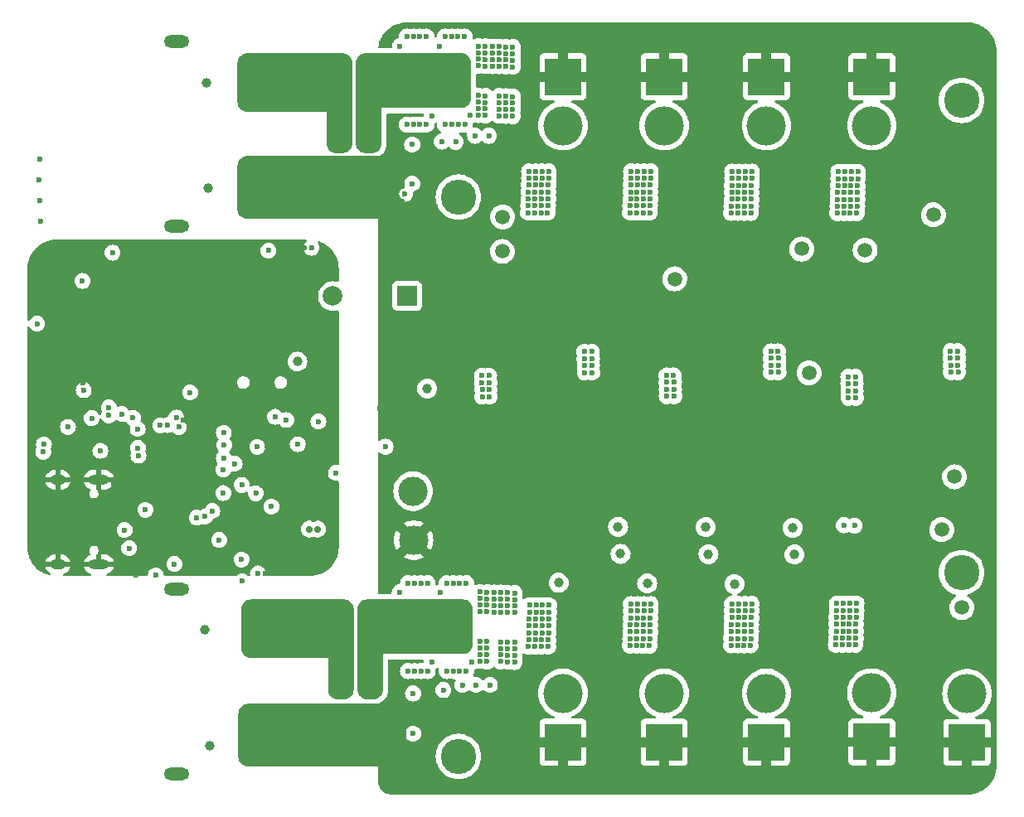
<source format=gbr>
%TF.GenerationSoftware,KiCad,Pcbnew,7.0.1-0*%
%TF.CreationDate,2023-04-01T19:34:19-07:00*%
%TF.ProjectId,1.0,312e302e-6b69-4636-9164-5f7063625858,rev?*%
%TF.SameCoordinates,Original*%
%TF.FileFunction,Copper,L2,Inr*%
%TF.FilePolarity,Positive*%
%FSLAX46Y46*%
G04 Gerber Fmt 4.6, Leading zero omitted, Abs format (unit mm)*
G04 Created by KiCad (PCBNEW 7.0.1-0) date 2023-04-01 19:34:19*
%MOMM*%
%LPD*%
G01*
G04 APERTURE LIST*
%TA.AperFunction,ComponentPad*%
%ADD10C,3.600000*%
%TD*%
%TA.AperFunction,ComponentPad*%
%ADD11R,3.800000X3.800000*%
%TD*%
%TA.AperFunction,ComponentPad*%
%ADD12C,4.000000*%
%TD*%
%TA.AperFunction,ComponentPad*%
%ADD13C,3.000000*%
%TD*%
%TA.AperFunction,ComponentPad*%
%ADD14O,2.600000X1.300000*%
%TD*%
%TA.AperFunction,ComponentPad*%
%ADD15R,4.916000X4.916000*%
%TD*%
%TA.AperFunction,ComponentPad*%
%ADD16C,4.916000*%
%TD*%
%TA.AperFunction,ComponentPad*%
%ADD17O,2.100000X1.000000*%
%TD*%
%TA.AperFunction,ComponentPad*%
%ADD18O,1.600000X1.000000*%
%TD*%
%TA.AperFunction,ComponentPad*%
%ADD19R,2.000000X2.000000*%
%TD*%
%TA.AperFunction,ComponentPad*%
%ADD20C,2.000000*%
%TD*%
%TA.AperFunction,ViaPad*%
%ADD21C,1.000000*%
%TD*%
%TA.AperFunction,ViaPad*%
%ADD22C,0.600000*%
%TD*%
%TA.AperFunction,ViaPad*%
%ADD23C,0.700000*%
%TD*%
%TA.AperFunction,ViaPad*%
%ADD24C,1.500000*%
%TD*%
G04 APERTURE END LIST*
D10*
%TO.N,unconnected-(U28-Pad1)*%
%TO.C,U28*%
X245900000Y-108565000D03*
%TD*%
D11*
%TO.N,GND*%
%TO.C,U22*%
X225975000Y-106150000D03*
D12*
%TO.N,Net-(U22-+)*%
X225975000Y-111150000D03*
%TD*%
D11*
%TO.N,GND*%
%TO.C,U17*%
X225975000Y-174150000D03*
D12*
%TO.N,Net-(U17-+)*%
X225975000Y-169150000D03*
%TD*%
D11*
%TO.N,GND*%
%TO.C,U20*%
X205200000Y-106150000D03*
D12*
%TO.N,Net-(U20-+)*%
X205200000Y-111150000D03*
%TD*%
D11*
%TO.N,GND*%
%TO.C,U23*%
X246450000Y-174175000D03*
D12*
%TO.N,Net-(U23-+)*%
X246450000Y-169175000D03*
%TD*%
D13*
%TO.N,+BATT*%
%TO.C,C5*%
X189900000Y-148500000D03*
%TO.N,GND*%
X189950000Y-153500000D03*
%TD*%
D11*
%TO.N,GND*%
%TO.C,U18*%
X215525000Y-174150000D03*
D12*
%TO.N,Net-(U18-+)*%
X215525000Y-169150000D03*
%TD*%
D14*
%TO.N,*%
%TO.C,U16*%
X165770000Y-121460000D03*
X165770000Y-102560000D03*
D15*
%TO.N,GND*%
X175170000Y-117460000D03*
D16*
%TO.N,BATT_2_PWR*%
X175170000Y-106560000D03*
%TD*%
D10*
%TO.N,unconnected-(U27-Pad1)*%
%TO.C,U27*%
X245900000Y-156825000D03*
%TD*%
D11*
%TO.N,GND*%
%TO.C,U24*%
X236727500Y-106150000D03*
D12*
%TO.N,Net-(U24-+)*%
X236727500Y-111150000D03*
%TD*%
D11*
%TO.N,GND*%
%TO.C,U25*%
X236725000Y-174125000D03*
D12*
%TO.N,Net-(U25-+)*%
X236725000Y-169125000D03*
%TD*%
D17*
%TO.N,GNDD*%
%TO.C,U10*%
X157805000Y-147330000D03*
D18*
X153625000Y-147330000D03*
D17*
X157805000Y-155970000D03*
D18*
X153625000Y-155970000D03*
%TD*%
D14*
%TO.N,*%
%TO.C,U15*%
X165770000Y-177390000D03*
X165770000Y-158490000D03*
D15*
%TO.N,GND*%
X175170000Y-173390000D03*
D16*
%TO.N,BATT_1_PWR*%
X175170000Y-162490000D03*
%TD*%
D11*
%TO.N,GND*%
%TO.C,U19*%
X205200000Y-174150000D03*
D12*
%TO.N,Net-(U19-+)*%
X205200000Y-169150000D03*
%TD*%
D10*
%TO.N,unconnected-(U7-Pad1)*%
%TO.C,U7*%
X194525000Y-175600000D03*
%TD*%
D11*
%TO.N,GND*%
%TO.C,U21*%
X215525000Y-106150000D03*
D12*
%TO.N,Net-(U21-+)*%
X215525000Y-111150000D03*
%TD*%
D19*
%TO.N,Net-(SP1-+)*%
%TO.C,SP1*%
X189300000Y-128550000D03*
D20*
%TO.N,Net-(Q7-D)*%
X181700000Y-128550000D03*
%TD*%
D10*
%TO.N,unconnected-(U8-Pad1)*%
%TO.C,U8*%
X194525000Y-118450000D03*
%TD*%
D21*
%TO.N,3-3V_1*%
X228661625Y-152248250D03*
X222712125Y-157990000D03*
D22*
%TO.N,GNDD*%
X168850000Y-125350000D03*
X159750000Y-154450000D03*
X178680000Y-147230000D03*
X166424739Y-141251261D03*
X174798766Y-156932706D03*
X182125000Y-140000000D03*
X170050500Y-151375000D03*
X180300000Y-146940000D03*
X174060000Y-142520000D03*
X155050000Y-152175000D03*
X176490000Y-150930000D03*
X165824739Y-150699239D03*
X179550000Y-155050761D03*
X153612002Y-146050000D03*
X158250000Y-145580500D03*
X157280347Y-126747147D03*
X175390000Y-145874500D03*
X161625000Y-157100000D03*
D21*
X174475000Y-127850000D03*
D22*
X174510000Y-147900000D03*
X162700000Y-124125000D03*
X174937315Y-143853163D03*
X181275000Y-140000000D03*
X178775975Y-123598249D03*
X151925000Y-126725000D03*
D21*
X175725000Y-133100000D03*
D22*
X181860000Y-140640000D03*
X167125000Y-136600000D03*
X162207830Y-153854119D03*
X172400000Y-152280000D03*
X154800000Y-143525000D03*
X181890000Y-139360000D03*
X164575000Y-137475000D03*
X156162500Y-137387500D03*
X159275000Y-147750000D03*
X172400500Y-153650000D03*
%TO.N,+3V3*%
X182010000Y-146640000D03*
X151480500Y-131375000D03*
X174050000Y-156899500D03*
X163625000Y-157100000D03*
X160150000Y-140625000D03*
X160436043Y-152461043D03*
X162550000Y-150400000D03*
X178110000Y-143700000D03*
D23*
X180150000Y-152375000D03*
D22*
X159200000Y-124125000D03*
X160900000Y-154325000D03*
X156128768Y-127019502D03*
X156250000Y-138175000D03*
X157962000Y-144372157D03*
X179525000Y-123625000D03*
X154649500Y-141925000D03*
X172375000Y-155475000D03*
D23*
X179275000Y-152375000D03*
D21*
X178075000Y-135250000D03*
D22*
X167120000Y-138410000D03*
X172400000Y-147850263D03*
X170099138Y-153490000D03*
X157067243Y-141027974D03*
%TO.N,+BATT*%
X203630000Y-120035000D03*
X223155000Y-116540000D03*
X233210000Y-120085000D03*
X194475000Y-102050000D03*
X198675000Y-105075000D03*
X201680000Y-118635000D03*
X197275000Y-104375000D03*
X233110000Y-162805000D03*
X223135000Y-160720000D03*
X203100000Y-160850000D03*
X223760000Y-161420000D03*
X212090000Y-162140000D03*
X198675000Y-108800000D03*
X224410000Y-162845000D03*
X196575000Y-103700000D03*
X195175000Y-111050000D03*
X224480000Y-115840000D03*
X199375000Y-104425000D03*
X223035000Y-164245000D03*
X208175000Y-136375000D03*
X197450000Y-160825000D03*
X203655000Y-119335000D03*
X203725000Y-162250000D03*
X233160000Y-160680000D03*
X190575000Y-111050000D03*
X189250000Y-111050000D03*
X199550000Y-158875000D03*
X226450000Y-136350000D03*
X198675000Y-104400000D03*
X223705000Y-120065000D03*
X197975000Y-104400000D03*
X233935000Y-117960000D03*
X201750000Y-161550000D03*
X194000000Y-157900000D03*
X199375000Y-103100000D03*
X201630000Y-120035000D03*
X214125000Y-117210000D03*
X223080000Y-119365000D03*
X194500000Y-111050000D03*
X227150000Y-134225000D03*
X200075000Y-104450000D03*
X197275000Y-103050000D03*
X224455000Y-117240000D03*
X195150000Y-102050000D03*
X199550000Y-159550000D03*
X213375000Y-120035000D03*
X202330000Y-119335000D03*
X223105000Y-117940000D03*
X223730000Y-119365000D03*
X196750000Y-163850000D03*
X214115000Y-161440000D03*
X214090000Y-162140000D03*
X214100000Y-118635000D03*
X235310000Y-115860000D03*
X226425000Y-134925000D03*
X233310000Y-116560000D03*
X197450000Y-165200000D03*
X203005000Y-117910000D03*
X234535000Y-120085000D03*
X202380000Y-117210000D03*
X202400000Y-162250000D03*
X212065000Y-163565000D03*
X227200000Y-136350000D03*
X198850000Y-160850000D03*
X201700000Y-163675000D03*
X194650000Y-157900000D03*
X200250000Y-158900000D03*
X222480000Y-115840000D03*
X234435000Y-162805000D03*
X214040000Y-164265000D03*
X222460000Y-160720000D03*
X244800000Y-136325000D03*
X234585000Y-118685000D03*
X235135000Y-161380000D03*
X213465000Y-160040000D03*
X196575000Y-108750000D03*
X198150000Y-160175000D03*
X198850000Y-165900000D03*
X214100000Y-117910000D03*
X197450000Y-164550000D03*
X197275000Y-110100000D03*
X233810000Y-161380000D03*
X223735000Y-162845000D03*
X222435000Y-161420000D03*
X233285000Y-117260000D03*
X212815000Y-160740000D03*
X244775000Y-134900000D03*
X195325000Y-166875000D03*
X234410000Y-163505000D03*
X212150000Y-116510000D03*
X212115000Y-161440000D03*
X212750000Y-119335000D03*
X235100000Y-138950000D03*
X227175000Y-134925000D03*
X193325000Y-166875000D03*
X223735000Y-162120000D03*
X233985000Y-115860000D03*
X202980000Y-119335000D03*
X203000000Y-164375000D03*
X224380000Y-120065000D03*
X224430000Y-118665000D03*
X196750000Y-165850000D03*
X198675000Y-110125000D03*
X245550000Y-136325000D03*
X235210000Y-120085000D03*
X223710000Y-163545000D03*
X235310000Y-116560000D03*
X203100000Y-160150000D03*
X197275000Y-108775000D03*
X214075000Y-119335000D03*
X233110000Y-162080000D03*
X235075000Y-138250000D03*
X202405000Y-116510000D03*
D21*
X220050000Y-154925000D03*
D22*
X198850000Y-165225000D03*
X196925000Y-136700000D03*
X212815000Y-160040000D03*
X190700000Y-166875000D03*
X203055000Y-115810000D03*
X233885000Y-120085000D03*
X222380000Y-120065000D03*
X197675000Y-138125000D03*
X203775000Y-160850000D03*
X189925000Y-111050000D03*
X212090000Y-162865000D03*
X201705000Y-117210000D03*
X198675000Y-103075000D03*
X222430000Y-118665000D03*
X203050000Y-162250000D03*
X234435000Y-162080000D03*
X226450000Y-135650000D03*
X190700000Y-157900000D03*
X223755000Y-117940000D03*
X245525000Y-135625000D03*
X196750000Y-158800000D03*
X202405000Y-115810000D03*
X200250000Y-164625000D03*
X198150000Y-160850000D03*
X212825000Y-116510000D03*
X200075000Y-103125000D03*
X196750000Y-160800000D03*
X233760000Y-163505000D03*
X201680000Y-117910000D03*
X187075000Y-143950000D03*
X196750000Y-159475000D03*
X194650000Y-166875000D03*
X193150000Y-102050000D03*
X244800000Y-135625000D03*
X201730000Y-115810000D03*
X201730000Y-116510000D03*
X216500000Y-136675000D03*
X197650000Y-136700000D03*
X224405000Y-119365000D03*
X223755000Y-118665000D03*
X202305000Y-120035000D03*
X199375000Y-109475000D03*
X233835000Y-159980000D03*
X234325000Y-137525000D03*
X213415000Y-162140000D03*
X198675000Y-109450000D03*
X203675000Y-164375000D03*
X233785000Y-162805000D03*
X196575000Y-108075000D03*
X224430000Y-117940000D03*
X201775000Y-160850000D03*
X212740000Y-163565000D03*
X202355000Y-118635000D03*
X202955000Y-120035000D03*
X235085000Y-163505000D03*
X189925000Y-102050000D03*
X191375000Y-157900000D03*
X235235000Y-119385000D03*
X212125000Y-117210000D03*
X235050000Y-136825000D03*
X198150000Y-158850000D03*
X197450000Y-160150000D03*
X196750000Y-165175000D03*
X196575000Y-104350000D03*
X224480000Y-116540000D03*
X214050000Y-120035000D03*
X202400000Y-162975000D03*
X213390000Y-163565000D03*
X190050000Y-157900000D03*
X197975000Y-105075000D03*
X234350000Y-138950000D03*
X194000000Y-166875000D03*
X196950000Y-138825000D03*
X203750000Y-161550000D03*
X200250000Y-159575000D03*
X222430000Y-117940000D03*
X203025000Y-163675000D03*
X223130000Y-117240000D03*
X234635000Y-115860000D03*
X233160000Y-159980000D03*
X233260000Y-117960000D03*
X224360000Y-164245000D03*
X196575000Y-109400000D03*
X214090000Y-162865000D03*
X196950000Y-138125000D03*
X222360000Y-164245000D03*
X223785000Y-160020000D03*
X224460000Y-160020000D03*
X212765000Y-162140000D03*
X198675000Y-103750000D03*
X223685000Y-164245000D03*
X203055000Y-116510000D03*
X214150000Y-115810000D03*
X200250000Y-160900000D03*
X235160000Y-159980000D03*
X235060000Y-164205000D03*
X234485000Y-160680000D03*
X201655000Y-119335000D03*
X214140000Y-160040000D03*
X224385000Y-163545000D03*
X226425000Y-134225000D03*
X193175000Y-111050000D03*
X197275000Y-103725000D03*
X203005000Y-118635000D03*
X200250000Y-160225000D03*
X222385000Y-163545000D03*
X233235000Y-119385000D03*
D21*
X228836625Y-154973250D03*
D22*
X197975000Y-103750000D03*
X234385000Y-164205000D03*
X191375000Y-166875000D03*
X223780000Y-117240000D03*
X223055000Y-120065000D03*
X200075000Y-108175000D03*
X215775000Y-137375000D03*
X203680000Y-118635000D03*
X222480000Y-116540000D03*
X208150000Y-135675000D03*
X200250000Y-165275000D03*
X201725000Y-162250000D03*
X234610000Y-117260000D03*
X198850000Y-158850000D03*
X234585000Y-117960000D03*
X203775000Y-160150000D03*
X208150000Y-134950000D03*
X197450000Y-158825000D03*
X202350000Y-164375000D03*
X207400000Y-134950000D03*
X190575000Y-102050000D03*
X233135000Y-161380000D03*
X213415000Y-162865000D03*
X193325000Y-157900000D03*
X233960000Y-117260000D03*
X207425000Y-135675000D03*
X214150000Y-116510000D03*
X224435000Y-161420000D03*
X200075000Y-109500000D03*
X212825000Y-115810000D03*
X212050000Y-120035000D03*
X212040000Y-164265000D03*
X223085000Y-162120000D03*
X203725000Y-162975000D03*
X203680000Y-117910000D03*
X201775000Y-160150000D03*
X223110000Y-161420000D03*
X196575000Y-105025000D03*
X233310000Y-115860000D03*
X222410000Y-162120000D03*
X195325000Y-157900000D03*
X234635000Y-116560000D03*
X212100000Y-118635000D03*
X196925000Y-137400000D03*
X207400000Y-134250000D03*
X203050000Y-162975000D03*
X212100000Y-117910000D03*
X215800000Y-138800000D03*
X212075000Y-119335000D03*
X198850000Y-164575000D03*
X197275000Y-105050000D03*
X213475000Y-116510000D03*
X223085000Y-162845000D03*
X212775000Y-117910000D03*
X233260000Y-118685000D03*
X191250000Y-102050000D03*
X216525000Y-137375000D03*
X222455000Y-117240000D03*
X212800000Y-117210000D03*
X216550000Y-138800000D03*
X212765000Y-162865000D03*
X199550000Y-165925000D03*
X193825000Y-102050000D03*
X189250000Y-102050000D03*
X203030000Y-117210000D03*
X203730000Y-115810000D03*
X213450000Y-117210000D03*
X224460000Y-160720000D03*
X233985000Y-116560000D03*
X200075000Y-108850000D03*
X212790000Y-161440000D03*
X214140000Y-160740000D03*
X213440000Y-161440000D03*
X203705000Y-117210000D03*
X223785000Y-160720000D03*
X203700000Y-163675000D03*
X216525000Y-138100000D03*
X223105000Y-118665000D03*
X233060000Y-164205000D03*
X212140000Y-160740000D03*
X203730000Y-116510000D03*
X198850000Y-159525000D03*
X245500000Y-134200000D03*
X190050000Y-166875000D03*
X213475000Y-115810000D03*
X199550000Y-163925000D03*
D21*
X211075000Y-154900000D03*
D22*
X198850000Y-160175000D03*
X193850000Y-111050000D03*
X199550000Y-164600000D03*
X207425000Y-136375000D03*
X213425000Y-117910000D03*
X199375000Y-108150000D03*
X202450000Y-160150000D03*
X202375000Y-163675000D03*
X197275000Y-108100000D03*
X202450000Y-160850000D03*
X196575000Y-110075000D03*
X203075000Y-161550000D03*
X200075000Y-110175000D03*
X233735000Y-164205000D03*
X189375000Y-166875000D03*
X197450000Y-163875000D03*
X234560000Y-119385000D03*
X208125000Y-134250000D03*
X213400000Y-119335000D03*
X199375000Y-110150000D03*
X197975000Y-103075000D03*
X235075000Y-137525000D03*
X199375000Y-108825000D03*
X197450000Y-165875000D03*
X191250000Y-111050000D03*
X235260000Y-117960000D03*
X223805000Y-116540000D03*
X198150000Y-159525000D03*
X201675000Y-164375000D03*
X244775000Y-134200000D03*
X212140000Y-160040000D03*
X202425000Y-161550000D03*
X212775000Y-118635000D03*
X235160000Y-160680000D03*
X234350000Y-138250000D03*
X234460000Y-161380000D03*
X222410000Y-162845000D03*
X198675000Y-108125000D03*
X198850000Y-163900000D03*
X197450000Y-159500000D03*
X215775000Y-136675000D03*
X234325000Y-136825000D03*
X199550000Y-160875000D03*
X199550000Y-165250000D03*
X213365000Y-164265000D03*
X227175000Y-135650000D03*
X196750000Y-164525000D03*
X199550000Y-160200000D03*
X200250000Y-165950000D03*
X197700000Y-138825000D03*
X234485000Y-159980000D03*
X233085000Y-163505000D03*
X233910000Y-119385000D03*
X201725000Y-162975000D03*
X199375000Y-103775000D03*
X233835000Y-160680000D03*
X233935000Y-118685000D03*
X212715000Y-164265000D03*
X235110000Y-162805000D03*
X235285000Y-117260000D03*
X202355000Y-117910000D03*
X189375000Y-157900000D03*
X212150000Y-115810000D03*
X223060000Y-163545000D03*
X212725000Y-120035000D03*
X197275000Y-109425000D03*
X196575000Y-103025000D03*
X223135000Y-160020000D03*
X199375000Y-105100000D03*
X245525000Y-134900000D03*
X235260000Y-118685000D03*
X200075000Y-105125000D03*
X197675000Y-137400000D03*
X222405000Y-119365000D03*
X235110000Y-162080000D03*
X213465000Y-160740000D03*
X233785000Y-162080000D03*
X224410000Y-162120000D03*
X223155000Y-115840000D03*
X223805000Y-115840000D03*
X222460000Y-160020000D03*
X214065000Y-163565000D03*
X200250000Y-163950000D03*
X196750000Y-160125000D03*
X213425000Y-118635000D03*
X215800000Y-138100000D03*
X200075000Y-103800000D03*
D21*
%TO.N,3-3V_2*%
X213800500Y-157930000D03*
X219775000Y-152175000D03*
%TO.N,3-3V_3*%
X210825000Y-152125000D03*
X204750500Y-157860000D03*
D24*
%TO.N,5V_3*%
X229575000Y-123750000D03*
X230325000Y-136400000D03*
%TO.N,12V_3*%
X245180000Y-147030000D03*
X243875000Y-152425000D03*
%TO.N,12V_2*%
X236050000Y-123875000D03*
X243025000Y-120260000D03*
D22*
%TO.N,/batt_ctl/BATT_2_CURR*%
X170561117Y-145126261D03*
X180225000Y-141375000D03*
%TO.N,/batt_ctl/BATT_1_INT*%
X173829500Y-148710000D03*
%TO.N,/batt_ctl/BATT_1_VSENSE*%
X170524737Y-146275761D03*
%TO.N,/batt_ctl/BATT_1_CURR*%
X172425000Y-157675000D03*
X171675000Y-145700261D03*
%TO.N,/batt_ctl/BATT_2_VSENSE*%
X170598741Y-143802417D03*
%TO.N,/A0_SENSE*%
X170511739Y-148688261D03*
%TO.N,/MOSI*%
X164075819Y-141779998D03*
X165973739Y-141954441D03*
X151710000Y-116660000D03*
%TO.N,/SCK*%
X151780000Y-118780000D03*
%TO.N,/MISO*%
X165716770Y-140979304D03*
X164824739Y-141750500D03*
X151880500Y-120930000D03*
%TO.N,/SD_CS*%
X151770000Y-114540000D03*
%TO.N,/BUZZER*%
X175120000Y-123920000D03*
X161297486Y-141009952D03*
%TO.N,/batt_ctl/BATT_1_CTL*%
X165525000Y-155950500D03*
X161855609Y-144863706D03*
%TO.N,/batt_ctl/BATT_2_CTL*%
X161775000Y-142150500D03*
X161800000Y-144075000D03*
X189030000Y-118120000D03*
%TO.N,/SDA*%
X234970000Y-152024500D03*
X158825000Y-139938033D03*
X152189929Y-143728315D03*
%TO.N,/SCL*%
X158825000Y-140750500D03*
X233870000Y-151974500D03*
X152125000Y-144475000D03*
%TO.N,/SWCLK*%
X167808458Y-151203133D03*
X175800000Y-140901261D03*
%TO.N,/SWDIO*%
X168625000Y-151095261D03*
X176950000Y-141225000D03*
%TO.N,/A5_SENSE*%
X169386061Y-150525826D03*
%TO.N,BATT_1_PWR*%
X179925000Y-162050000D03*
X181450000Y-163625000D03*
X182250000Y-163625000D03*
X179900000Y-162825000D03*
X179950000Y-161250000D03*
X182300000Y-161250000D03*
X182250000Y-162825000D03*
X183050000Y-162825000D03*
X183100000Y-161250000D03*
X181450000Y-164525000D03*
X183075000Y-162050000D03*
X183050000Y-164525000D03*
X179900000Y-164525000D03*
X182250000Y-164525000D03*
X179900000Y-163625000D03*
X181450000Y-162825000D03*
X180750000Y-161250000D03*
X183050000Y-163625000D03*
D21*
X168660000Y-162670000D03*
D22*
X180700000Y-163625000D03*
X182275000Y-162050000D03*
X181500000Y-161250000D03*
X180725000Y-162050000D03*
X180700000Y-164525000D03*
X180700000Y-162825000D03*
X175420000Y-150075498D03*
X181475000Y-162050000D03*
%TO.N,BATT_2_PWR*%
X183100000Y-107000000D03*
X173980000Y-143965500D03*
X180775000Y-107800000D03*
X181550000Y-105425000D03*
X181550000Y-107000000D03*
X180775000Y-108600000D03*
X180000000Y-106225000D03*
X182325000Y-107800000D03*
X183100000Y-107800000D03*
X180000000Y-105425000D03*
X182325000Y-105425000D03*
X180000000Y-107800000D03*
D21*
X168780000Y-106760000D03*
D22*
X182325000Y-107000000D03*
X180775000Y-106225000D03*
X181550000Y-107800000D03*
X182325000Y-106225000D03*
X182325000Y-108600000D03*
X183100000Y-108600000D03*
X181550000Y-106225000D03*
X180000000Y-108600000D03*
X180775000Y-105425000D03*
X180775000Y-107000000D03*
X183100000Y-105425000D03*
X183100000Y-106225000D03*
X180000000Y-107000000D03*
X181550000Y-108600000D03*
%TO.N,Net-(Q3-G)*%
X192700000Y-158875000D03*
X197725000Y-168300000D03*
%TO.N,Net-(Q4-G)*%
X194925000Y-168300000D03*
X188530000Y-158825000D03*
%TO.N,Net-(Q5-G)*%
X192973466Y-168814796D03*
X191800000Y-165925000D03*
%TO.N,Net-(Q6-G)*%
X196325000Y-168300000D03*
X195925000Y-165925000D03*
%TO.N,Net-(Q9-G)*%
X196225000Y-112175000D03*
X195725000Y-110100000D03*
%TO.N,Net-(Q10-D)*%
X184850000Y-106225000D03*
X187150000Y-107725000D03*
X185625000Y-105450000D03*
X184825000Y-107000000D03*
X184825000Y-108475000D03*
X187950000Y-106225000D03*
X185600000Y-107725000D03*
X187175000Y-105450000D03*
X186375000Y-107725000D03*
X185625000Y-106225000D03*
X187150000Y-108475000D03*
X187150000Y-107000000D03*
X184825000Y-107725000D03*
X185600000Y-107000000D03*
X187925000Y-107000000D03*
X187175000Y-106225000D03*
X186375000Y-108475000D03*
X186400000Y-105450000D03*
X186400000Y-106225000D03*
X187950000Y-105450000D03*
X186375000Y-107000000D03*
X187925000Y-108475000D03*
X185600000Y-108475000D03*
X187925000Y-107725000D03*
X184850000Y-105450000D03*
%TO.N,GND*%
X229460000Y-161420000D03*
X228830000Y-115840000D03*
X223950000Y-130430000D03*
X206700000Y-164375000D03*
X208225000Y-157500000D03*
X217740000Y-164265000D03*
X208005000Y-119335000D03*
X227505000Y-115840000D03*
X232019500Y-155999500D03*
X208125000Y-160850000D03*
X217800000Y-117910000D03*
X229455000Y-118665000D03*
X239610000Y-118685000D03*
X217800000Y-118635000D03*
X235747500Y-141030000D03*
X201072500Y-140915000D03*
X228160000Y-160720000D03*
X228830000Y-116540000D03*
X196000000Y-122275000D03*
X229480000Y-117240000D03*
X207430000Y-116510000D03*
X206730000Y-117210000D03*
X217175000Y-158200000D03*
X217840000Y-160740000D03*
X220925000Y-122150000D03*
X207380000Y-118635000D03*
X239560000Y-120085000D03*
X228780000Y-117940000D03*
X227435000Y-162120000D03*
X225386625Y-158148250D03*
X238810000Y-162805000D03*
X218440000Y-162865000D03*
X246700000Y-134750000D03*
X243250000Y-130410000D03*
X239610000Y-117960000D03*
X238860000Y-160680000D03*
X206697500Y-130440000D03*
X233125000Y-139400000D03*
X239010000Y-116560000D03*
X219175000Y-115810000D03*
X239410000Y-164205000D03*
X228730000Y-120065000D03*
X238085000Y-164205000D03*
X208075000Y-162250000D03*
X242300000Y-132110000D03*
X239660000Y-115860000D03*
X236597500Y-142730000D03*
X240285000Y-117960000D03*
X236750000Y-122050000D03*
X218400000Y-120035000D03*
X208705000Y-117910000D03*
X239510000Y-159980000D03*
X208755000Y-115810000D03*
X239660000Y-116560000D03*
X238447500Y-141855000D03*
X204897500Y-130440000D03*
X238135000Y-162080000D03*
X237547500Y-141030000D03*
X200172500Y-140940000D03*
X218500000Y-115810000D03*
X208030000Y-117910000D03*
X228180000Y-115840000D03*
X208705000Y-118635000D03*
X242275000Y-130410000D03*
X238472500Y-142705000D03*
X237547500Y-141880000D03*
X207475000Y-160150000D03*
X227405000Y-120065000D03*
X240085000Y-164205000D03*
X221525000Y-150850000D03*
X219050000Y-142610000D03*
X217125000Y-118635000D03*
X206750000Y-162250000D03*
X218465000Y-161440000D03*
X198372500Y-140940000D03*
X217175000Y-157500000D03*
X238110000Y-163505000D03*
X217775000Y-119335000D03*
X242675000Y-150975000D03*
X207400000Y-163675000D03*
X229435000Y-162845000D03*
X241400000Y-132135000D03*
X187080000Y-142450000D03*
X238960000Y-117960000D03*
X187325000Y-140025000D03*
X217790000Y-162140000D03*
X186650000Y-102675000D03*
X228130000Y-117940000D03*
X218100000Y-122150000D03*
X228080000Y-120065000D03*
X217790000Y-162865000D03*
X204125000Y-122300000D03*
X204022500Y-131315000D03*
X208775000Y-161550000D03*
X246700000Y-135725000D03*
X238260000Y-119385000D03*
X208680000Y-119335000D03*
X204922500Y-131290000D03*
X209375000Y-136625000D03*
X208755000Y-116510000D03*
X206800000Y-160150000D03*
X218050000Y-141760000D03*
X204922500Y-132140000D03*
X216475000Y-158200000D03*
X227435000Y-162845000D03*
X228325000Y-135775000D03*
X219950000Y-142585000D03*
X227385000Y-164245000D03*
X224686625Y-157448250D03*
X200197500Y-142640000D03*
X215775000Y-157500000D03*
X233100000Y-136700000D03*
X240110000Y-163505000D03*
X205925000Y-150850000D03*
D21*
X213300000Y-152175000D03*
D22*
X196975000Y-122275000D03*
X240260000Y-119385000D03*
X219115000Y-162865000D03*
X195850000Y-136625000D03*
X247350000Y-151000000D03*
X214650000Y-136475000D03*
X217815000Y-161440000D03*
X206800000Y-160850000D03*
X207425000Y-162975000D03*
X208700000Y-164375000D03*
X239450000Y-122025000D03*
X219075000Y-120035000D03*
X186650000Y-158425000D03*
X240285000Y-118685000D03*
X228710000Y-164245000D03*
X238285000Y-117960000D03*
X200172500Y-141790000D03*
X229435000Y-162120000D03*
X218415000Y-163565000D03*
X244100000Y-132110000D03*
X207375000Y-164375000D03*
X209375000Y-135800000D03*
X228810000Y-160720000D03*
X207525000Y-157500000D03*
X239975000Y-151000000D03*
X228780000Y-118665000D03*
X199197500Y-140940000D03*
X233100000Y-137525000D03*
X245550000Y-151000000D03*
X239435000Y-163505000D03*
X201425000Y-122325000D03*
X219925000Y-140885000D03*
X208025000Y-164375000D03*
X228130000Y-118665000D03*
X206655000Y-120035000D03*
X240310000Y-117260000D03*
X239585000Y-119385000D03*
X238910000Y-120085000D03*
X217125000Y-117910000D03*
X195875000Y-139325000D03*
X217075000Y-120035000D03*
X217275000Y-122150000D03*
X241850000Y-150975000D03*
X203300000Y-122300000D03*
X208800000Y-160850000D03*
X203225000Y-150875000D03*
X228810000Y-160020000D03*
X207475000Y-160850000D03*
X207525000Y-158200000D03*
X228325000Y-133975000D03*
X238810000Y-162080000D03*
X240185000Y-160680000D03*
X239635000Y-117260000D03*
X218075000Y-142610000D03*
X186780000Y-139370000D03*
D21*
X204375000Y-152125000D03*
D22*
X229405000Y-120065000D03*
X207975000Y-150850000D03*
X219140000Y-161440000D03*
X228085000Y-163545000D03*
X215775000Y-158200000D03*
X217165000Y-160740000D03*
X238935000Y-119385000D03*
X217840000Y-160040000D03*
X219025000Y-141760000D03*
X218500000Y-116510000D03*
X238285000Y-118685000D03*
X227480000Y-117240000D03*
X238985000Y-117260000D03*
X229410000Y-163545000D03*
X246700000Y-133925000D03*
X217225000Y-141760000D03*
X228180000Y-116540000D03*
X217225000Y-140910000D03*
X229505000Y-115840000D03*
X222425000Y-150825000D03*
X244100000Y-131260000D03*
X228760000Y-162120000D03*
X239485000Y-161380000D03*
X203997500Y-130465000D03*
X229455000Y-117940000D03*
D21*
X169160000Y-174530000D03*
D22*
X206825000Y-158200000D03*
X218490000Y-160740000D03*
X240875000Y-150975000D03*
X206722500Y-132140000D03*
X219115000Y-162140000D03*
X238235000Y-120085000D03*
X225775000Y-131280000D03*
X227455000Y-118665000D03*
X208075000Y-162975000D03*
X218450000Y-117910000D03*
D21*
X168930000Y-117540000D03*
D22*
X235772500Y-142730000D03*
X219125000Y-118635000D03*
X227460000Y-161420000D03*
X238135000Y-162805000D03*
X207355000Y-119335000D03*
X238860000Y-159980000D03*
X198397500Y-142640000D03*
X208655000Y-120035000D03*
X227410000Y-163545000D03*
X232900000Y-122100000D03*
X208800000Y-160150000D03*
X219065000Y-164265000D03*
X207425000Y-162250000D03*
X228755000Y-119365000D03*
X227505000Y-116540000D03*
X218425000Y-119335000D03*
X186770000Y-140670000D03*
X223050000Y-130455000D03*
X206750000Y-162975000D03*
D21*
X222161625Y-152223250D03*
D22*
X238960000Y-118685000D03*
X238310000Y-117260000D03*
X235600000Y-122075000D03*
X208055000Y-117210000D03*
X205100000Y-150850000D03*
X227455000Y-117940000D03*
X229485000Y-160720000D03*
X204125000Y-150850000D03*
X246525000Y-151000000D03*
X242300000Y-131260000D03*
X240185000Y-159980000D03*
X227430000Y-119365000D03*
X228135000Y-161420000D03*
X217115000Y-162140000D03*
X217750000Y-120035000D03*
X206825000Y-157500000D03*
X240135000Y-162805000D03*
X197800000Y-122275000D03*
X206755000Y-116510000D03*
X228160000Y-160020000D03*
X244075000Y-130410000D03*
X239460000Y-162080000D03*
X205897500Y-132140000D03*
X240235000Y-120085000D03*
X219175000Y-116510000D03*
X218490000Y-160040000D03*
X217165000Y-160040000D03*
X225750000Y-130430000D03*
X227485000Y-160720000D03*
X239010000Y-115860000D03*
X241375000Y-130435000D03*
X208080000Y-115810000D03*
X219165000Y-160740000D03*
X228625000Y-150725000D03*
X206722500Y-131290000D03*
X240335000Y-115860000D03*
X214675000Y-139175000D03*
X224950000Y-132130000D03*
X207980000Y-120035000D03*
X201097500Y-142615000D03*
X217175000Y-116510000D03*
X238835000Y-161380000D03*
X218050000Y-140910000D03*
X225386625Y-157448250D03*
X225775000Y-132130000D03*
X208730000Y-117210000D03*
X240335000Y-116560000D03*
X241400000Y-131285000D03*
X229505000Y-116540000D03*
X219150000Y-117210000D03*
X239460000Y-162805000D03*
X240160000Y-161380000D03*
X209775000Y-150850000D03*
X236572500Y-141880000D03*
X246725000Y-136625000D03*
X224686625Y-158148250D03*
X208750000Y-162975000D03*
X238185000Y-160680000D03*
X219100000Y-119335000D03*
X218475000Y-117210000D03*
X214650000Y-138275000D03*
X216300000Y-122150000D03*
X236572500Y-141030000D03*
X208125000Y-160150000D03*
X223075000Y-131305000D03*
X217090000Y-163565000D03*
X227800000Y-150725000D03*
X233800000Y-122075000D03*
X206705000Y-118635000D03*
X217765000Y-163565000D03*
X207380000Y-117910000D03*
X218450000Y-118635000D03*
X229430000Y-119365000D03*
X218390000Y-164265000D03*
X217850000Y-115810000D03*
X208725000Y-163675000D03*
X219165000Y-160040000D03*
X206705000Y-117910000D03*
X228105000Y-119365000D03*
X206725000Y-163675000D03*
X220025000Y-122175000D03*
X218440000Y-162140000D03*
X239510000Y-160680000D03*
X208030000Y-118635000D03*
X238625000Y-122025000D03*
X219925000Y-141735000D03*
X217115000Y-162865000D03*
X238447500Y-141005000D03*
X207330000Y-120035000D03*
X226086625Y-158148250D03*
X238335000Y-115860000D03*
X219125000Y-117910000D03*
X244650000Y-151025000D03*
X229385000Y-164245000D03*
X240135000Y-162080000D03*
X228110000Y-162845000D03*
X223975000Y-131280000D03*
X234775000Y-122075000D03*
X186475000Y-140025000D03*
X217850000Y-116510000D03*
X222725000Y-122150000D03*
X207450000Y-161550000D03*
X202325000Y-122300000D03*
X195100000Y-122300000D03*
X215400000Y-122175000D03*
X208050000Y-163675000D03*
X209375000Y-134825000D03*
X204022500Y-132165000D03*
X219090000Y-163565000D03*
X208225000Y-158200000D03*
X207405000Y-117210000D03*
X208950000Y-150850000D03*
X238335000Y-116560000D03*
X243275000Y-131260000D03*
X228110000Y-162120000D03*
X221900000Y-122150000D03*
X195850000Y-138425000D03*
X217065000Y-164265000D03*
X228735000Y-163545000D03*
X228060000Y-164245000D03*
X228325000Y-134800000D03*
X238760000Y-164205000D03*
X207075000Y-150875000D03*
X208100000Y-161550000D03*
X229485000Y-160020000D03*
X217250000Y-142610000D03*
X209350000Y-133925000D03*
X233100000Y-138500000D03*
X238160000Y-161380000D03*
X201072500Y-141765000D03*
X219025000Y-140910000D03*
X199222500Y-142640000D03*
X217825000Y-117210000D03*
X214650000Y-137300000D03*
X217140000Y-161440000D03*
X205872500Y-130440000D03*
X217100000Y-119335000D03*
X228155000Y-117240000D03*
X207430000Y-115810000D03*
X228785000Y-161420000D03*
X195850000Y-137450000D03*
X228350000Y-136675000D03*
X217175000Y-115810000D03*
X225925000Y-150750000D03*
D21*
X245075498Y-164175000D03*
D22*
X205897500Y-131290000D03*
X208080000Y-116510000D03*
X206755000Y-115810000D03*
X206680000Y-119335000D03*
X227485000Y-160020000D03*
X237650000Y-122025000D03*
X198372500Y-141790000D03*
X226086625Y-157448250D03*
X228760000Y-162845000D03*
X228805000Y-117240000D03*
X224950000Y-131280000D03*
X208750000Y-162250000D03*
X206775000Y-161550000D03*
X224925000Y-130430000D03*
X216475000Y-157500000D03*
X199197500Y-141790000D03*
X238785000Y-163505000D03*
X243275000Y-132110000D03*
X237572500Y-142730000D03*
X217150000Y-117210000D03*
X223075000Y-132155000D03*
X223975000Y-132130000D03*
X235747500Y-141880000D03*
X223400000Y-150825000D03*
X224225000Y-150825000D03*
X226825000Y-150725000D03*
X238185000Y-159980000D03*
%TO.N,Net-(Q10-G)*%
X191800000Y-110125000D03*
X192830983Y-112768517D03*
%TO.N,Net-(Q11-G)*%
X194249500Y-112800000D03*
X188550000Y-103025000D03*
%TO.N,Net-(Q12-G)*%
X192600000Y-103025000D03*
X197625000Y-112175000D03*
D24*
%TO.N,5V_1*%
X199025000Y-120475000D03*
D21*
X191330000Y-138010000D03*
D24*
X199000000Y-124000000D03*
%TO.N,12V_1*%
X245925000Y-160400000D03*
X216600000Y-126800000D03*
D22*
%TO.N,/batt_ctl/BATT_2_INT*%
X170560000Y-142520000D03*
%TO.N,Net-(Q3-D)*%
X188150000Y-162900000D03*
X184850000Y-164500000D03*
X185675000Y-164500000D03*
X186550000Y-161300000D03*
X185700000Y-163675000D03*
X184875000Y-162900000D03*
X186525000Y-162900000D03*
X186525000Y-162100000D03*
X187350000Y-162100000D03*
X187375000Y-161300000D03*
X188150000Y-163675000D03*
X184875000Y-162100000D03*
X185725000Y-161300000D03*
X187350000Y-162900000D03*
X187350000Y-163675000D03*
X188175000Y-161300000D03*
X184900000Y-161300000D03*
X186525000Y-163675000D03*
X185700000Y-162900000D03*
X186500000Y-164500000D03*
X188125000Y-164500000D03*
X185700000Y-162100000D03*
X187325000Y-164500000D03*
X184875000Y-163675000D03*
X188150000Y-162100000D03*
%TO.N,Net-(Q1-G)*%
X189890000Y-173280000D03*
X189890000Y-169170000D03*
%TO.N,Net-(Q2-G)*%
X189800000Y-113080000D03*
X189800000Y-117080000D03*
%TD*%
%TA.AperFunction,Conductor*%
%TO.N,BATT_1_PWR*%
G36*
X182831061Y-159550597D02*
G01*
X183007941Y-159568018D01*
X183031769Y-159572757D01*
X183196001Y-159622576D01*
X183218453Y-159631877D01*
X183369798Y-159712772D01*
X183390010Y-159726277D01*
X183522666Y-159835145D01*
X183539854Y-159852333D01*
X183648722Y-159984989D01*
X183662227Y-160005201D01*
X183743121Y-160156543D01*
X183752424Y-160179001D01*
X183802240Y-160343224D01*
X183806982Y-160367065D01*
X183824403Y-160543939D01*
X183825000Y-160556093D01*
X183825000Y-168743907D01*
X183824403Y-168756061D01*
X183806982Y-168932934D01*
X183802240Y-168956775D01*
X183752424Y-169120998D01*
X183743121Y-169143456D01*
X183662227Y-169294798D01*
X183648722Y-169315010D01*
X183539854Y-169447666D01*
X183522666Y-169464854D01*
X183390010Y-169573722D01*
X183369798Y-169587227D01*
X183218456Y-169668121D01*
X183195998Y-169677424D01*
X183031775Y-169727240D01*
X183007934Y-169731982D01*
X182831061Y-169749403D01*
X182818907Y-169750000D01*
X182206093Y-169750000D01*
X182193939Y-169749403D01*
X182017065Y-169731982D01*
X181993224Y-169727240D01*
X181829001Y-169677424D01*
X181806543Y-169668121D01*
X181655201Y-169587227D01*
X181634989Y-169573722D01*
X181502333Y-169464854D01*
X181485145Y-169447666D01*
X181376277Y-169315010D01*
X181362772Y-169294798D01*
X181281878Y-169143456D01*
X181272575Y-169120998D01*
X181222757Y-168956769D01*
X181218018Y-168932941D01*
X181200597Y-168756061D01*
X181200000Y-168743907D01*
X181200000Y-165567679D01*
X181200000Y-165567678D01*
X181200000Y-165550000D01*
X181187502Y-165537502D01*
X181187500Y-165537499D01*
X181187496Y-165537496D01*
X181175000Y-165525000D01*
X181157322Y-165525000D01*
X181157321Y-165525000D01*
X173351093Y-165525000D01*
X173338939Y-165524403D01*
X173162065Y-165506982D01*
X173138224Y-165502240D01*
X172974001Y-165452424D01*
X172951543Y-165443121D01*
X172800201Y-165362227D01*
X172779989Y-165348722D01*
X172647333Y-165239854D01*
X172630145Y-165222666D01*
X172521277Y-165090010D01*
X172507772Y-165069798D01*
X172426878Y-164918456D01*
X172417575Y-164895998D01*
X172367757Y-164731769D01*
X172363018Y-164707941D01*
X172345597Y-164531061D01*
X172345000Y-164518907D01*
X172345000Y-160556093D01*
X172345597Y-160543939D01*
X172346290Y-160536895D01*
X172363018Y-160367056D01*
X172367757Y-160343232D01*
X172417577Y-160178994D01*
X172426875Y-160156549D01*
X172507775Y-160005195D01*
X172521272Y-159984995D01*
X172630149Y-159852328D01*
X172647328Y-159835149D01*
X172779995Y-159726272D01*
X172800195Y-159712775D01*
X172951549Y-159631875D01*
X172973994Y-159622577D01*
X173138232Y-159572757D01*
X173162056Y-159568018D01*
X173338938Y-159550597D01*
X173351093Y-159550000D01*
X182818907Y-159550000D01*
X182831061Y-159550597D01*
G37*
%TD.AperFunction*%
%TD*%
%TA.AperFunction,Conductor*%
%TO.N,BATT_2_PWR*%
G36*
X182681061Y-103750597D02*
G01*
X182857941Y-103768018D01*
X182881769Y-103772757D01*
X183046001Y-103822576D01*
X183068453Y-103831877D01*
X183219798Y-103912772D01*
X183240010Y-103926277D01*
X183372666Y-104035145D01*
X183389854Y-104052333D01*
X183498722Y-104184989D01*
X183512227Y-104205201D01*
X183593121Y-104356543D01*
X183602424Y-104379001D01*
X183652240Y-104543224D01*
X183656982Y-104567065D01*
X183674403Y-104743939D01*
X183675000Y-104756093D01*
X183675000Y-112943907D01*
X183674403Y-112956061D01*
X183656982Y-113132934D01*
X183652240Y-113156775D01*
X183602424Y-113320998D01*
X183593121Y-113343456D01*
X183512227Y-113494798D01*
X183498722Y-113515010D01*
X183389854Y-113647666D01*
X183372666Y-113664854D01*
X183240010Y-113773722D01*
X183219798Y-113787227D01*
X183068456Y-113868121D01*
X183045998Y-113877424D01*
X182881775Y-113927240D01*
X182857934Y-113931982D01*
X182681061Y-113949403D01*
X182668907Y-113950000D01*
X182056093Y-113950000D01*
X182043939Y-113949403D01*
X181867065Y-113931982D01*
X181843224Y-113927240D01*
X181679001Y-113877424D01*
X181656543Y-113868121D01*
X181505201Y-113787227D01*
X181484989Y-113773722D01*
X181352333Y-113664854D01*
X181335145Y-113647666D01*
X181226277Y-113515010D01*
X181212772Y-113494798D01*
X181131878Y-113343456D01*
X181122575Y-113320998D01*
X181072757Y-113156769D01*
X181068018Y-113132941D01*
X181050597Y-112956061D01*
X181050000Y-112943907D01*
X181050000Y-109767679D01*
X181050000Y-109767678D01*
X181050000Y-109750000D01*
X181037502Y-109737502D01*
X181037500Y-109737499D01*
X181037496Y-109737496D01*
X181025000Y-109725000D01*
X181007322Y-109725000D01*
X181007321Y-109725000D01*
X172961093Y-109725000D01*
X172948939Y-109724403D01*
X172772065Y-109706982D01*
X172748224Y-109702240D01*
X172584001Y-109652424D01*
X172561543Y-109643121D01*
X172410201Y-109562227D01*
X172389989Y-109548722D01*
X172257333Y-109439854D01*
X172240145Y-109422666D01*
X172131277Y-109290010D01*
X172117772Y-109269798D01*
X172036878Y-109118456D01*
X172027575Y-109095998D01*
X171977757Y-108931769D01*
X171973018Y-108907941D01*
X171955597Y-108731061D01*
X171955000Y-108718907D01*
X171955000Y-104756093D01*
X171955597Y-104743939D01*
X171956290Y-104736895D01*
X171973018Y-104567056D01*
X171977757Y-104543232D01*
X172027577Y-104378994D01*
X172036875Y-104356549D01*
X172117775Y-104205195D01*
X172131272Y-104184995D01*
X172240149Y-104052328D01*
X172257328Y-104035149D01*
X172389995Y-103926272D01*
X172410195Y-103912775D01*
X172561549Y-103831875D01*
X172583994Y-103822577D01*
X172748232Y-103772757D01*
X172772056Y-103768018D01*
X172948938Y-103750597D01*
X172961093Y-103750000D01*
X182668907Y-103750000D01*
X182681061Y-103750597D01*
G37*
%TD.AperFunction*%
%TD*%
%TA.AperFunction,Conductor*%
%TO.N,Net-(Q10-D)*%
G36*
X194831061Y-103750597D02*
G01*
X195007941Y-103768018D01*
X195031769Y-103772757D01*
X195196001Y-103822576D01*
X195218453Y-103831877D01*
X195369798Y-103912772D01*
X195390010Y-103926277D01*
X195522666Y-104035145D01*
X195539854Y-104052333D01*
X195648722Y-104184989D01*
X195662227Y-104205201D01*
X195743121Y-104356543D01*
X195752424Y-104379001D01*
X195802240Y-104543224D01*
X195806982Y-104567065D01*
X195824403Y-104743939D01*
X195825000Y-104756093D01*
X195825000Y-108343907D01*
X195824403Y-108356061D01*
X195806982Y-108532934D01*
X195802240Y-108556775D01*
X195752424Y-108720998D01*
X195743121Y-108743456D01*
X195662227Y-108894798D01*
X195648722Y-108915010D01*
X195539854Y-109047666D01*
X195522666Y-109064854D01*
X195390010Y-109173722D01*
X195369798Y-109187227D01*
X195218456Y-109268121D01*
X195195998Y-109277424D01*
X195031775Y-109327240D01*
X195007934Y-109331982D01*
X194831061Y-109349403D01*
X194818907Y-109350000D01*
X186675000Y-109350000D01*
X186675000Y-110350000D01*
X186675000Y-110350001D01*
X186675000Y-112943907D01*
X186674403Y-112956061D01*
X186656982Y-113132934D01*
X186652240Y-113156775D01*
X186602424Y-113320998D01*
X186593121Y-113343456D01*
X186512227Y-113494798D01*
X186498722Y-113515010D01*
X186389854Y-113647666D01*
X186372666Y-113664854D01*
X186240010Y-113773722D01*
X186219798Y-113787227D01*
X186068456Y-113868121D01*
X186045998Y-113877424D01*
X185881775Y-113927240D01*
X185857934Y-113931982D01*
X185681061Y-113949403D01*
X185668907Y-113950000D01*
X185056093Y-113950000D01*
X185043939Y-113949403D01*
X184867065Y-113931982D01*
X184843224Y-113927240D01*
X184679001Y-113877424D01*
X184656543Y-113868121D01*
X184505201Y-113787227D01*
X184484989Y-113773722D01*
X184352333Y-113664854D01*
X184335145Y-113647666D01*
X184226277Y-113515010D01*
X184212772Y-113494798D01*
X184131878Y-113343456D01*
X184122575Y-113320998D01*
X184072757Y-113156769D01*
X184068018Y-113132941D01*
X184050597Y-112956061D01*
X184050000Y-112943907D01*
X184050000Y-104756093D01*
X184050597Y-104743939D01*
X184051290Y-104736895D01*
X184068018Y-104567056D01*
X184072757Y-104543232D01*
X184122577Y-104378994D01*
X184131875Y-104356549D01*
X184212775Y-104205195D01*
X184226272Y-104184995D01*
X184335149Y-104052328D01*
X184352328Y-104035149D01*
X184484995Y-103926272D01*
X184505195Y-103912775D01*
X184656549Y-103831875D01*
X184678994Y-103822577D01*
X184843232Y-103772757D01*
X184867056Y-103768018D01*
X185043938Y-103750597D01*
X185056093Y-103750000D01*
X194818907Y-103750000D01*
X194831061Y-103750597D01*
G37*
%TD.AperFunction*%
%TD*%
%TA.AperFunction,Conductor*%
%TO.N,Net-(Q3-D)*%
G36*
X194981061Y-159550597D02*
G01*
X195157941Y-159568018D01*
X195181769Y-159572757D01*
X195346001Y-159622576D01*
X195368453Y-159631877D01*
X195519798Y-159712772D01*
X195540010Y-159726277D01*
X195672666Y-159835145D01*
X195689854Y-159852333D01*
X195798722Y-159984989D01*
X195812227Y-160005201D01*
X195893121Y-160156543D01*
X195902424Y-160179001D01*
X195952240Y-160343224D01*
X195956982Y-160367065D01*
X195974403Y-160543939D01*
X195975000Y-160556093D01*
X195975000Y-164143907D01*
X195974403Y-164156061D01*
X195956982Y-164332934D01*
X195952240Y-164356775D01*
X195902424Y-164520998D01*
X195893121Y-164543456D01*
X195812227Y-164694798D01*
X195798722Y-164715010D01*
X195689854Y-164847666D01*
X195672666Y-164864854D01*
X195540010Y-164973722D01*
X195519798Y-164987227D01*
X195368456Y-165068121D01*
X195345998Y-165077424D01*
X195181775Y-165127240D01*
X195157934Y-165131982D01*
X194981061Y-165149403D01*
X194968907Y-165150000D01*
X186825000Y-165150000D01*
X186825000Y-166150000D01*
X186825000Y-166150001D01*
X186825000Y-168743907D01*
X186824403Y-168756061D01*
X186806982Y-168932934D01*
X186802240Y-168956775D01*
X186752424Y-169120998D01*
X186743121Y-169143456D01*
X186662227Y-169294798D01*
X186648722Y-169315010D01*
X186539854Y-169447666D01*
X186522666Y-169464854D01*
X186390010Y-169573722D01*
X186369798Y-169587227D01*
X186218456Y-169668121D01*
X186195998Y-169677424D01*
X186031775Y-169727240D01*
X186007934Y-169731982D01*
X185831061Y-169749403D01*
X185818907Y-169750000D01*
X185206093Y-169750000D01*
X185193939Y-169749403D01*
X185017065Y-169731982D01*
X184993224Y-169727240D01*
X184829001Y-169677424D01*
X184806543Y-169668121D01*
X184655201Y-169587227D01*
X184634989Y-169573722D01*
X184502333Y-169464854D01*
X184485145Y-169447666D01*
X184376277Y-169315010D01*
X184362772Y-169294798D01*
X184281878Y-169143456D01*
X184272575Y-169120998D01*
X184222757Y-168956769D01*
X184218018Y-168932941D01*
X184200597Y-168756061D01*
X184200000Y-168743907D01*
X184200000Y-160556093D01*
X184200597Y-160543939D01*
X184201290Y-160536895D01*
X184218018Y-160367056D01*
X184222757Y-160343232D01*
X184272577Y-160178994D01*
X184281875Y-160156549D01*
X184362775Y-160005195D01*
X184376272Y-159984995D01*
X184485149Y-159852328D01*
X184502328Y-159835149D01*
X184634995Y-159726272D01*
X184655195Y-159712775D01*
X184806549Y-159631875D01*
X184828994Y-159622577D01*
X184993232Y-159572757D01*
X185017056Y-159568018D01*
X185193938Y-159550597D01*
X185206093Y-159550000D01*
X194968907Y-159550000D01*
X194981061Y-159550597D01*
G37*
%TD.AperFunction*%
%TD*%
%TA.AperFunction,Conductor*%
%TO.N,GND*%
G36*
X189225000Y-176650000D02*
G01*
X173056093Y-176650000D01*
X173043939Y-176649403D01*
X172867065Y-176631982D01*
X172843224Y-176627240D01*
X172679001Y-176577424D01*
X172656543Y-176568121D01*
X172505201Y-176487227D01*
X172484989Y-176473722D01*
X172352333Y-176364854D01*
X172335145Y-176347666D01*
X172226277Y-176215010D01*
X172212772Y-176194798D01*
X172131878Y-176043456D01*
X172122575Y-176020998D01*
X172072757Y-175856769D01*
X172068018Y-175832941D01*
X172050597Y-175656061D01*
X172050000Y-175643907D01*
X172050000Y-171231093D01*
X172050597Y-171218939D01*
X172051290Y-171211895D01*
X172068018Y-171042056D01*
X172072757Y-171018232D01*
X172122577Y-170853994D01*
X172131875Y-170831549D01*
X172212775Y-170680195D01*
X172226272Y-170659995D01*
X172335149Y-170527328D01*
X172352328Y-170510149D01*
X172484995Y-170401272D01*
X172505195Y-170387775D01*
X172656549Y-170306875D01*
X172678994Y-170297577D01*
X172843232Y-170247757D01*
X172867056Y-170243018D01*
X173043938Y-170225597D01*
X173056093Y-170225000D01*
X185294999Y-170225000D01*
X185295000Y-170225000D01*
X189225000Y-170225000D01*
X189225000Y-176650000D01*
G37*
%TD.AperFunction*%
%TD*%
%TA.AperFunction,Conductor*%
%TO.N,GND*%
G36*
X246496725Y-100584197D02*
G01*
X246822030Y-100602466D01*
X246836066Y-100604047D01*
X247153795Y-100658032D01*
X247167553Y-100661172D01*
X247477241Y-100750392D01*
X247490575Y-100755058D01*
X247788313Y-100878385D01*
X247801043Y-100884516D01*
X247996562Y-100992575D01*
X248083109Y-101040407D01*
X248095059Y-101047916D01*
X248357898Y-101234411D01*
X248368937Y-101243214D01*
X248414860Y-101284253D01*
X248609243Y-101457965D01*
X248619234Y-101467956D01*
X248833982Y-101708258D01*
X248842790Y-101719303D01*
X249029280Y-101982136D01*
X249036794Y-101994094D01*
X249192683Y-102276156D01*
X249198814Y-102288886D01*
X249322141Y-102586624D01*
X249326808Y-102599961D01*
X249416025Y-102909638D01*
X249419169Y-102923413D01*
X249473151Y-103241131D01*
X249474733Y-103255172D01*
X249493002Y-103580474D01*
X249493200Y-103587539D01*
X249493200Y-176498261D01*
X249493002Y-176505326D01*
X249474733Y-176830627D01*
X249473151Y-176844668D01*
X249419169Y-177162386D01*
X249416025Y-177176161D01*
X249326808Y-177485838D01*
X249322141Y-177499175D01*
X249198814Y-177796913D01*
X249192683Y-177809643D01*
X249036794Y-178091705D01*
X249029276Y-178103670D01*
X248842791Y-178366494D01*
X248833982Y-178377541D01*
X248619234Y-178617843D01*
X248609243Y-178627834D01*
X248368941Y-178842582D01*
X248357894Y-178851391D01*
X248095070Y-179037876D01*
X248083105Y-179045394D01*
X247801043Y-179201283D01*
X247788313Y-179207414D01*
X247490575Y-179330741D01*
X247477238Y-179335408D01*
X247167561Y-179424625D01*
X247153786Y-179427769D01*
X246836068Y-179481751D01*
X246822027Y-179483333D01*
X246496726Y-179501602D01*
X246489661Y-179501800D01*
X187726407Y-179501800D01*
X187715425Y-179501320D01*
X187484274Y-179481096D01*
X187462645Y-179477283D01*
X187314592Y-179437613D01*
X187243858Y-179418660D01*
X187223224Y-179411150D01*
X187017938Y-179315423D01*
X186998918Y-179304442D01*
X186813375Y-179174523D01*
X186796551Y-179160405D01*
X186636394Y-179000248D01*
X186622276Y-178983424D01*
X186492354Y-178797876D01*
X186481378Y-178778865D01*
X186385646Y-178573569D01*
X186378141Y-178552948D01*
X186319515Y-178334150D01*
X186315702Y-178312525D01*
X186295000Y-178075900D01*
X186295000Y-176650000D01*
X189225000Y-176650000D01*
X189225000Y-175600000D01*
X192199521Y-175600000D01*
X192219415Y-175903535D01*
X192278760Y-176201879D01*
X192376536Y-176489920D01*
X192467045Y-176673454D01*
X192511076Y-176762740D01*
X192556437Y-176830627D01*
X192680070Y-177015659D01*
X192880637Y-177244362D01*
X193109340Y-177444929D01*
X193190526Y-177499175D01*
X193362260Y-177613924D01*
X193543311Y-177703208D01*
X193635079Y-177748463D01*
X193815311Y-177809643D01*
X193923122Y-177846240D01*
X194221464Y-177905584D01*
X194525000Y-177925479D01*
X194828536Y-177905584D01*
X195126878Y-177846240D01*
X195320702Y-177780445D01*
X195414920Y-177748463D01*
X195417403Y-177747238D01*
X195687740Y-177613924D01*
X195940662Y-177444927D01*
X196169362Y-177244362D01*
X196369927Y-177015662D01*
X196538924Y-176762740D01*
X196673462Y-176489922D01*
X196678377Y-176475445D01*
X196730816Y-176320962D01*
X196771240Y-176201878D01*
X196830584Y-175903536D01*
X196850479Y-175600000D01*
X196830584Y-175296464D01*
X196771240Y-174998122D01*
X196771239Y-174998119D01*
X196673464Y-174710081D01*
X196643835Y-174650000D01*
X202792000Y-174650000D01*
X202792000Y-176098589D01*
X202798505Y-176159093D01*
X202849554Y-176295962D01*
X202937095Y-176412904D01*
X203054037Y-176500445D01*
X203190906Y-176551494D01*
X203251411Y-176558000D01*
X204700000Y-176558000D01*
X204700000Y-174650000D01*
X205700000Y-174650000D01*
X205700000Y-176558000D01*
X207148589Y-176558000D01*
X207209093Y-176551494D01*
X207345962Y-176500445D01*
X207462904Y-176412904D01*
X207550445Y-176295962D01*
X207601494Y-176159093D01*
X207608000Y-176098589D01*
X207608000Y-174650000D01*
X213117000Y-174650000D01*
X213117000Y-176098589D01*
X213123505Y-176159093D01*
X213174554Y-176295962D01*
X213262095Y-176412904D01*
X213379037Y-176500445D01*
X213515906Y-176551494D01*
X213576411Y-176558000D01*
X215025000Y-176558000D01*
X215025000Y-174650000D01*
X216025000Y-174650000D01*
X216025000Y-176558000D01*
X217473589Y-176558000D01*
X217534093Y-176551494D01*
X217670962Y-176500445D01*
X217787904Y-176412904D01*
X217875445Y-176295962D01*
X217926494Y-176159093D01*
X217933000Y-176098589D01*
X217933000Y-174650000D01*
X223567000Y-174650000D01*
X223567000Y-176098589D01*
X223573505Y-176159093D01*
X223624554Y-176295962D01*
X223712095Y-176412904D01*
X223829037Y-176500445D01*
X223965906Y-176551494D01*
X224026411Y-176558000D01*
X225475000Y-176558000D01*
X225475000Y-174650000D01*
X226475000Y-174650000D01*
X226475000Y-176558000D01*
X227923589Y-176558000D01*
X227984093Y-176551494D01*
X228120962Y-176500445D01*
X228237904Y-176412904D01*
X228325445Y-176295962D01*
X228376494Y-176159093D01*
X228383000Y-176098589D01*
X228383000Y-174650000D01*
X226475000Y-174650000D01*
X225475000Y-174650000D01*
X223567000Y-174650000D01*
X217933000Y-174650000D01*
X216025000Y-174650000D01*
X215025000Y-174650000D01*
X213117000Y-174650000D01*
X207608000Y-174650000D01*
X205700000Y-174650000D01*
X204700000Y-174650000D01*
X202792000Y-174650000D01*
X196643835Y-174650000D01*
X196631506Y-174625000D01*
X234317000Y-174625000D01*
X234317000Y-176073589D01*
X234323505Y-176134093D01*
X234374554Y-176270962D01*
X234462095Y-176387904D01*
X234579037Y-176475445D01*
X234715906Y-176526494D01*
X234776411Y-176533000D01*
X236225000Y-176533000D01*
X236225000Y-174625000D01*
X237225000Y-174625000D01*
X237225000Y-176533000D01*
X238673589Y-176533000D01*
X238734093Y-176526494D01*
X238870962Y-176475445D01*
X238987904Y-176387904D01*
X239075445Y-176270962D01*
X239126494Y-176134093D01*
X239133000Y-176073589D01*
X239133000Y-174675000D01*
X244042000Y-174675000D01*
X244042000Y-176123589D01*
X244048505Y-176184093D01*
X244099554Y-176320962D01*
X244187095Y-176437904D01*
X244304037Y-176525445D01*
X244440906Y-176576494D01*
X244501411Y-176583000D01*
X245950000Y-176583000D01*
X245950000Y-174675000D01*
X246950000Y-174675000D01*
X246950000Y-176583000D01*
X248398589Y-176583000D01*
X248459093Y-176576494D01*
X248595962Y-176525445D01*
X248712904Y-176437904D01*
X248800445Y-176320962D01*
X248851494Y-176184093D01*
X248858000Y-176123589D01*
X248858000Y-174675000D01*
X246950000Y-174675000D01*
X245950000Y-174675000D01*
X244042000Y-174675000D01*
X239133000Y-174675000D01*
X239133000Y-174625000D01*
X237225000Y-174625000D01*
X236225000Y-174625000D01*
X234317000Y-174625000D01*
X196631506Y-174625000D01*
X196606193Y-174573669D01*
X196538924Y-174437261D01*
X196369927Y-174184338D01*
X196282800Y-174084989D01*
X196169365Y-173955641D01*
X196169360Y-173955637D01*
X195985977Y-173794813D01*
X195940659Y-173755070D01*
X195765828Y-173638253D01*
X195687740Y-173586076D01*
X195598454Y-173542045D01*
X195414920Y-173451536D01*
X195126879Y-173353760D01*
X194828535Y-173294415D01*
X194525000Y-173274521D01*
X194221464Y-173294415D01*
X193923119Y-173353760D01*
X193635081Y-173451535D01*
X193362258Y-173586077D01*
X193109337Y-173755073D01*
X192880637Y-173955637D01*
X192680073Y-174184337D01*
X192511077Y-174437258D01*
X192376535Y-174710081D01*
X192278760Y-174998119D01*
X192219415Y-175296464D01*
X192199521Y-175600000D01*
X189225000Y-175600000D01*
X189225000Y-173763860D01*
X189244449Y-173794813D01*
X189375186Y-173925550D01*
X189375188Y-173925551D01*
X189375189Y-173925552D01*
X189531746Y-174023923D01*
X189706266Y-174084990D01*
X189890000Y-174105692D01*
X190073734Y-174084990D01*
X190248254Y-174023923D01*
X190404811Y-173925552D01*
X190535552Y-173794811D01*
X190633923Y-173638254D01*
X190694990Y-173463734D01*
X190715692Y-173280000D01*
X190694990Y-173096266D01*
X190633923Y-172921746D01*
X190535552Y-172765189D01*
X190535551Y-172765188D01*
X190535550Y-172765186D01*
X190404813Y-172634449D01*
X190248253Y-172536076D01*
X190073736Y-172475010D01*
X189890000Y-172454308D01*
X189706263Y-172475010D01*
X189531746Y-172536076D01*
X189375186Y-172634449D01*
X189244449Y-172765186D01*
X189225000Y-172796139D01*
X189225000Y-170225000D01*
X186295000Y-170225000D01*
X186295000Y-170196538D01*
X186348541Y-170180297D01*
X186397109Y-170162918D01*
X186419567Y-170153615D01*
X186466175Y-170131571D01*
X186617517Y-170050677D01*
X186661747Y-170024167D01*
X186681959Y-170010662D01*
X186723384Y-169979939D01*
X186856040Y-169871071D01*
X186894251Y-169836439D01*
X186911439Y-169819251D01*
X186946071Y-169781040D01*
X187054939Y-169648384D01*
X187085662Y-169606959D01*
X187099167Y-169586747D01*
X187125677Y-169542517D01*
X187206571Y-169391175D01*
X187228615Y-169344567D01*
X187237918Y-169322109D01*
X187255297Y-169273541D01*
X187285189Y-169175000D01*
X187286706Y-169170000D01*
X189064308Y-169170000D01*
X189085010Y-169353736D01*
X189146076Y-169528253D01*
X189244449Y-169684813D01*
X189375186Y-169815550D01*
X189375188Y-169815551D01*
X189375189Y-169815552D01*
X189531746Y-169913923D01*
X189706266Y-169974990D01*
X189890000Y-169995692D01*
X190073734Y-169974990D01*
X190248254Y-169913923D01*
X190404811Y-169815552D01*
X190535552Y-169684811D01*
X190633923Y-169528254D01*
X190694990Y-169353734D01*
X190715692Y-169170000D01*
X190694990Y-168986266D01*
X190694352Y-168984444D01*
X190634990Y-168814796D01*
X192147774Y-168814796D01*
X192168476Y-168998532D01*
X192229542Y-169173049D01*
X192327915Y-169329609D01*
X192458652Y-169460346D01*
X192458654Y-169460347D01*
X192458655Y-169460348D01*
X192589427Y-169542517D01*
X192615212Y-169558719D01*
X192753091Y-169606965D01*
X192789732Y-169619786D01*
X192973466Y-169640488D01*
X193157200Y-169619786D01*
X193331720Y-169558719D01*
X193488277Y-169460348D01*
X193619018Y-169329607D01*
X193717389Y-169173050D01*
X193725455Y-169149999D01*
X202674516Y-169149999D01*
X202694430Y-169466525D01*
X202753859Y-169778061D01*
X202851864Y-170079692D01*
X202986902Y-170366661D01*
X203156838Y-170634439D01*
X203359001Y-170878812D01*
X203590197Y-171095918D01*
X203846775Y-171282334D01*
X203846780Y-171282336D01*
X203846779Y-171282336D01*
X204124702Y-171435125D01*
X204285648Y-171498848D01*
X204340261Y-171540664D01*
X204364777Y-171604931D01*
X204351888Y-171672496D01*
X204305436Y-171723225D01*
X204239264Y-171742000D01*
X203251411Y-171742000D01*
X203190906Y-171748505D01*
X203054037Y-171799554D01*
X202937095Y-171887095D01*
X202849554Y-172004037D01*
X202798505Y-172140906D01*
X202792000Y-172201411D01*
X202792000Y-173650000D01*
X207608000Y-173650000D01*
X207608000Y-172201411D01*
X207601494Y-172140906D01*
X207550445Y-172004037D01*
X207462904Y-171887095D01*
X207345962Y-171799554D01*
X207209093Y-171748505D01*
X207148589Y-171742000D01*
X206160736Y-171742000D01*
X206094564Y-171723225D01*
X206048112Y-171672496D01*
X206035223Y-171604931D01*
X206059739Y-171540664D01*
X206114351Y-171498848D01*
X206275298Y-171435125D01*
X206553221Y-171282336D01*
X206587631Y-171257336D01*
X206604085Y-171245380D01*
X206809803Y-171095918D01*
X207040998Y-170878812D01*
X207243159Y-170634442D01*
X207413098Y-170366661D01*
X207548135Y-170079692D01*
X207646140Y-169778062D01*
X207705569Y-169466527D01*
X207725483Y-169150000D01*
X207725483Y-169149999D01*
X212999516Y-169149999D01*
X213019430Y-169466525D01*
X213078859Y-169778061D01*
X213176864Y-170079692D01*
X213311902Y-170366661D01*
X213481838Y-170634439D01*
X213684001Y-170878812D01*
X213915197Y-171095918D01*
X214171775Y-171282334D01*
X214171780Y-171282336D01*
X214171779Y-171282336D01*
X214449702Y-171435125D01*
X214610648Y-171498848D01*
X214665261Y-171540664D01*
X214689777Y-171604931D01*
X214676888Y-171672496D01*
X214630436Y-171723225D01*
X214564264Y-171742000D01*
X213576411Y-171742000D01*
X213515906Y-171748505D01*
X213379037Y-171799554D01*
X213262095Y-171887095D01*
X213174554Y-172004037D01*
X213123505Y-172140906D01*
X213117000Y-172201411D01*
X213117000Y-173650000D01*
X217933000Y-173650000D01*
X217933000Y-172201411D01*
X217926494Y-172140906D01*
X217875445Y-172004037D01*
X217787904Y-171887095D01*
X217670962Y-171799554D01*
X217534093Y-171748505D01*
X217473589Y-171742000D01*
X216485736Y-171742000D01*
X216419564Y-171723225D01*
X216373112Y-171672496D01*
X216360223Y-171604931D01*
X216384739Y-171540664D01*
X216439351Y-171498848D01*
X216600298Y-171435125D01*
X216878221Y-171282336D01*
X216912631Y-171257336D01*
X216929085Y-171245380D01*
X217134803Y-171095918D01*
X217365998Y-170878812D01*
X217568159Y-170634442D01*
X217738098Y-170366661D01*
X217873135Y-170079692D01*
X217971140Y-169778062D01*
X218030569Y-169466527D01*
X218050483Y-169150000D01*
X218050483Y-169149999D01*
X223449516Y-169149999D01*
X223469430Y-169466525D01*
X223528859Y-169778061D01*
X223626864Y-170079692D01*
X223761902Y-170366661D01*
X223931838Y-170634439D01*
X224134001Y-170878812D01*
X224365197Y-171095918D01*
X224621775Y-171282334D01*
X224621780Y-171282336D01*
X224621779Y-171282336D01*
X224899702Y-171435125D01*
X225060648Y-171498848D01*
X225115261Y-171540664D01*
X225139777Y-171604931D01*
X225126888Y-171672496D01*
X225080436Y-171723225D01*
X225014264Y-171742000D01*
X224026411Y-171742000D01*
X223965906Y-171748505D01*
X223829037Y-171799554D01*
X223712095Y-171887095D01*
X223624554Y-172004037D01*
X223573505Y-172140906D01*
X223567000Y-172201411D01*
X223567000Y-173650000D01*
X228383000Y-173650000D01*
X228383000Y-172201411D01*
X228376494Y-172140906D01*
X228325445Y-172004037D01*
X228237904Y-171887095D01*
X228120962Y-171799554D01*
X227984093Y-171748505D01*
X227923589Y-171742000D01*
X226935736Y-171742000D01*
X226869564Y-171723225D01*
X226823112Y-171672496D01*
X226810223Y-171604931D01*
X226834739Y-171540664D01*
X226889351Y-171498848D01*
X227050298Y-171435125D01*
X227328221Y-171282336D01*
X227362631Y-171257336D01*
X227379085Y-171245380D01*
X227584803Y-171095918D01*
X227815998Y-170878812D01*
X228018159Y-170634442D01*
X228188098Y-170366661D01*
X228323135Y-170079692D01*
X228421140Y-169778062D01*
X228480569Y-169466527D01*
X228500483Y-169150000D01*
X228498910Y-169124999D01*
X234199516Y-169124999D01*
X234219430Y-169441525D01*
X234278859Y-169753061D01*
X234376864Y-170054692D01*
X234511902Y-170341661D01*
X234681838Y-170609439D01*
X234884001Y-170853812D01*
X235115197Y-171070918D01*
X235371775Y-171257334D01*
X235371780Y-171257336D01*
X235371779Y-171257336D01*
X235649702Y-171410125D01*
X235810648Y-171473848D01*
X235865261Y-171515664D01*
X235889777Y-171579931D01*
X235876888Y-171647496D01*
X235830436Y-171698225D01*
X235764264Y-171717000D01*
X234776411Y-171717000D01*
X234715906Y-171723505D01*
X234579037Y-171774554D01*
X234462095Y-171862095D01*
X234374554Y-171979037D01*
X234323505Y-172115906D01*
X234317000Y-172176411D01*
X234317000Y-173625000D01*
X239133000Y-173625000D01*
X239133000Y-172176411D01*
X239126494Y-172115906D01*
X239075445Y-171979037D01*
X238987904Y-171862095D01*
X238870962Y-171774554D01*
X238734093Y-171723505D01*
X238673589Y-171717000D01*
X237685736Y-171717000D01*
X237619564Y-171698225D01*
X237573112Y-171647496D01*
X237560223Y-171579931D01*
X237584739Y-171515664D01*
X237639351Y-171473848D01*
X237800298Y-171410125D01*
X238078221Y-171257336D01*
X238334803Y-171070918D01*
X238565998Y-170853812D01*
X238768159Y-170609442D01*
X238938098Y-170341661D01*
X239073135Y-170054692D01*
X239171140Y-169753062D01*
X239230569Y-169441527D01*
X239247337Y-169175000D01*
X243924516Y-169175000D01*
X243944430Y-169491525D01*
X244003859Y-169803061D01*
X244101864Y-170104692D01*
X244236902Y-170391661D01*
X244406838Y-170659439D01*
X244609001Y-170903812D01*
X244840197Y-171120918D01*
X245096775Y-171307334D01*
X245096780Y-171307336D01*
X245096779Y-171307336D01*
X245374702Y-171460125D01*
X245535648Y-171523848D01*
X245590261Y-171565664D01*
X245614777Y-171629931D01*
X245601888Y-171697496D01*
X245555436Y-171748225D01*
X245489264Y-171767000D01*
X244501411Y-171767000D01*
X244440906Y-171773505D01*
X244304037Y-171824554D01*
X244187095Y-171912095D01*
X244099554Y-172029037D01*
X244048505Y-172165906D01*
X244042000Y-172226411D01*
X244042000Y-173675000D01*
X248858000Y-173675000D01*
X248858000Y-172226411D01*
X248851494Y-172165906D01*
X248800445Y-172029037D01*
X248712904Y-171912095D01*
X248595962Y-171824554D01*
X248459093Y-171773505D01*
X248398589Y-171767000D01*
X247410736Y-171767000D01*
X247344564Y-171748225D01*
X247298112Y-171697496D01*
X247285223Y-171629931D01*
X247309739Y-171565664D01*
X247364351Y-171523848D01*
X247525298Y-171460125D01*
X247803221Y-171307336D01*
X247837631Y-171282336D01*
X247872043Y-171257334D01*
X248059803Y-171120918D01*
X248290998Y-170903812D01*
X248493159Y-170659442D01*
X248663098Y-170391661D01*
X248798135Y-170104692D01*
X248896140Y-169803062D01*
X248955569Y-169491527D01*
X248975483Y-169175000D01*
X248955569Y-168858473D01*
X248896140Y-168546938D01*
X248856870Y-168426076D01*
X248798135Y-168245307D01*
X248687316Y-168009806D01*
X248663098Y-167958339D01*
X248551922Y-167783153D01*
X248493161Y-167690560D01*
X248290998Y-167446187D01*
X248059802Y-167229081D01*
X247803224Y-167042665D01*
X247525297Y-166889874D01*
X247343463Y-166817881D01*
X247230417Y-166773123D01*
X247230414Y-166773122D01*
X247230411Y-166773121D01*
X246923228Y-166694249D01*
X246608579Y-166654500D01*
X246608576Y-166654500D01*
X246291424Y-166654500D01*
X246291421Y-166654500D01*
X245976771Y-166694249D01*
X245669588Y-166773121D01*
X245374702Y-166889874D01*
X245096775Y-167042665D01*
X244840197Y-167229081D01*
X244609001Y-167446187D01*
X244406838Y-167690560D01*
X244236902Y-167958338D01*
X244101864Y-168245307D01*
X244003859Y-168546938D01*
X243944430Y-168858474D01*
X243924516Y-169175000D01*
X239247337Y-169175000D01*
X239250483Y-169125000D01*
X239230569Y-168808473D01*
X239171140Y-168496938D01*
X239121548Y-168344308D01*
X239073135Y-168195307D01*
X239009591Y-168060269D01*
X238938098Y-167908339D01*
X238858653Y-167783153D01*
X238768161Y-167640560D01*
X238565998Y-167396187D01*
X238334802Y-167179081D01*
X238078224Y-166992665D01*
X237800297Y-166839874D01*
X237612429Y-166765492D01*
X237505417Y-166723123D01*
X237505414Y-166723122D01*
X237505411Y-166723121D01*
X237198228Y-166644249D01*
X236883579Y-166604500D01*
X236883576Y-166604500D01*
X236566424Y-166604500D01*
X236566421Y-166604500D01*
X236251771Y-166644249D01*
X235944588Y-166723121D01*
X235649702Y-166839874D01*
X235371775Y-166992665D01*
X235115197Y-167179081D01*
X234884001Y-167396187D01*
X234681838Y-167640560D01*
X234511902Y-167908338D01*
X234376864Y-168195307D01*
X234278859Y-168496938D01*
X234219430Y-168808474D01*
X234199516Y-169124999D01*
X228498910Y-169124999D01*
X228480569Y-168833473D01*
X228421140Y-168521938D01*
X228413017Y-168496938D01*
X228323135Y-168220307D01*
X228252816Y-168070872D01*
X228188098Y-167933339D01*
X228072091Y-167750541D01*
X228018161Y-167665560D01*
X227815998Y-167421187D01*
X227584802Y-167204081D01*
X227328224Y-167017665D01*
X227050297Y-166864874D01*
X226825048Y-166775692D01*
X226755417Y-166748123D01*
X226755414Y-166748122D01*
X226755411Y-166748121D01*
X226448228Y-166669249D01*
X226133579Y-166629500D01*
X226133576Y-166629500D01*
X225816424Y-166629500D01*
X225816421Y-166629500D01*
X225501771Y-166669249D01*
X225194588Y-166748121D01*
X224899702Y-166864874D01*
X224621775Y-167017665D01*
X224365197Y-167204081D01*
X224134001Y-167421187D01*
X223931838Y-167665560D01*
X223761902Y-167933338D01*
X223626864Y-168220307D01*
X223528859Y-168521938D01*
X223469430Y-168833474D01*
X223449516Y-169149999D01*
X218050483Y-169149999D01*
X218030569Y-168833473D01*
X217971140Y-168521938D01*
X217963017Y-168496938D01*
X217873135Y-168220307D01*
X217802816Y-168070872D01*
X217738098Y-167933339D01*
X217622091Y-167750541D01*
X217568161Y-167665560D01*
X217365998Y-167421187D01*
X217134802Y-167204081D01*
X216878224Y-167017665D01*
X216600297Y-166864874D01*
X216375048Y-166775692D01*
X216305417Y-166748123D01*
X216305414Y-166748122D01*
X216305411Y-166748121D01*
X215998228Y-166669249D01*
X215683579Y-166629500D01*
X215683576Y-166629500D01*
X215366424Y-166629500D01*
X215366421Y-166629500D01*
X215051771Y-166669249D01*
X214744588Y-166748121D01*
X214449702Y-166864874D01*
X214171775Y-167017665D01*
X213915197Y-167204081D01*
X213684001Y-167421187D01*
X213481838Y-167665560D01*
X213311902Y-167933338D01*
X213176864Y-168220307D01*
X213078859Y-168521938D01*
X213019430Y-168833474D01*
X212999516Y-169149999D01*
X207725483Y-169149999D01*
X207705569Y-168833473D01*
X207646140Y-168521938D01*
X207638017Y-168496938D01*
X207548135Y-168220307D01*
X207477816Y-168070872D01*
X207413098Y-167933339D01*
X207297091Y-167750541D01*
X207243161Y-167665560D01*
X207040998Y-167421187D01*
X206809802Y-167204081D01*
X206553224Y-167017665D01*
X206275297Y-166864874D01*
X206050048Y-166775692D01*
X205980417Y-166748123D01*
X205980414Y-166748122D01*
X205980411Y-166748121D01*
X205673228Y-166669249D01*
X205358579Y-166629500D01*
X205358576Y-166629500D01*
X205041424Y-166629500D01*
X205041421Y-166629500D01*
X204726771Y-166669249D01*
X204419588Y-166748121D01*
X204124702Y-166864874D01*
X203846775Y-167017665D01*
X203590197Y-167204081D01*
X203359001Y-167421187D01*
X203156838Y-167665560D01*
X202986902Y-167933338D01*
X202851864Y-168220307D01*
X202753859Y-168521938D01*
X202694430Y-168833474D01*
X202674516Y-169149999D01*
X193725455Y-169149999D01*
X193778456Y-168998530D01*
X193799158Y-168814796D01*
X193778456Y-168631062D01*
X193717389Y-168456542D01*
X193619018Y-168299985D01*
X193619017Y-168299984D01*
X193619016Y-168299982D01*
X193488279Y-168169245D01*
X193331719Y-168070872D01*
X193157202Y-168009806D01*
X192973466Y-167989104D01*
X192789729Y-168009806D01*
X192615212Y-168070872D01*
X192458652Y-168169245D01*
X192327915Y-168299982D01*
X192229542Y-168456542D01*
X192168476Y-168631059D01*
X192147774Y-168814796D01*
X190634990Y-168814796D01*
X190633923Y-168811746D01*
X190535550Y-168655186D01*
X190404813Y-168524449D01*
X190248253Y-168426076D01*
X190073736Y-168365010D01*
X189890000Y-168344308D01*
X189706263Y-168365010D01*
X189531746Y-168426076D01*
X189375186Y-168524449D01*
X189244449Y-168655186D01*
X189146076Y-168811746D01*
X189085010Y-168986263D01*
X189064308Y-169170000D01*
X187286706Y-169170000D01*
X187305113Y-169109320D01*
X187317644Y-169059291D01*
X187322384Y-169035458D01*
X187322383Y-169035458D01*
X187322386Y-169035448D01*
X187329951Y-168984444D01*
X187347372Y-168807571D01*
X187349270Y-168781842D01*
X187349867Y-168769688D01*
X187350500Y-168743907D01*
X187350500Y-165801500D01*
X187367381Y-165738500D01*
X187413500Y-165692381D01*
X187476500Y-165675500D01*
X190861426Y-165675500D01*
X190928462Y-165694813D01*
X190974948Y-165746831D01*
X190986634Y-165815607D01*
X190974307Y-165925005D01*
X190974331Y-165925211D01*
X190968051Y-165980932D01*
X190938216Y-166028411D01*
X190890737Y-166058243D01*
X190835017Y-166064520D01*
X190700000Y-166049308D01*
X190516265Y-166070010D01*
X190416614Y-166104879D01*
X190375000Y-166111949D01*
X190333386Y-166104879D01*
X190233734Y-166070010D01*
X190050000Y-166049308D01*
X189866265Y-166070010D01*
X189754113Y-166109253D01*
X189712499Y-166116323D01*
X189670887Y-166109253D01*
X189558734Y-166070010D01*
X189375000Y-166049308D01*
X189191263Y-166070010D01*
X189016746Y-166131076D01*
X188860186Y-166229449D01*
X188729449Y-166360186D01*
X188631076Y-166516746D01*
X188570010Y-166691263D01*
X188549308Y-166875000D01*
X188570010Y-167058736D01*
X188631076Y-167233253D01*
X188729449Y-167389813D01*
X188860186Y-167520550D01*
X189016746Y-167618923D01*
X189150021Y-167665558D01*
X189191266Y-167679990D01*
X189375000Y-167700692D01*
X189558734Y-167679990D01*
X189670889Y-167640745D01*
X189712500Y-167633675D01*
X189754110Y-167640745D01*
X189866266Y-167679990D01*
X190050000Y-167700692D01*
X190233734Y-167679990D01*
X190333389Y-167645119D01*
X190375000Y-167638049D01*
X190416610Y-167645119D01*
X190516266Y-167679990D01*
X190700000Y-167700692D01*
X190883734Y-167679990D01*
X190995889Y-167640745D01*
X191037500Y-167633675D01*
X191079110Y-167640745D01*
X191191266Y-167679990D01*
X191375000Y-167700692D01*
X191558734Y-167679990D01*
X191733254Y-167618923D01*
X191889811Y-167520552D01*
X192020552Y-167389811D01*
X192118923Y-167233254D01*
X192179990Y-167058734D01*
X192200692Y-166875000D01*
X192185065Y-166736314D01*
X192196751Y-166667541D01*
X192243235Y-166615525D01*
X192314811Y-166570552D01*
X192314811Y-166570551D01*
X192326833Y-166562998D01*
X192328481Y-166565621D01*
X192359607Y-166547015D01*
X192421125Y-166544241D01*
X192476609Y-166570952D01*
X192512809Y-166620769D01*
X192521077Y-166681791D01*
X192499308Y-166874999D01*
X192520010Y-167058736D01*
X192581076Y-167233253D01*
X192679449Y-167389813D01*
X192810186Y-167520550D01*
X192966746Y-167618923D01*
X193100021Y-167665558D01*
X193141266Y-167679990D01*
X193325000Y-167700692D01*
X193508734Y-167679990D01*
X193620889Y-167640745D01*
X193662500Y-167633675D01*
X193704110Y-167640745D01*
X193816266Y-167679990D01*
X194000000Y-167700692D01*
X194097885Y-167689662D01*
X194166657Y-167701347D01*
X194218676Y-167747833D01*
X194237989Y-167814869D01*
X194218677Y-167881905D01*
X194181076Y-167941747D01*
X194120010Y-168116263D01*
X194099308Y-168300000D01*
X194120010Y-168483736D01*
X194181076Y-168658253D01*
X194279449Y-168814813D01*
X194410186Y-168945550D01*
X194410188Y-168945551D01*
X194410189Y-168945552D01*
X194566746Y-169043923D01*
X194741266Y-169104990D01*
X194925000Y-169125692D01*
X195108734Y-169104990D01*
X195283254Y-169043923D01*
X195439811Y-168945552D01*
X195439812Y-168945550D01*
X195535905Y-168849459D01*
X195592389Y-168816847D01*
X195657611Y-168816847D01*
X195714095Y-168849459D01*
X195810186Y-168945550D01*
X195810188Y-168945551D01*
X195810189Y-168945552D01*
X195966746Y-169043923D01*
X196141266Y-169104990D01*
X196325000Y-169125692D01*
X196508734Y-169104990D01*
X196683254Y-169043923D01*
X196839811Y-168945552D01*
X196839812Y-168945550D01*
X196935905Y-168849459D01*
X196992389Y-168816847D01*
X197057611Y-168816847D01*
X197114095Y-168849459D01*
X197210186Y-168945550D01*
X197210188Y-168945551D01*
X197210189Y-168945552D01*
X197366746Y-169043923D01*
X197541266Y-169104990D01*
X197725000Y-169125692D01*
X197908734Y-169104990D01*
X198083254Y-169043923D01*
X198239811Y-168945552D01*
X198370552Y-168814811D01*
X198468923Y-168658254D01*
X198529990Y-168483734D01*
X198550692Y-168300000D01*
X198529990Y-168116266D01*
X198468923Y-167941746D01*
X198370552Y-167785189D01*
X198370551Y-167785188D01*
X198370550Y-167785186D01*
X198239813Y-167654449D01*
X198083253Y-167556076D01*
X197908736Y-167495010D01*
X197725000Y-167474308D01*
X197541263Y-167495010D01*
X197366746Y-167556076D01*
X197210186Y-167654449D01*
X197114095Y-167750541D01*
X197057611Y-167783153D01*
X196992389Y-167783153D01*
X196935905Y-167750541D01*
X196839813Y-167654449D01*
X196683253Y-167556076D01*
X196508736Y-167495010D01*
X196386244Y-167481208D01*
X196325000Y-167474308D01*
X196324999Y-167474308D01*
X196146403Y-167494431D01*
X196077626Y-167482745D01*
X196025609Y-167436259D01*
X196006296Y-167369223D01*
X196025608Y-167302188D01*
X196068923Y-167233254D01*
X196129990Y-167058734D01*
X196150692Y-166875000D01*
X196144631Y-166821211D01*
X196150910Y-166765492D01*
X196180744Y-166718011D01*
X196228220Y-166688179D01*
X196283254Y-166668923D01*
X196347354Y-166628645D01*
X196400277Y-166610127D01*
X196455997Y-166616405D01*
X196566266Y-166654990D01*
X196750000Y-166675692D01*
X196933734Y-166654990D01*
X197022666Y-166623870D01*
X197064275Y-166616801D01*
X197105888Y-166623871D01*
X197266266Y-166679990D01*
X197450000Y-166700692D01*
X197633734Y-166679990D01*
X197808254Y-166618923D01*
X197964811Y-166520552D01*
X197968617Y-166516746D01*
X198048405Y-166436959D01*
X198104889Y-166404347D01*
X198170111Y-166404347D01*
X198226595Y-166436959D01*
X198335186Y-166545550D01*
X198335188Y-166545551D01*
X198335189Y-166545552D01*
X198451959Y-166618923D01*
X198491746Y-166643923D01*
X198599349Y-166681575D01*
X198666266Y-166704990D01*
X198850000Y-166725692D01*
X199033734Y-166704990D01*
X199122666Y-166673870D01*
X199164275Y-166666801D01*
X199205888Y-166673871D01*
X199366266Y-166729990D01*
X199550000Y-166750692D01*
X199733734Y-166729990D01*
X199822666Y-166698870D01*
X199864275Y-166691801D01*
X199905888Y-166698871D01*
X200066266Y-166754990D01*
X200250000Y-166775692D01*
X200433734Y-166754990D01*
X200608254Y-166693923D01*
X200764811Y-166595552D01*
X200895552Y-166464811D01*
X200993923Y-166308254D01*
X201054990Y-166133734D01*
X201075692Y-165950000D01*
X201054990Y-165766266D01*
X201015745Y-165654110D01*
X201008675Y-165612500D01*
X201015745Y-165570889D01*
X201054990Y-165458734D01*
X201075692Y-165275000D01*
X201067694Y-165204020D01*
X201079380Y-165135246D01*
X201125866Y-165083228D01*
X201192902Y-165063915D01*
X201259937Y-165083227D01*
X201316746Y-165118923D01*
X201491266Y-165179990D01*
X201675000Y-165200692D01*
X201858734Y-165179990D01*
X201970889Y-165140744D01*
X202012499Y-165133675D01*
X202054109Y-165140745D01*
X202166266Y-165179990D01*
X202350000Y-165200692D01*
X202533734Y-165179990D01*
X202633389Y-165145119D01*
X202675000Y-165138049D01*
X202716610Y-165145119D01*
X202816266Y-165179990D01*
X203000000Y-165200692D01*
X203183734Y-165179990D01*
X203295889Y-165140744D01*
X203337499Y-165133675D01*
X203379109Y-165140745D01*
X203491266Y-165179990D01*
X203675000Y-165200692D01*
X203858734Y-165179990D01*
X204033254Y-165118923D01*
X204189811Y-165020552D01*
X204320552Y-164889811D01*
X204418923Y-164733254D01*
X204479990Y-164558734D01*
X204500692Y-164375000D01*
X204488298Y-164265000D01*
X211214308Y-164265000D01*
X211235010Y-164448736D01*
X211296076Y-164623253D01*
X211394449Y-164779813D01*
X211525186Y-164910550D01*
X211525188Y-164910551D01*
X211525189Y-164910552D01*
X211627949Y-164975120D01*
X211681746Y-165008923D01*
X211838904Y-165063915D01*
X211856266Y-165069990D01*
X212040000Y-165090692D01*
X212223734Y-165069990D01*
X212335889Y-165030745D01*
X212377500Y-165023675D01*
X212419110Y-165030745D01*
X212531266Y-165069990D01*
X212715000Y-165090692D01*
X212898734Y-165069990D01*
X212998390Y-165035118D01*
X213039999Y-165028049D01*
X213081611Y-165035119D01*
X213181266Y-165069990D01*
X213365000Y-165090692D01*
X213548734Y-165069990D01*
X213660889Y-165030745D01*
X213702500Y-165023675D01*
X213744110Y-165030745D01*
X213856266Y-165069990D01*
X214040000Y-165090692D01*
X214223734Y-165069990D01*
X214398254Y-165008923D01*
X214554811Y-164910552D01*
X214685552Y-164779811D01*
X214783923Y-164623254D01*
X214844990Y-164448734D01*
X214865692Y-164265000D01*
X214863439Y-164245000D01*
X221534308Y-164245000D01*
X221555010Y-164428736D01*
X221616076Y-164603253D01*
X221714449Y-164759813D01*
X221845186Y-164890550D01*
X222001746Y-164988923D01*
X222079656Y-165016185D01*
X222176266Y-165049990D01*
X222360000Y-165070692D01*
X222543734Y-165049990D01*
X222655890Y-165010744D01*
X222697499Y-165003675D01*
X222739111Y-165010745D01*
X222851266Y-165049990D01*
X223035000Y-165070692D01*
X223218734Y-165049990D01*
X223318389Y-165015119D01*
X223360000Y-165008049D01*
X223401610Y-165015119D01*
X223501266Y-165049990D01*
X223685000Y-165070692D01*
X223868734Y-165049990D01*
X223980890Y-165010744D01*
X224022499Y-165003675D01*
X224064111Y-165010745D01*
X224176266Y-165049990D01*
X224360000Y-165070692D01*
X224543734Y-165049990D01*
X224718254Y-164988923D01*
X224874811Y-164890552D01*
X225005552Y-164759811D01*
X225103923Y-164603254D01*
X225164990Y-164428734D01*
X225185692Y-164245000D01*
X225181185Y-164204999D01*
X232234308Y-164204999D01*
X232255010Y-164388736D01*
X232316076Y-164563253D01*
X232414449Y-164719813D01*
X232545186Y-164850550D01*
X232545188Y-164850551D01*
X232545189Y-164850552D01*
X232701746Y-164948923D01*
X232876266Y-165009990D01*
X233060000Y-165030692D01*
X233243734Y-165009990D01*
X233355889Y-164970745D01*
X233397500Y-164963675D01*
X233439110Y-164970745D01*
X233551266Y-165009990D01*
X233735000Y-165030692D01*
X233918734Y-165009990D01*
X234018389Y-164975119D01*
X234060000Y-164968049D01*
X234101610Y-164975119D01*
X234201266Y-165009990D01*
X234385000Y-165030692D01*
X234568734Y-165009990D01*
X234680889Y-164970745D01*
X234722500Y-164963675D01*
X234764110Y-164970745D01*
X234876266Y-165009990D01*
X235060000Y-165030692D01*
X235243734Y-165009990D01*
X235418254Y-164948923D01*
X235574811Y-164850552D01*
X235705552Y-164719811D01*
X235803923Y-164563254D01*
X235864990Y-164388734D01*
X235885692Y-164205000D01*
X235864990Y-164021266D01*
X235833872Y-163932338D01*
X235826802Y-163890724D01*
X235833873Y-163849109D01*
X235889989Y-163688736D01*
X235889990Y-163688734D01*
X235910692Y-163505000D01*
X235889990Y-163321266D01*
X235858872Y-163232338D01*
X235851802Y-163190724D01*
X235858873Y-163149109D01*
X235914989Y-162988736D01*
X235914990Y-162988734D01*
X235935692Y-162805000D01*
X235914990Y-162621266D01*
X235866999Y-162484115D01*
X235859928Y-162442500D01*
X235866999Y-162400885D01*
X235914989Y-162263736D01*
X235914990Y-162263734D01*
X235935692Y-162080000D01*
X235914990Y-161896266D01*
X235883872Y-161807338D01*
X235876802Y-161765724D01*
X235883873Y-161724109D01*
X235933747Y-161581575D01*
X235939990Y-161563734D01*
X235960692Y-161380000D01*
X235939990Y-161196266D01*
X235908872Y-161107338D01*
X235901802Y-161065724D01*
X235908873Y-161024109D01*
X235964989Y-160863736D01*
X235964990Y-160863734D01*
X235985692Y-160680000D01*
X235964990Y-160496266D01*
X235921370Y-160371610D01*
X235914301Y-160330000D01*
X235921372Y-160288386D01*
X235964990Y-160163734D01*
X235985692Y-159980000D01*
X235964990Y-159796266D01*
X235903923Y-159621746D01*
X235805552Y-159465189D01*
X235805551Y-159465188D01*
X235805550Y-159465186D01*
X235674813Y-159334449D01*
X235518253Y-159236076D01*
X235343736Y-159175010D01*
X235160000Y-159154308D01*
X234976265Y-159175010D01*
X234864112Y-159214253D01*
X234822497Y-159221323D01*
X234780883Y-159214252D01*
X234668736Y-159175010D01*
X234485000Y-159154308D01*
X234301265Y-159175010D01*
X234201614Y-159209879D01*
X234160000Y-159216949D01*
X234118386Y-159209879D01*
X234086097Y-159198581D01*
X234018734Y-159175010D01*
X233835000Y-159154308D01*
X233651265Y-159175010D01*
X233539112Y-159214253D01*
X233497497Y-159221323D01*
X233455883Y-159214252D01*
X233343736Y-159175010D01*
X233160000Y-159154308D01*
X232976263Y-159175010D01*
X232801746Y-159236076D01*
X232645186Y-159334449D01*
X232514449Y-159465186D01*
X232416076Y-159621746D01*
X232355010Y-159796263D01*
X232335856Y-159966263D01*
X232334308Y-159980000D01*
X232353463Y-160150000D01*
X232355010Y-160163734D01*
X232398626Y-160288386D01*
X232405696Y-160330000D01*
X232398626Y-160371614D01*
X232355010Y-160496265D01*
X232334308Y-160680000D01*
X232355010Y-160863734D01*
X232386127Y-160952662D01*
X232393197Y-160994276D01*
X232386127Y-161035890D01*
X232330010Y-161196265D01*
X232320875Y-161277339D01*
X232309308Y-161380000D01*
X232330010Y-161563734D01*
X232357326Y-161641801D01*
X232361127Y-161652662D01*
X232368197Y-161694276D01*
X232361127Y-161735890D01*
X232305010Y-161896265D01*
X232284308Y-162080000D01*
X232305010Y-162263737D01*
X232353000Y-162400884D01*
X232360071Y-162442499D01*
X232353001Y-162484113D01*
X232305010Y-162621265D01*
X232285856Y-162791263D01*
X232284308Y-162805000D01*
X232305010Y-162988734D01*
X232326205Y-163049308D01*
X232336127Y-163077662D01*
X232343197Y-163119276D01*
X232336127Y-163160890D01*
X232280010Y-163321265D01*
X232259308Y-163505000D01*
X232280010Y-163688734D01*
X232311127Y-163777662D01*
X232318197Y-163819276D01*
X232311127Y-163860890D01*
X232255010Y-164021265D01*
X232234308Y-164204999D01*
X225181185Y-164204999D01*
X225164990Y-164061266D01*
X225133872Y-163972338D01*
X225126802Y-163930724D01*
X225133873Y-163889109D01*
X225189989Y-163728736D01*
X225189990Y-163728734D01*
X225210692Y-163545000D01*
X225189990Y-163361266D01*
X225158872Y-163272338D01*
X225151802Y-163230724D01*
X225158873Y-163189109D01*
X225200547Y-163070010D01*
X225214990Y-163028734D01*
X225235692Y-162845000D01*
X225214990Y-162661266D01*
X225166996Y-162524108D01*
X225159927Y-162482500D01*
X225166996Y-162440891D01*
X225214990Y-162303734D01*
X225235692Y-162120000D01*
X225214990Y-161936266D01*
X225183872Y-161847338D01*
X225176802Y-161805724D01*
X225183873Y-161764109D01*
X225223559Y-161650691D01*
X225239990Y-161603734D01*
X225260692Y-161420000D01*
X225239990Y-161236266D01*
X225208872Y-161147338D01*
X225201802Y-161105724D01*
X225208873Y-161064109D01*
X225264989Y-160903736D01*
X225264990Y-160903734D01*
X225285692Y-160720000D01*
X225264990Y-160536266D01*
X225221371Y-160411609D01*
X225214301Y-160369999D01*
X225221370Y-160328389D01*
X225264990Y-160203734D01*
X225285692Y-160020000D01*
X225264990Y-159836266D01*
X225203923Y-159661746D01*
X225105552Y-159505189D01*
X225105551Y-159505188D01*
X225105550Y-159505186D01*
X224974813Y-159374449D01*
X224818253Y-159276076D01*
X224643736Y-159215010D01*
X224460000Y-159194308D01*
X224276265Y-159215010D01*
X224211992Y-159237500D01*
X224178198Y-159249325D01*
X224164114Y-159254253D01*
X224122500Y-159261323D01*
X224080886Y-159254253D01*
X224066802Y-159249325D01*
X223968734Y-159215010D01*
X223785000Y-159194308D01*
X223601265Y-159215010D01*
X223501614Y-159249879D01*
X223460000Y-159256949D01*
X223418386Y-159249879D01*
X223378938Y-159236076D01*
X223318734Y-159215010D01*
X223135000Y-159194308D01*
X223134998Y-159194308D01*
X223134996Y-159194308D01*
X223108723Y-159197268D01*
X223047761Y-159189023D01*
X222997969Y-159152899D01*
X222971214Y-159097505D01*
X222973875Y-159036046D01*
X223005316Y-158983171D01*
X223058039Y-158951487D01*
X223104543Y-158937381D01*
X223281828Y-158842621D01*
X223437219Y-158715094D01*
X223564746Y-158559703D01*
X223659506Y-158382418D01*
X223717859Y-158190053D01*
X223737563Y-157990000D01*
X223717859Y-157789947D01*
X223699658Y-157729947D01*
X223659506Y-157597581D01*
X223564747Y-157420298D01*
X223437219Y-157264905D01*
X223281826Y-157137377D01*
X223104543Y-157042618D01*
X222912178Y-156984265D01*
X222712125Y-156964561D01*
X222512071Y-156984265D01*
X222319706Y-157042618D01*
X222142423Y-157137377D01*
X221987030Y-157264905D01*
X221859502Y-157420298D01*
X221764743Y-157597581D01*
X221706390Y-157789946D01*
X221686686Y-157990000D01*
X221706390Y-158190053D01*
X221764743Y-158382418D01*
X221859502Y-158559701D01*
X221987030Y-158715094D01*
X222142423Y-158842622D01*
X222319706Y-158937381D01*
X222390579Y-158958880D01*
X222447954Y-158995494D01*
X222477915Y-159056608D01*
X222471718Y-159124388D01*
X222431173Y-159179057D01*
X222368112Y-159204661D01*
X222321805Y-159209879D01*
X222276263Y-159215010D01*
X222101746Y-159276076D01*
X221945186Y-159374449D01*
X221814449Y-159505186D01*
X221716076Y-159661746D01*
X221655010Y-159836263D01*
X221634308Y-160020000D01*
X221655010Y-160203736D01*
X221698626Y-160328383D01*
X221705697Y-160369997D01*
X221698627Y-160411612D01*
X221655010Y-160536265D01*
X221640362Y-160666265D01*
X221634308Y-160720000D01*
X221655010Y-160903734D01*
X221672130Y-160952662D01*
X221686127Y-160992662D01*
X221693197Y-161034276D01*
X221686127Y-161075890D01*
X221630010Y-161236265D01*
X221614155Y-161376977D01*
X221609308Y-161420000D01*
X221630010Y-161603734D01*
X221656692Y-161679989D01*
X221661127Y-161692662D01*
X221668197Y-161734276D01*
X221661127Y-161775890D01*
X221605010Y-161936265D01*
X221590362Y-162066265D01*
X221584308Y-162120000D01*
X221598956Y-162250000D01*
X221605010Y-162303734D01*
X221653001Y-162440886D01*
X221660071Y-162482500D01*
X221653001Y-162524114D01*
X221605010Y-162661265D01*
X221590362Y-162791266D01*
X221584308Y-162845000D01*
X221605010Y-163028734D01*
X221622130Y-163077662D01*
X221636127Y-163117662D01*
X221643197Y-163159276D01*
X221636127Y-163200890D01*
X221580010Y-163361265D01*
X221577314Y-163385189D01*
X221559308Y-163545000D01*
X221580010Y-163728734D01*
X221597130Y-163777662D01*
X221611127Y-163817662D01*
X221618197Y-163859276D01*
X221611127Y-163900890D01*
X221555010Y-164061265D01*
X221534308Y-164245000D01*
X214863439Y-164245000D01*
X214844990Y-164081266D01*
X214813872Y-163992338D01*
X214806802Y-163950724D01*
X214813873Y-163909109D01*
X214869989Y-163748736D01*
X214869990Y-163748734D01*
X214890692Y-163565000D01*
X214869990Y-163381266D01*
X214838872Y-163292338D01*
X214831802Y-163250724D01*
X214838873Y-163209109D01*
X214894989Y-163048736D01*
X214894990Y-163048734D01*
X214915692Y-162865000D01*
X214894990Y-162681266D01*
X214870928Y-162612500D01*
X214846999Y-162544114D01*
X214839928Y-162502499D01*
X214846999Y-162460884D01*
X214853997Y-162440886D01*
X214894990Y-162323734D01*
X214915692Y-162140000D01*
X214894990Y-161956266D01*
X214863872Y-161867338D01*
X214856802Y-161825724D01*
X214863873Y-161784109D01*
X214901809Y-161675692D01*
X214919990Y-161623734D01*
X214940692Y-161440000D01*
X214919990Y-161256266D01*
X214888872Y-161167338D01*
X214881802Y-161125724D01*
X214888873Y-161084109D01*
X214944989Y-160923736D01*
X214944990Y-160923734D01*
X214965692Y-160740000D01*
X214944990Y-160556266D01*
X214901371Y-160431609D01*
X214894301Y-160389999D01*
X214901372Y-160348385D01*
X214944990Y-160223734D01*
X214965692Y-160040000D01*
X214944990Y-159856266D01*
X214883923Y-159681746D01*
X214785552Y-159525189D01*
X214785551Y-159525188D01*
X214785550Y-159525186D01*
X214654813Y-159394449D01*
X214498253Y-159296076D01*
X214323736Y-159235010D01*
X214140000Y-159214308D01*
X213956265Y-159235010D01*
X213844112Y-159274253D01*
X213802497Y-159281323D01*
X213760883Y-159274252D01*
X213648736Y-159235010D01*
X213465000Y-159214308D01*
X213281265Y-159235010D01*
X213181614Y-159269879D01*
X213140000Y-159276949D01*
X213098386Y-159269879D01*
X212998734Y-159235010D01*
X212815000Y-159214308D01*
X212631265Y-159235010D01*
X212519112Y-159274253D01*
X212477497Y-159281323D01*
X212435883Y-159274252D01*
X212323736Y-159235010D01*
X212140000Y-159214308D01*
X211956263Y-159235010D01*
X211781746Y-159296076D01*
X211625186Y-159394449D01*
X211494449Y-159525186D01*
X211396076Y-159681746D01*
X211335010Y-159856263D01*
X211314308Y-160039999D01*
X211314308Y-160040000D01*
X211331287Y-160190690D01*
X211335010Y-160223734D01*
X211378626Y-160348385D01*
X211385696Y-160389999D01*
X211378626Y-160431612D01*
X211335010Y-160556263D01*
X211322616Y-160666265D01*
X211314308Y-160740000D01*
X211335010Y-160923734D01*
X211359693Y-160994276D01*
X211366127Y-161012662D01*
X211373197Y-161054276D01*
X211366127Y-161095890D01*
X211317008Y-161236266D01*
X211310010Y-161256266D01*
X211289308Y-161440000D01*
X211310010Y-161623734D01*
X211336938Y-161700692D01*
X211341127Y-161712662D01*
X211348197Y-161754276D01*
X211341127Y-161795890D01*
X211285010Y-161956265D01*
X211264308Y-162140000D01*
X211285010Y-162323734D01*
X211333001Y-162460886D01*
X211340071Y-162502500D01*
X211333001Y-162544114D01*
X211292008Y-162661266D01*
X211285010Y-162681266D01*
X211264308Y-162865000D01*
X211285010Y-163048734D01*
X211309693Y-163119276D01*
X211316127Y-163137662D01*
X211323197Y-163179276D01*
X211316127Y-163220890D01*
X211260011Y-163381263D01*
X211260010Y-163381266D01*
X211239308Y-163565000D01*
X211260010Y-163748734D01*
X211284693Y-163819276D01*
X211291127Y-163837662D01*
X211298197Y-163879276D01*
X211291127Y-163920890D01*
X211235010Y-164081265D01*
X211214308Y-164265000D01*
X204488298Y-164265000D01*
X204479990Y-164191266D01*
X204448872Y-164102338D01*
X204441802Y-164060724D01*
X204448873Y-164019109D01*
X204495188Y-163886746D01*
X204504990Y-163858734D01*
X204525692Y-163675000D01*
X204504990Y-163491266D01*
X204473872Y-163402338D01*
X204466802Y-163360724D01*
X204473873Y-163319109D01*
X204521430Y-163183197D01*
X204529990Y-163158734D01*
X204550692Y-162975000D01*
X204529990Y-162791266D01*
X204529989Y-162791263D01*
X204481999Y-162654114D01*
X204474928Y-162612499D01*
X204481999Y-162570884D01*
X204498364Y-162524116D01*
X204529990Y-162433734D01*
X204550692Y-162250000D01*
X204529990Y-162066266D01*
X204498872Y-161977338D01*
X204491802Y-161935724D01*
X204498873Y-161894109D01*
X204545188Y-161761746D01*
X204554990Y-161733734D01*
X204575692Y-161550000D01*
X204554990Y-161366266D01*
X204523872Y-161277338D01*
X204516802Y-161235724D01*
X204523873Y-161194109D01*
X204570188Y-161061746D01*
X204579990Y-161033734D01*
X204600692Y-160850000D01*
X204579990Y-160666266D01*
X204536370Y-160541610D01*
X204529301Y-160500000D01*
X204536370Y-160458389D01*
X204579990Y-160333734D01*
X204600692Y-160150000D01*
X204579990Y-159966266D01*
X204518923Y-159791746D01*
X204420552Y-159635189D01*
X204420551Y-159635188D01*
X204420550Y-159635186D01*
X204289813Y-159504449D01*
X204133253Y-159406076D01*
X203958736Y-159345010D01*
X203775000Y-159324308D01*
X203591265Y-159345010D01*
X203479112Y-159384253D01*
X203437497Y-159391323D01*
X203395883Y-159384252D01*
X203283736Y-159345010D01*
X203100000Y-159324308D01*
X202916263Y-159345010D01*
X202816611Y-159379879D01*
X202774997Y-159386949D01*
X202733383Y-159379878D01*
X202633737Y-159345010D01*
X202450000Y-159324308D01*
X202266265Y-159345010D01*
X202154112Y-159384253D01*
X202112497Y-159391323D01*
X202070883Y-159384252D01*
X201958736Y-159345010D01*
X201775000Y-159324308D01*
X201591263Y-159345010D01*
X201416747Y-159406076D01*
X201250256Y-159510688D01*
X201190284Y-159529802D01*
X201128550Y-159517521D01*
X201080459Y-159476911D01*
X201058014Y-159418108D01*
X201054990Y-159391266D01*
X201015745Y-159279110D01*
X201008675Y-159237500D01*
X201015745Y-159195889D01*
X201054990Y-159083734D01*
X201075692Y-158900000D01*
X201054990Y-158716266D01*
X200993923Y-158541746D01*
X200895552Y-158385189D01*
X200895551Y-158385188D01*
X200895550Y-158385186D01*
X200764813Y-158254449D01*
X200608253Y-158156076D01*
X200433736Y-158095010D01*
X200250000Y-158074308D01*
X200066263Y-158095010D01*
X199977334Y-158126127D01*
X199935720Y-158133197D01*
X199894106Y-158126126D01*
X199733736Y-158070010D01*
X199550000Y-158049308D01*
X199366263Y-158070010D01*
X199277334Y-158101127D01*
X199235720Y-158108197D01*
X199194106Y-158101126D01*
X199033736Y-158045010D01*
X198850000Y-158024308D01*
X198666263Y-158045010D01*
X198541612Y-158088626D01*
X198499999Y-158095696D01*
X198458385Y-158088626D01*
X198333734Y-158045010D01*
X198150000Y-158024308D01*
X197966263Y-158045010D01*
X197877334Y-158076127D01*
X197835720Y-158083197D01*
X197794106Y-158076126D01*
X197633736Y-158020010D01*
X197450000Y-157999308D01*
X197266263Y-158020010D01*
X197177334Y-158051127D01*
X197135720Y-158058197D01*
X197094106Y-158051126D01*
X196933736Y-157995010D01*
X196750000Y-157974308D01*
X196566263Y-157995010D01*
X196391747Y-158056076D01*
X196334937Y-158091772D01*
X196267901Y-158111084D01*
X196200865Y-158091771D01*
X196154380Y-158039753D01*
X196142694Y-157970979D01*
X196150692Y-157900000D01*
X196146185Y-157859999D01*
X203725061Y-157859999D01*
X203744765Y-158060053D01*
X203803118Y-158252418D01*
X203897877Y-158429701D01*
X204025405Y-158585094D01*
X204180798Y-158712622D01*
X204358081Y-158807381D01*
X204550446Y-158865734D01*
X204750500Y-158885438D01*
X204950553Y-158865734D01*
X205142918Y-158807381D01*
X205320203Y-158712621D01*
X205475594Y-158585094D01*
X205603121Y-158429703D01*
X205697881Y-158252418D01*
X205756234Y-158060053D01*
X205769044Y-157929999D01*
X212775061Y-157929999D01*
X212794765Y-158130053D01*
X212853118Y-158322418D01*
X212947877Y-158499701D01*
X213075405Y-158655094D01*
X213230798Y-158782622D01*
X213408081Y-158877381D01*
X213600446Y-158935734D01*
X213800500Y-158955438D01*
X214000553Y-158935734D01*
X214192918Y-158877381D01*
X214370203Y-158782621D01*
X214525594Y-158655094D01*
X214653121Y-158499703D01*
X214747881Y-158322418D01*
X214806234Y-158130053D01*
X214825938Y-157930000D01*
X214819043Y-157860000D01*
X214806234Y-157729946D01*
X214747881Y-157537581D01*
X214653122Y-157360298D01*
X214525594Y-157204905D01*
X214370201Y-157077377D01*
X214192918Y-156982618D01*
X214000553Y-156924265D01*
X213800500Y-156904561D01*
X213600446Y-156924265D01*
X213408081Y-156982618D01*
X213230798Y-157077377D01*
X213075405Y-157204905D01*
X212947877Y-157360298D01*
X212853118Y-157537581D01*
X212794765Y-157729946D01*
X212775061Y-157929999D01*
X205769044Y-157929999D01*
X205775938Y-157860000D01*
X205763128Y-157729946D01*
X205756234Y-157659946D01*
X205697881Y-157467581D01*
X205603122Y-157290298D01*
X205475594Y-157134905D01*
X205320201Y-157007377D01*
X205142918Y-156912618D01*
X204950553Y-156854265D01*
X204750499Y-156834561D01*
X204550446Y-156854265D01*
X204358081Y-156912618D01*
X204180798Y-157007377D01*
X204025405Y-157134905D01*
X203897877Y-157290298D01*
X203803118Y-157467581D01*
X203744765Y-157659946D01*
X203725061Y-157859999D01*
X196146185Y-157859999D01*
X196129990Y-157716266D01*
X196068923Y-157541746D01*
X195970552Y-157385189D01*
X195970551Y-157385188D01*
X195970550Y-157385186D01*
X195839813Y-157254449D01*
X195683253Y-157156076D01*
X195508736Y-157095010D01*
X195325000Y-157074308D01*
X195141265Y-157095010D01*
X195029112Y-157134253D01*
X194987497Y-157141323D01*
X194945883Y-157134252D01*
X194833736Y-157095010D01*
X194650000Y-157074308D01*
X194466263Y-157095010D01*
X194366611Y-157129879D01*
X194324997Y-157136949D01*
X194283383Y-157129878D01*
X194183737Y-157095010D01*
X194000000Y-157074308D01*
X193816265Y-157095010D01*
X193704112Y-157134253D01*
X193662497Y-157141323D01*
X193620883Y-157134252D01*
X193508736Y-157095010D01*
X193325000Y-157074308D01*
X193141263Y-157095010D01*
X192966746Y-157156076D01*
X192810186Y-157254449D01*
X192679449Y-157385186D01*
X192581076Y-157541746D01*
X192520010Y-157716263D01*
X192499308Y-157900000D01*
X192507130Y-157969421D01*
X192500851Y-158025144D01*
X192471017Y-158072624D01*
X192423537Y-158102457D01*
X192357072Y-158125714D01*
X192294351Y-158131005D01*
X192236897Y-158105296D01*
X192199048Y-158055003D01*
X192190249Y-157992679D01*
X192200692Y-157900000D01*
X192179990Y-157716266D01*
X192118923Y-157541746D01*
X192020552Y-157385189D01*
X192020551Y-157385188D01*
X192020550Y-157385186D01*
X191889813Y-157254449D01*
X191733253Y-157156076D01*
X191558736Y-157095010D01*
X191375000Y-157074308D01*
X191191265Y-157095010D01*
X191079112Y-157134253D01*
X191037497Y-157141323D01*
X190995883Y-157134252D01*
X190883736Y-157095010D01*
X190700000Y-157074308D01*
X190516263Y-157095010D01*
X190416611Y-157129879D01*
X190374997Y-157136949D01*
X190333383Y-157129878D01*
X190233737Y-157095010D01*
X190050000Y-157074308D01*
X189866265Y-157095010D01*
X189754112Y-157134253D01*
X189712497Y-157141323D01*
X189670883Y-157134252D01*
X189558736Y-157095010D01*
X189375000Y-157074308D01*
X189191263Y-157095010D01*
X189016746Y-157156076D01*
X188860186Y-157254449D01*
X188729449Y-157385186D01*
X188631076Y-157541746D01*
X188570010Y-157716263D01*
X188549473Y-157898532D01*
X188530952Y-157951460D01*
X188491301Y-157991111D01*
X188438373Y-158009632D01*
X188346263Y-158020010D01*
X188171746Y-158081076D01*
X188015186Y-158179449D01*
X187884449Y-158310186D01*
X187786076Y-158466746D01*
X187725010Y-158641263D01*
X187704308Y-158825000D01*
X187711000Y-158884393D01*
X187699314Y-158953170D01*
X187652828Y-159005187D01*
X187585792Y-159024500D01*
X186421000Y-159024500D01*
X186358000Y-159007619D01*
X186311881Y-158961500D01*
X186295000Y-158898500D01*
X186295000Y-156824999D01*
X243574521Y-156824999D01*
X243594415Y-157128535D01*
X243653760Y-157426879D01*
X243751536Y-157714920D01*
X243823082Y-157860000D01*
X243886076Y-157987740D01*
X243933154Y-158058197D01*
X244055070Y-158240659D01*
X244255637Y-158469362D01*
X244484340Y-158669929D01*
X244567795Y-158725691D01*
X244737260Y-158838924D01*
X244861111Y-158900000D01*
X245010079Y-158973463D01*
X245194444Y-159036046D01*
X245257203Y-159057350D01*
X245273032Y-159062723D01*
X245323167Y-159094508D01*
X245353184Y-159145720D01*
X245356422Y-159204993D01*
X245332162Y-159259170D01*
X245295723Y-159288288D01*
X245296354Y-159289189D01*
X245105215Y-159423025D01*
X244948025Y-159580215D01*
X244820512Y-159762322D01*
X244786032Y-159836266D01*
X244730465Y-159955431D01*
X244726559Y-159963807D01*
X244669022Y-160178532D01*
X244649647Y-160399999D01*
X244669022Y-160621467D01*
X244695425Y-160720000D01*
X244726560Y-160836196D01*
X244767380Y-160923734D01*
X244820512Y-161037678D01*
X244948025Y-161219784D01*
X245105215Y-161376974D01*
X245105218Y-161376976D01*
X245105219Y-161376977D01*
X245159251Y-161414811D01*
X245287321Y-161504487D01*
X245287322Y-161504487D01*
X245287323Y-161504488D01*
X245488804Y-161598440D01*
X245612465Y-161631575D01*
X245703532Y-161655977D01*
X245703533Y-161655977D01*
X245703537Y-161655978D01*
X245925000Y-161675353D01*
X246146463Y-161655978D01*
X246361196Y-161598440D01*
X246562677Y-161504488D01*
X246744781Y-161376977D01*
X246901977Y-161219781D01*
X247029488Y-161037677D01*
X247123440Y-160836196D01*
X247180978Y-160621463D01*
X247200353Y-160400000D01*
X247180978Y-160178537D01*
X247173331Y-160150000D01*
X247163883Y-160114739D01*
X247123440Y-159963804D01*
X247029488Y-159762324D01*
X247022669Y-159752586D01*
X246901974Y-159580215D01*
X246744784Y-159423025D01*
X246562676Y-159295511D01*
X246543156Y-159286409D01*
X246496778Y-159249354D01*
X246472515Y-159195176D01*
X246475751Y-159135901D01*
X246505768Y-159084687D01*
X246555904Y-159052901D01*
X246789920Y-158973463D01*
X246792403Y-158972238D01*
X247062740Y-158838924D01*
X247315662Y-158669927D01*
X247544362Y-158469362D01*
X247744927Y-158240662D01*
X247913924Y-157987740D01*
X248048462Y-157714922D01*
X248146240Y-157426878D01*
X248205584Y-157128536D01*
X248225479Y-156825000D01*
X248205584Y-156521464D01*
X248146240Y-156223122D01*
X248146239Y-156223119D01*
X248048464Y-155935081D01*
X247981192Y-155798669D01*
X247913924Y-155662261D01*
X247744927Y-155409338D01*
X247544362Y-155180638D01*
X247315662Y-154980073D01*
X247315659Y-154980070D01*
X247164320Y-154878950D01*
X247062740Y-154811076D01*
X246973454Y-154767045D01*
X246789920Y-154676536D01*
X246501879Y-154578760D01*
X246203535Y-154519415D01*
X245900000Y-154499521D01*
X245596464Y-154519415D01*
X245298119Y-154578760D01*
X245010081Y-154676535D01*
X244737258Y-154811077D01*
X244484337Y-154980073D01*
X244255637Y-155180637D01*
X244055073Y-155409337D01*
X243886077Y-155662258D01*
X243751535Y-155935081D01*
X243653760Y-156223119D01*
X243594415Y-156521464D01*
X243574521Y-156824999D01*
X186295000Y-156824999D01*
X186295000Y-155228816D01*
X188928288Y-155228816D01*
X189024029Y-155287038D01*
X189275989Y-155396480D01*
X189540513Y-155470596D01*
X189812645Y-155508000D01*
X190087355Y-155508000D01*
X190359486Y-155470596D01*
X190624010Y-155396480D01*
X190875975Y-155287035D01*
X190971710Y-155228817D01*
X190971710Y-155228816D01*
X190642893Y-154899999D01*
X210049561Y-154899999D01*
X210069265Y-155100053D01*
X210127618Y-155292418D01*
X210222377Y-155469701D01*
X210349905Y-155625094D01*
X210505298Y-155752622D01*
X210682581Y-155847381D01*
X210874946Y-155905734D01*
X211075000Y-155925438D01*
X211275053Y-155905734D01*
X211467418Y-155847381D01*
X211644703Y-155752621D01*
X211800094Y-155625094D01*
X211927621Y-155469703D01*
X212022381Y-155292418D01*
X212080734Y-155100053D01*
X212097976Y-154925000D01*
X219024561Y-154925000D01*
X219044265Y-155125053D01*
X219102618Y-155317418D01*
X219197377Y-155494701D01*
X219324905Y-155650094D01*
X219480298Y-155777622D01*
X219657581Y-155872381D01*
X219849946Y-155930734D01*
X220050000Y-155950438D01*
X220250053Y-155930734D01*
X220442418Y-155872381D01*
X220619703Y-155777621D01*
X220775094Y-155650094D01*
X220902621Y-155494703D01*
X220997381Y-155317418D01*
X221055734Y-155125053D01*
X221070686Y-154973249D01*
X227811186Y-154973249D01*
X227830890Y-155173303D01*
X227889243Y-155365668D01*
X227984002Y-155542951D01*
X228111530Y-155698344D01*
X228266923Y-155825872D01*
X228444206Y-155920631D01*
X228636571Y-155978984D01*
X228836624Y-155998688D01*
X228836624Y-155998687D01*
X228836625Y-155998688D01*
X229036678Y-155978984D01*
X229229043Y-155920631D01*
X229406328Y-155825871D01*
X229561719Y-155698344D01*
X229689246Y-155542953D01*
X229784006Y-155365668D01*
X229842359Y-155173303D01*
X229862063Y-154973250D01*
X229842359Y-154773197D01*
X229827722Y-154724946D01*
X229784006Y-154580831D01*
X229689247Y-154403548D01*
X229561719Y-154248155D01*
X229406326Y-154120627D01*
X229229043Y-154025868D01*
X229036678Y-153967515D01*
X228836625Y-153947811D01*
X228636571Y-153967515D01*
X228444206Y-154025868D01*
X228266923Y-154120627D01*
X228111530Y-154248155D01*
X227984002Y-154403548D01*
X227889243Y-154580831D01*
X227830890Y-154773196D01*
X227811186Y-154973249D01*
X221070686Y-154973249D01*
X221075438Y-154925000D01*
X221055734Y-154724947D01*
X221048150Y-154699947D01*
X220997381Y-154532581D01*
X220902622Y-154355298D01*
X220775094Y-154199905D01*
X220619701Y-154072377D01*
X220442418Y-153977618D01*
X220250053Y-153919265D01*
X220050000Y-153899561D01*
X219849946Y-153919265D01*
X219657581Y-153977618D01*
X219480298Y-154072377D01*
X219324905Y-154199905D01*
X219197377Y-154355298D01*
X219102618Y-154532581D01*
X219044265Y-154724946D01*
X219024561Y-154925000D01*
X212097976Y-154925000D01*
X212100438Y-154900000D01*
X212080734Y-154699947D01*
X212073632Y-154676536D01*
X212022381Y-154507581D01*
X211927622Y-154330298D01*
X211800094Y-154174905D01*
X211644701Y-154047377D01*
X211467418Y-153952618D01*
X211275053Y-153894265D01*
X211074999Y-153874561D01*
X210874946Y-153894265D01*
X210682581Y-153952618D01*
X210505298Y-154047377D01*
X210349905Y-154174905D01*
X210222377Y-154330298D01*
X210127618Y-154507581D01*
X210069265Y-154699946D01*
X210049561Y-154899999D01*
X190642893Y-154899999D01*
X189950001Y-154207107D01*
X189949999Y-154207107D01*
X188928288Y-155228816D01*
X186295000Y-155228816D01*
X186295000Y-153499999D01*
X187937308Y-153499999D01*
X187956053Y-153774056D01*
X188011945Y-154043020D01*
X188103937Y-154301864D01*
X188218989Y-154523901D01*
X188218990Y-154523902D01*
X189242893Y-153500001D01*
X190657107Y-153500001D01*
X191681008Y-154523902D01*
X191681008Y-154523901D01*
X191796063Y-154301860D01*
X191888054Y-154043020D01*
X191943946Y-153774056D01*
X191962691Y-153499999D01*
X191943946Y-153225943D01*
X191888054Y-152956979D01*
X191796063Y-152698139D01*
X191681008Y-152476097D01*
X190657107Y-153499999D01*
X190657107Y-153500001D01*
X189242893Y-153500001D01*
X189242893Y-153499999D01*
X188218990Y-152476096D01*
X188218989Y-152476097D01*
X188103937Y-152698135D01*
X188011945Y-152956979D01*
X187956053Y-153225943D01*
X187937308Y-153499999D01*
X186295000Y-153499999D01*
X186295000Y-151771182D01*
X188928288Y-151771182D01*
X189949999Y-152792893D01*
X189950001Y-152792893D01*
X190617894Y-152124999D01*
X209799561Y-152124999D01*
X209819265Y-152325053D01*
X209877618Y-152517418D01*
X209972377Y-152694701D01*
X210099905Y-152850094D01*
X210255298Y-152977622D01*
X210432581Y-153072381D01*
X210624946Y-153130734D01*
X210825000Y-153150438D01*
X211025053Y-153130734D01*
X211217418Y-153072381D01*
X211394703Y-152977621D01*
X211550094Y-152850094D01*
X211677621Y-152694703D01*
X211772381Y-152517418D01*
X211830734Y-152325053D01*
X211845513Y-152175000D01*
X218749561Y-152175000D01*
X218769265Y-152375053D01*
X218827618Y-152567418D01*
X218922377Y-152744701D01*
X219049905Y-152900094D01*
X219205298Y-153027622D01*
X219382581Y-153122381D01*
X219574946Y-153180734D01*
X219775000Y-153200438D01*
X219975053Y-153180734D01*
X220167418Y-153122381D01*
X220344703Y-153027621D01*
X220500094Y-152900094D01*
X220627621Y-152744703D01*
X220722381Y-152567418D01*
X220780734Y-152375053D01*
X220793223Y-152248249D01*
X227636186Y-152248249D01*
X227655890Y-152448303D01*
X227714243Y-152640668D01*
X227809002Y-152817951D01*
X227936530Y-152973344D01*
X228091923Y-153100872D01*
X228269206Y-153195631D01*
X228461571Y-153253984D01*
X228661625Y-153273688D01*
X228861678Y-153253984D01*
X229054043Y-153195631D01*
X229231328Y-153100871D01*
X229386719Y-152973344D01*
X229514246Y-152817953D01*
X229609006Y-152640668D01*
X229667359Y-152448303D01*
X229687063Y-152248250D01*
X229667359Y-152048197D01*
X229649343Y-151988807D01*
X229645003Y-151974500D01*
X233044308Y-151974500D01*
X233065010Y-152158236D01*
X233126076Y-152332753D01*
X233224449Y-152489313D01*
X233355186Y-152620050D01*
X233355188Y-152620051D01*
X233355189Y-152620052D01*
X233511746Y-152718423D01*
X233686266Y-152779490D01*
X233870000Y-152800192D01*
X234053734Y-152779490D01*
X234228254Y-152718423D01*
X234313180Y-152665060D01*
X234380212Y-152645749D01*
X234447248Y-152665062D01*
X234455188Y-152670051D01*
X234455189Y-152670052D01*
X234611746Y-152768423D01*
X234786266Y-152829490D01*
X234970000Y-152850192D01*
X235153734Y-152829490D01*
X235328254Y-152768423D01*
X235484811Y-152670052D01*
X235615552Y-152539311D01*
X235687379Y-152424999D01*
X242599647Y-152424999D01*
X242619022Y-152646467D01*
X242660214Y-152800192D01*
X242676560Y-152861196D01*
X242730850Y-152977621D01*
X242770512Y-153062678D01*
X242898025Y-153244784D01*
X243055215Y-153401974D01*
X243237321Y-153529487D01*
X243237322Y-153529487D01*
X243237323Y-153529488D01*
X243438804Y-153623440D01*
X243589739Y-153663883D01*
X243653532Y-153680977D01*
X243653533Y-153680977D01*
X243653537Y-153680978D01*
X243875000Y-153700353D01*
X244096463Y-153680978D01*
X244311196Y-153623440D01*
X244512677Y-153529488D01*
X244694781Y-153401977D01*
X244851977Y-153244781D01*
X244979488Y-153062677D01*
X245073440Y-152861196D01*
X245130978Y-152646463D01*
X245150353Y-152425000D01*
X245130978Y-152203537D01*
X245123331Y-152175000D01*
X245089354Y-152048196D01*
X245073440Y-151988804D01*
X244979488Y-151787324D01*
X244968185Y-151771182D01*
X244852032Y-151605298D01*
X244851977Y-151605219D01*
X244851976Y-151605218D01*
X244851974Y-151605215D01*
X244694784Y-151448025D01*
X244512678Y-151320512D01*
X244409451Y-151272377D01*
X244311196Y-151226560D01*
X244297205Y-151222811D01*
X244096467Y-151169022D01*
X243919292Y-151153521D01*
X243875000Y-151149647D01*
X243874999Y-151149647D01*
X243653532Y-151169022D01*
X243438807Y-151226559D01*
X243438806Y-151226559D01*
X243438804Y-151226560D01*
X243378442Y-151254707D01*
X243237322Y-151320512D01*
X243055215Y-151448025D01*
X242898025Y-151605215D01*
X242770512Y-151787322D01*
X242676559Y-151988807D01*
X242619022Y-152203532D01*
X242599647Y-152424999D01*
X235687379Y-152424999D01*
X235713923Y-152382754D01*
X235774990Y-152208234D01*
X235795692Y-152024500D01*
X235774990Y-151840766D01*
X235713923Y-151666246D01*
X235615552Y-151509689D01*
X235615551Y-151509688D01*
X235615550Y-151509686D01*
X235484813Y-151378949D01*
X235328253Y-151280576D01*
X235153736Y-151219510D01*
X234970000Y-151198808D01*
X234786263Y-151219510D01*
X234611747Y-151280576D01*
X234526822Y-151333938D01*
X234459787Y-151353250D01*
X234392751Y-151333937D01*
X234228253Y-151230576D01*
X234053736Y-151169510D01*
X233870000Y-151148808D01*
X233686263Y-151169510D01*
X233511746Y-151230576D01*
X233355186Y-151328949D01*
X233224449Y-151459686D01*
X233126076Y-151616246D01*
X233065010Y-151790763D01*
X233044308Y-151974500D01*
X229645003Y-151974500D01*
X229609006Y-151855831D01*
X229514247Y-151678548D01*
X229386719Y-151523155D01*
X229231326Y-151395627D01*
X229054043Y-151300868D01*
X228861678Y-151242515D01*
X228661625Y-151222811D01*
X228461571Y-151242515D01*
X228269206Y-151300868D01*
X228091923Y-151395627D01*
X227936530Y-151523155D01*
X227809002Y-151678548D01*
X227714243Y-151855831D01*
X227655890Y-152048196D01*
X227636186Y-152248249D01*
X220793223Y-152248249D01*
X220800438Y-152175000D01*
X220780734Y-151974947D01*
X220780598Y-151974500D01*
X220722381Y-151782581D01*
X220627622Y-151605298D01*
X220500094Y-151449905D01*
X220344701Y-151322377D01*
X220167418Y-151227618D01*
X219975053Y-151169265D01*
X219775000Y-151149561D01*
X219574946Y-151169265D01*
X219382581Y-151227618D01*
X219205298Y-151322377D01*
X219049905Y-151449905D01*
X218922377Y-151605298D01*
X218827618Y-151782581D01*
X218769265Y-151974946D01*
X218749561Y-152175000D01*
X211845513Y-152175000D01*
X211850438Y-152125000D01*
X211830734Y-151924947D01*
X211809768Y-151855832D01*
X211772381Y-151732581D01*
X211677622Y-151555298D01*
X211550094Y-151399905D01*
X211394701Y-151272377D01*
X211217418Y-151177618D01*
X211025053Y-151119265D01*
X210825000Y-151099561D01*
X210624946Y-151119265D01*
X210432581Y-151177618D01*
X210255298Y-151272377D01*
X210099905Y-151399905D01*
X209972377Y-151555298D01*
X209877618Y-151732581D01*
X209819265Y-151924946D01*
X209799561Y-152124999D01*
X190617894Y-152124999D01*
X190971710Y-151771182D01*
X190875970Y-151712961D01*
X190624010Y-151603519D01*
X190359486Y-151529403D01*
X190087355Y-151492000D01*
X189812645Y-151492000D01*
X189540513Y-151529403D01*
X189275983Y-151603521D01*
X189024032Y-151712960D01*
X188928289Y-151771182D01*
X188928288Y-151771182D01*
X186295000Y-151771182D01*
X186295000Y-148500000D01*
X187874779Y-148500000D01*
X187893641Y-148775762D01*
X187949881Y-149046402D01*
X188042443Y-149306849D01*
X188169613Y-149552275D01*
X188329010Y-149778090D01*
X188517677Y-149980103D01*
X188732096Y-150154546D01*
X188895167Y-150253711D01*
X188968267Y-150298164D01*
X189221795Y-150408287D01*
X189487957Y-150482862D01*
X189487963Y-150482862D01*
X189487964Y-150482863D01*
X189761791Y-150520500D01*
X189761794Y-150520500D01*
X190038206Y-150520500D01*
X190038209Y-150520500D01*
X190258772Y-150490183D01*
X190312043Y-150482862D01*
X190578205Y-150408287D01*
X190831733Y-150298164D01*
X191067905Y-150154545D01*
X191282321Y-149980104D01*
X191470987Y-149778093D01*
X191630388Y-149552272D01*
X191757556Y-149306850D01*
X191850120Y-149046398D01*
X191906358Y-148775768D01*
X191925221Y-148500000D01*
X191906358Y-148224232D01*
X191850120Y-147953602D01*
X191757556Y-147693150D01*
X191630388Y-147447728D01*
X191630386Y-147447724D01*
X191470989Y-147221909D01*
X191291758Y-147029999D01*
X243904647Y-147029999D01*
X243924022Y-147251467D01*
X243976610Y-147447724D01*
X243981560Y-147466196D01*
X244042609Y-147597117D01*
X244075512Y-147667678D01*
X244203025Y-147849784D01*
X244360215Y-148006974D01*
X244542321Y-148134487D01*
X244542322Y-148134487D01*
X244542323Y-148134488D01*
X244743804Y-148228440D01*
X244894739Y-148268883D01*
X244958532Y-148285977D01*
X244958533Y-148285977D01*
X244958537Y-148285978D01*
X245180000Y-148305353D01*
X245401463Y-148285978D01*
X245616196Y-148228440D01*
X245817677Y-148134488D01*
X245999781Y-148006977D01*
X246156977Y-147849781D01*
X246284488Y-147667677D01*
X246378440Y-147466196D01*
X246435978Y-147251463D01*
X246455353Y-147030000D01*
X246435978Y-146808537D01*
X246378440Y-146593804D01*
X246284488Y-146392324D01*
X246156977Y-146210219D01*
X246156976Y-146210218D01*
X246156974Y-146210215D01*
X245999784Y-146053025D01*
X245817678Y-145925512D01*
X245747117Y-145892609D01*
X245616196Y-145831560D01*
X245602709Y-145827946D01*
X245401467Y-145774022D01*
X245180000Y-145754647D01*
X244958532Y-145774022D01*
X244743807Y-145831559D01*
X244743806Y-145831559D01*
X244743804Y-145831560D01*
X244683442Y-145859707D01*
X244542322Y-145925512D01*
X244360215Y-146053025D01*
X244203025Y-146210215D01*
X244075512Y-146392322D01*
X243981559Y-146593807D01*
X243924022Y-146808532D01*
X243904647Y-147029999D01*
X191291758Y-147029999D01*
X191282322Y-147019896D01*
X191067903Y-146845453D01*
X190831735Y-146701837D01*
X190578207Y-146591714D01*
X190578205Y-146591713D01*
X190312043Y-146517138D01*
X190312041Y-146517137D01*
X190312035Y-146517136D01*
X190038209Y-146479500D01*
X190038206Y-146479500D01*
X189761794Y-146479500D01*
X189761791Y-146479500D01*
X189487964Y-146517136D01*
X189487956Y-146517138D01*
X189487957Y-146517138D01*
X189221795Y-146591713D01*
X189221793Y-146591713D01*
X189221792Y-146591714D01*
X188968264Y-146701837D01*
X188732096Y-146845453D01*
X188517677Y-147019896D01*
X188329010Y-147221909D01*
X188169613Y-147447724D01*
X188042443Y-147693150D01*
X187949881Y-147953597D01*
X187893641Y-148224237D01*
X187874779Y-148500000D01*
X186295000Y-148500000D01*
X186295000Y-144634554D01*
X186308733Y-144577351D01*
X186346939Y-144532618D01*
X186401289Y-144510105D01*
X186459936Y-144514721D01*
X186510095Y-144545459D01*
X186560186Y-144595550D01*
X186560188Y-144595551D01*
X186560189Y-144595552D01*
X186716746Y-144693923D01*
X186891266Y-144754990D01*
X187075000Y-144775692D01*
X187258734Y-144754990D01*
X187433254Y-144693923D01*
X187589811Y-144595552D01*
X187720552Y-144464811D01*
X187818923Y-144308254D01*
X187879990Y-144133734D01*
X187900692Y-143950000D01*
X187879990Y-143766266D01*
X187818923Y-143591746D01*
X187720552Y-143435189D01*
X187720551Y-143435188D01*
X187720550Y-143435186D01*
X187589813Y-143304449D01*
X187433253Y-143206076D01*
X187258736Y-143145010D01*
X187075000Y-143124308D01*
X186891263Y-143145010D01*
X186716746Y-143206076D01*
X186560186Y-143304449D01*
X186510095Y-143354541D01*
X186459936Y-143385279D01*
X186401289Y-143389895D01*
X186346939Y-143367382D01*
X186308733Y-143322649D01*
X186295000Y-143265446D01*
X186295000Y-138009999D01*
X190304561Y-138009999D01*
X190324265Y-138210053D01*
X190382618Y-138402418D01*
X190477377Y-138579701D01*
X190604905Y-138735094D01*
X190760298Y-138862622D01*
X190937581Y-138957381D01*
X191129946Y-139015734D01*
X191330000Y-139035438D01*
X191530053Y-139015734D01*
X191722418Y-138957381D01*
X191899703Y-138862621D01*
X192055094Y-138735094D01*
X192182621Y-138579703D01*
X192277381Y-138402418D01*
X192335734Y-138210053D01*
X192355438Y-138010000D01*
X192346205Y-137916263D01*
X192335734Y-137809946D01*
X192277381Y-137617581D01*
X192182622Y-137440298D01*
X192149550Y-137400000D01*
X196099308Y-137400000D01*
X196120010Y-137583734D01*
X196152069Y-137675353D01*
X196180501Y-137756608D01*
X196187571Y-137798223D01*
X196180501Y-137839837D01*
X196145010Y-137941265D01*
X196124308Y-138125000D01*
X196145010Y-138308736D01*
X196188626Y-138433383D01*
X196195697Y-138474997D01*
X196188627Y-138516612D01*
X196145010Y-138641265D01*
X196124308Y-138825000D01*
X196145010Y-139008736D01*
X196206076Y-139183253D01*
X196304449Y-139339813D01*
X196435186Y-139470550D01*
X196591746Y-139568923D01*
X196667847Y-139595552D01*
X196766266Y-139629990D01*
X196950000Y-139650692D01*
X197133734Y-139629990D01*
X197283386Y-139577624D01*
X197324999Y-139570554D01*
X197366614Y-139577625D01*
X197503980Y-139625691D01*
X197516266Y-139629990D01*
X197700000Y-139650692D01*
X197883734Y-139629990D01*
X198058254Y-139568923D01*
X198214811Y-139470552D01*
X198345552Y-139339811D01*
X198443923Y-139183254D01*
X198504990Y-139008734D01*
X198525692Y-138825000D01*
X198504990Y-138641266D01*
X198448871Y-138480888D01*
X198441801Y-138439275D01*
X198448870Y-138397666D01*
X198479990Y-138308734D01*
X198500692Y-138125000D01*
X198479990Y-137941266D01*
X198459115Y-137881608D01*
X198431999Y-137804114D01*
X198424928Y-137762499D01*
X198431999Y-137720884D01*
X198436250Y-137708736D01*
X198479990Y-137583734D01*
X198500692Y-137400000D01*
X198497875Y-137375000D01*
X214949308Y-137375000D01*
X214970010Y-137558734D01*
X214990602Y-137617582D01*
X215030501Y-137731608D01*
X215037571Y-137773223D01*
X215030501Y-137814837D01*
X214995010Y-137916265D01*
X214974308Y-138099999D01*
X214995010Y-138283734D01*
X215038626Y-138408386D01*
X215045696Y-138450000D01*
X215038626Y-138491614D01*
X214995010Y-138616265D01*
X214974308Y-138800000D01*
X214995010Y-138983736D01*
X215056076Y-139158253D01*
X215154449Y-139314813D01*
X215285186Y-139445550D01*
X215285188Y-139445551D01*
X215285189Y-139445552D01*
X215441746Y-139543923D01*
X215616266Y-139604990D01*
X215800000Y-139625692D01*
X215983734Y-139604990D01*
X216133385Y-139552624D01*
X216175000Y-139545554D01*
X216216614Y-139552624D01*
X216366266Y-139604990D01*
X216550000Y-139625692D01*
X216733734Y-139604990D01*
X216908254Y-139543923D01*
X217064811Y-139445552D01*
X217195552Y-139314811D01*
X217293923Y-139158254D01*
X217354990Y-138983734D01*
X217375692Y-138800000D01*
X217354990Y-138616266D01*
X217298871Y-138455888D01*
X217291801Y-138414275D01*
X217298870Y-138372666D01*
X217329990Y-138283734D01*
X217350692Y-138100000D01*
X217329990Y-137916266D01*
X217294499Y-137814837D01*
X217281999Y-137779115D01*
X217274928Y-137737500D01*
X217281999Y-137695885D01*
X217309398Y-137617582D01*
X217329990Y-137558734D01*
X217350692Y-137375000D01*
X217329990Y-137191266D01*
X217273871Y-137030888D01*
X217266801Y-136989275D01*
X217273870Y-136947666D01*
X217304990Y-136858734D01*
X217325692Y-136675000D01*
X217304990Y-136491266D01*
X217243923Y-136316746D01*
X217145552Y-136160189D01*
X217145551Y-136160188D01*
X217145550Y-136160186D01*
X217014813Y-136029449D01*
X216858253Y-135931076D01*
X216683736Y-135870010D01*
X216500000Y-135849308D01*
X216316265Y-135870010D01*
X216179114Y-135918001D01*
X216137500Y-135925071D01*
X216095886Y-135918001D01*
X215958734Y-135870010D01*
X215775000Y-135849308D01*
X215591263Y-135870010D01*
X215416746Y-135931076D01*
X215260186Y-136029449D01*
X215129449Y-136160186D01*
X215031076Y-136316746D01*
X214970010Y-136491263D01*
X214949308Y-136674999D01*
X214970010Y-136858734D01*
X215013626Y-136983386D01*
X215020696Y-137025000D01*
X215013626Y-137066614D01*
X214973640Y-137180891D01*
X214970010Y-137191266D01*
X214949308Y-137375000D01*
X198497875Y-137375000D01*
X198479990Y-137216266D01*
X198423871Y-137055888D01*
X198416801Y-137014275D01*
X198423870Y-136972666D01*
X198454990Y-136883734D01*
X198475692Y-136700000D01*
X198454990Y-136516266D01*
X198393923Y-136341746D01*
X198295552Y-136185189D01*
X198295551Y-136185188D01*
X198295550Y-136185186D01*
X198164813Y-136054449D01*
X198008253Y-135956076D01*
X197833736Y-135895010D01*
X197650000Y-135874308D01*
X197466265Y-135895010D01*
X197329114Y-135943001D01*
X197287500Y-135950071D01*
X197245886Y-135943001D01*
X197108734Y-135895010D01*
X196925000Y-135874308D01*
X196741263Y-135895010D01*
X196566746Y-135956076D01*
X196410186Y-136054449D01*
X196279449Y-136185186D01*
X196181076Y-136341746D01*
X196120010Y-136516263D01*
X196099308Y-136700000D01*
X196120010Y-136883734D01*
X196163626Y-137008386D01*
X196170696Y-137050000D01*
X196163626Y-137091614D01*
X196125459Y-137200692D01*
X196120010Y-137216266D01*
X196099308Y-137400000D01*
X192149550Y-137400000D01*
X192055094Y-137284905D01*
X191899701Y-137157377D01*
X191722418Y-137062618D01*
X191530053Y-137004265D01*
X191330000Y-136984561D01*
X191129946Y-137004265D01*
X190937581Y-137062618D01*
X190760298Y-137157377D01*
X190604905Y-137284905D01*
X190477377Y-137440298D01*
X190382618Y-137617581D01*
X190324265Y-137809946D01*
X190304561Y-138009999D01*
X186295000Y-138009999D01*
X186295000Y-134950000D01*
X206574308Y-134950000D01*
X206595010Y-135133734D01*
X206638581Y-135258254D01*
X206655501Y-135306608D01*
X206662571Y-135348223D01*
X206655501Y-135389837D01*
X206620010Y-135491265D01*
X206599308Y-135675000D01*
X206620010Y-135858734D01*
X206663626Y-135983386D01*
X206670696Y-136025000D01*
X206663626Y-136066614D01*
X206620010Y-136191265D01*
X206599308Y-136375000D01*
X206620010Y-136558736D01*
X206681076Y-136733253D01*
X206779449Y-136889813D01*
X206910186Y-137020550D01*
X206910188Y-137020551D01*
X206910189Y-137020552D01*
X206987171Y-137068923D01*
X207066746Y-137118923D01*
X207176641Y-137157377D01*
X207241266Y-137179990D01*
X207425000Y-137200692D01*
X207608734Y-137179990D01*
X207758385Y-137127624D01*
X207800000Y-137120554D01*
X207841615Y-137127625D01*
X207926641Y-137157377D01*
X207991266Y-137179990D01*
X208175000Y-137200692D01*
X208358734Y-137179990D01*
X208533254Y-137118923D01*
X208689811Y-137020552D01*
X208820552Y-136889811D01*
X208918923Y-136733254D01*
X208979990Y-136558734D01*
X209000692Y-136375000D01*
X208979990Y-136191266D01*
X208923871Y-136030888D01*
X208916801Y-135989275D01*
X208923870Y-135947666D01*
X208954990Y-135858734D01*
X208975692Y-135675000D01*
X208954990Y-135491266D01*
X208906999Y-135354115D01*
X208899928Y-135312500D01*
X208906999Y-135270885D01*
X208954989Y-135133736D01*
X208954990Y-135133734D01*
X208975692Y-134950000D01*
X208972875Y-134925000D01*
X225599308Y-134925000D01*
X225620010Y-135108734D01*
X225628758Y-135133734D01*
X225680501Y-135281608D01*
X225687571Y-135323223D01*
X225680501Y-135364837D01*
X225645010Y-135466265D01*
X225624308Y-135650000D01*
X225645010Y-135833736D01*
X225688626Y-135958383D01*
X225695697Y-135999997D01*
X225688627Y-136041612D01*
X225645010Y-136166265D01*
X225624308Y-136349999D01*
X225645010Y-136533736D01*
X225706076Y-136708253D01*
X225804449Y-136864813D01*
X225935186Y-136995550D01*
X225935188Y-136995551D01*
X225935189Y-136995552D01*
X225977432Y-137022095D01*
X226091746Y-137093923D01*
X226204516Y-137133383D01*
X226266266Y-137154990D01*
X226450000Y-137175692D01*
X226633734Y-137154990D01*
X226783385Y-137102624D01*
X226825000Y-137095554D01*
X226866615Y-137102625D01*
X226954516Y-137133383D01*
X227016266Y-137154990D01*
X227200000Y-137175692D01*
X227383734Y-137154990D01*
X227558254Y-137093923D01*
X227714811Y-136995552D01*
X227845552Y-136864811D01*
X227943923Y-136708254D01*
X228004990Y-136533734D01*
X228020058Y-136399999D01*
X229049647Y-136399999D01*
X229069022Y-136621467D01*
X229122946Y-136822709D01*
X229126560Y-136836196D01*
X229187609Y-136967117D01*
X229220512Y-137037678D01*
X229348025Y-137219784D01*
X229505215Y-137376974D01*
X229687321Y-137504487D01*
X229687322Y-137504487D01*
X229687323Y-137504488D01*
X229888804Y-137598440D01*
X230039739Y-137638883D01*
X230103532Y-137655977D01*
X230103533Y-137655977D01*
X230103537Y-137655978D01*
X230325000Y-137675353D01*
X230546463Y-137655978D01*
X230761196Y-137598440D01*
X230918689Y-137525000D01*
X233499308Y-137525000D01*
X233520010Y-137708734D01*
X233553385Y-137804114D01*
X233580501Y-137881608D01*
X233587571Y-137923223D01*
X233580501Y-137964837D01*
X233545010Y-138066265D01*
X233524308Y-138250000D01*
X233545010Y-138433736D01*
X233588626Y-138558383D01*
X233595697Y-138599997D01*
X233588627Y-138641612D01*
X233545010Y-138766265D01*
X233524308Y-138950000D01*
X233545010Y-139133736D01*
X233606076Y-139308253D01*
X233704449Y-139464813D01*
X233835186Y-139595550D01*
X233835188Y-139595551D01*
X233835189Y-139595552D01*
X233991746Y-139693923D01*
X234166266Y-139754990D01*
X234350000Y-139775692D01*
X234533734Y-139754990D01*
X234683385Y-139702624D01*
X234725000Y-139695554D01*
X234766614Y-139702624D01*
X234916266Y-139754990D01*
X235100000Y-139775692D01*
X235283734Y-139754990D01*
X235458254Y-139693923D01*
X235614811Y-139595552D01*
X235745552Y-139464811D01*
X235843923Y-139308254D01*
X235904990Y-139133734D01*
X235925692Y-138950000D01*
X235904990Y-138766266D01*
X235848871Y-138605888D01*
X235841801Y-138564275D01*
X235848870Y-138522666D01*
X235879990Y-138433734D01*
X235900692Y-138250000D01*
X235879990Y-138066266D01*
X235860302Y-138010000D01*
X235831999Y-137929114D01*
X235824928Y-137887499D01*
X235831999Y-137845884D01*
X235846615Y-137804114D01*
X235879990Y-137708734D01*
X235900692Y-137525000D01*
X235879990Y-137341266D01*
X235823871Y-137180888D01*
X235816801Y-137139275D01*
X235823870Y-137097666D01*
X235854990Y-137008734D01*
X235875692Y-136825000D01*
X235854990Y-136641266D01*
X235793923Y-136466746D01*
X235695552Y-136310189D01*
X235695551Y-136310188D01*
X235695550Y-136310186D01*
X235564813Y-136179449D01*
X235408253Y-136081076D01*
X235233736Y-136020010D01*
X235050000Y-135999308D01*
X234866265Y-136020010D01*
X234729114Y-136068001D01*
X234687500Y-136075071D01*
X234645886Y-136068001D01*
X234508734Y-136020010D01*
X234325000Y-135999308D01*
X234141263Y-136020010D01*
X233966746Y-136081076D01*
X233810186Y-136179449D01*
X233679449Y-136310186D01*
X233581076Y-136466746D01*
X233520010Y-136641263D01*
X233499308Y-136825000D01*
X233520010Y-137008736D01*
X233563626Y-137133383D01*
X233570697Y-137174997D01*
X233563627Y-137216612D01*
X233539731Y-137284906D01*
X233520010Y-137341266D01*
X233499308Y-137525000D01*
X230918689Y-137525000D01*
X230962677Y-137504488D01*
X231144781Y-137376977D01*
X231301977Y-137219781D01*
X231429488Y-137037677D01*
X231523440Y-136836196D01*
X231580978Y-136621463D01*
X231600353Y-136400000D01*
X231580978Y-136178537D01*
X231570990Y-136141263D01*
X231553254Y-136075071D01*
X231523440Y-135963804D01*
X231429488Y-135762324D01*
X231301977Y-135580219D01*
X231301976Y-135580218D01*
X231301974Y-135580215D01*
X231144784Y-135423025D01*
X230962678Y-135295512D01*
X230856251Y-135245885D01*
X230761196Y-135201560D01*
X230747709Y-135197946D01*
X230546467Y-135144022D01*
X230325000Y-135124647D01*
X230103532Y-135144022D01*
X229888807Y-135201559D01*
X229888806Y-135201559D01*
X229888804Y-135201560D01*
X229847362Y-135220885D01*
X229687322Y-135295512D01*
X229505215Y-135423025D01*
X229348025Y-135580215D01*
X229220512Y-135762322D01*
X229175555Y-135858734D01*
X229130164Y-135956077D01*
X229126559Y-135963807D01*
X229069022Y-136178532D01*
X229049647Y-136399999D01*
X228020058Y-136399999D01*
X228025692Y-136350000D01*
X228004990Y-136166266D01*
X227948871Y-136005888D01*
X227941801Y-135964275D01*
X227948870Y-135922666D01*
X227979990Y-135833734D01*
X228000692Y-135650000D01*
X227979990Y-135466266D01*
X227935751Y-135339837D01*
X227931999Y-135329115D01*
X227924928Y-135287500D01*
X227931999Y-135245885D01*
X227979989Y-135108736D01*
X227979990Y-135108734D01*
X228000692Y-134925000D01*
X227997875Y-134900000D01*
X243949308Y-134900000D01*
X243970010Y-135083734D01*
X243991106Y-135144022D01*
X244030501Y-135256608D01*
X244037571Y-135298223D01*
X244030501Y-135339837D01*
X243995010Y-135441265D01*
X243974308Y-135625000D01*
X243995010Y-135808734D01*
X244038626Y-135933385D01*
X244045696Y-135974999D01*
X244038626Y-136016612D01*
X243995010Y-136141263D01*
X243974308Y-136325000D01*
X243995010Y-136508736D01*
X244056076Y-136683253D01*
X244154449Y-136839813D01*
X244285186Y-136970550D01*
X244285188Y-136970551D01*
X244285189Y-136970552D01*
X244441746Y-137068923D01*
X244616266Y-137129990D01*
X244800000Y-137150692D01*
X244983734Y-137129990D01*
X245133385Y-137077624D01*
X245175000Y-137070554D01*
X245216614Y-137077624D01*
X245366266Y-137129990D01*
X245550000Y-137150692D01*
X245733734Y-137129990D01*
X245908254Y-137068923D01*
X246064811Y-136970552D01*
X246195552Y-136839811D01*
X246293923Y-136683254D01*
X246354990Y-136508734D01*
X246375692Y-136325000D01*
X246354990Y-136141266D01*
X246298871Y-135980888D01*
X246291801Y-135939275D01*
X246298870Y-135897666D01*
X246329990Y-135808734D01*
X246350692Y-135625000D01*
X246329990Y-135441266D01*
X246284933Y-135312500D01*
X246281999Y-135304115D01*
X246274928Y-135262500D01*
X246281999Y-135220885D01*
X246308894Y-135144022D01*
X246329990Y-135083734D01*
X246350692Y-134900000D01*
X246329990Y-134716266D01*
X246273871Y-134555888D01*
X246266801Y-134514275D01*
X246273870Y-134472666D01*
X246304990Y-134383734D01*
X246325692Y-134200000D01*
X246304990Y-134016266D01*
X246243923Y-133841746D01*
X246145552Y-133685189D01*
X246145551Y-133685188D01*
X246145550Y-133685186D01*
X246014813Y-133554449D01*
X245858253Y-133456076D01*
X245683736Y-133395010D01*
X245500000Y-133374308D01*
X245316265Y-133395010D01*
X245179114Y-133443001D01*
X245137500Y-133450071D01*
X245095886Y-133443001D01*
X244958734Y-133395010D01*
X244775000Y-133374308D01*
X244591263Y-133395010D01*
X244416746Y-133456076D01*
X244260186Y-133554449D01*
X244129449Y-133685186D01*
X244031076Y-133841746D01*
X243970010Y-134016263D01*
X243949308Y-134200000D01*
X243970010Y-134383734D01*
X244013626Y-134508386D01*
X244020696Y-134550000D01*
X244013626Y-134591614D01*
X243970011Y-134716263D01*
X243970010Y-134716266D01*
X243949308Y-134900000D01*
X227997875Y-134900000D01*
X227979990Y-134741266D01*
X227923871Y-134580888D01*
X227916801Y-134539275D01*
X227923870Y-134497666D01*
X227954990Y-134408734D01*
X227975692Y-134225000D01*
X227954990Y-134041266D01*
X227893923Y-133866746D01*
X227795552Y-133710189D01*
X227795551Y-133710188D01*
X227795550Y-133710186D01*
X227664813Y-133579449D01*
X227508253Y-133481076D01*
X227333736Y-133420010D01*
X227150000Y-133399308D01*
X226966265Y-133420010D01*
X226829114Y-133468001D01*
X226787500Y-133475071D01*
X226745886Y-133468001D01*
X226608734Y-133420010D01*
X226425000Y-133399308D01*
X226241263Y-133420010D01*
X226066746Y-133481076D01*
X225910186Y-133579449D01*
X225779449Y-133710186D01*
X225681076Y-133866746D01*
X225620010Y-134041263D01*
X225599308Y-134224999D01*
X225620010Y-134408736D01*
X225663626Y-134533383D01*
X225670697Y-134574997D01*
X225663627Y-134616612D01*
X225628758Y-134716266D01*
X225620010Y-134741266D01*
X225599308Y-134925000D01*
X208972875Y-134925000D01*
X208954990Y-134766266D01*
X208898871Y-134605888D01*
X208891801Y-134564275D01*
X208898870Y-134522666D01*
X208929990Y-134433734D01*
X208950692Y-134250000D01*
X208929990Y-134066266D01*
X208868923Y-133891746D01*
X208770552Y-133735189D01*
X208770551Y-133735188D01*
X208770550Y-133735186D01*
X208639813Y-133604449D01*
X208483253Y-133506076D01*
X208308736Y-133445010D01*
X208125000Y-133424308D01*
X207941265Y-133445010D01*
X207804114Y-133493001D01*
X207762500Y-133500071D01*
X207720886Y-133493001D01*
X207583734Y-133445010D01*
X207400000Y-133424308D01*
X207216263Y-133445010D01*
X207041746Y-133506076D01*
X206885186Y-133604449D01*
X206754449Y-133735186D01*
X206656076Y-133891746D01*
X206595010Y-134066263D01*
X206574308Y-134249999D01*
X206595010Y-134433736D01*
X206638626Y-134558383D01*
X206645697Y-134599997D01*
X206638627Y-134641612D01*
X206603758Y-134741266D01*
X206595010Y-134766266D01*
X206574308Y-134950000D01*
X186295000Y-134950000D01*
X186295000Y-129590755D01*
X187779500Y-129590755D01*
X187789543Y-129674393D01*
X187842034Y-129807500D01*
X187842035Y-129807501D01*
X187928490Y-129921510D01*
X188042499Y-130007965D01*
X188175605Y-130060456D01*
X188217425Y-130065477D01*
X188259245Y-130070500D01*
X188259246Y-130070500D01*
X190340754Y-130070500D01*
X190340755Y-130070500D01*
X190368634Y-130067151D01*
X190424395Y-130060456D01*
X190557501Y-130007965D01*
X190671510Y-129921510D01*
X190757965Y-129807501D01*
X190810456Y-129674395D01*
X190820500Y-129590754D01*
X190820500Y-127509246D01*
X190810456Y-127425605D01*
X190757965Y-127292499D01*
X190671510Y-127178490D01*
X190557501Y-127092035D01*
X190557500Y-127092034D01*
X190424393Y-127039543D01*
X190340755Y-127029500D01*
X190340754Y-127029500D01*
X188259246Y-127029500D01*
X188259245Y-127029500D01*
X188175606Y-127039543D01*
X188042499Y-127092034D01*
X187928490Y-127178490D01*
X187842034Y-127292499D01*
X187789543Y-127425606D01*
X187779500Y-127509245D01*
X187779500Y-129590755D01*
X186295000Y-129590755D01*
X186295000Y-126799999D01*
X215324647Y-126799999D01*
X215344022Y-127021467D01*
X215397946Y-127222709D01*
X215401560Y-127236196D01*
X215462609Y-127367117D01*
X215495512Y-127437678D01*
X215623025Y-127619784D01*
X215780215Y-127776974D01*
X215962321Y-127904487D01*
X215962322Y-127904487D01*
X215962323Y-127904488D01*
X216163804Y-127998440D01*
X216314739Y-128038883D01*
X216378532Y-128055977D01*
X216378533Y-128055977D01*
X216378537Y-128055978D01*
X216600000Y-128075353D01*
X216821463Y-128055978D01*
X217036196Y-127998440D01*
X217237677Y-127904488D01*
X217419781Y-127776977D01*
X217576977Y-127619781D01*
X217704488Y-127437677D01*
X217798440Y-127236196D01*
X217852364Y-127034949D01*
X217855977Y-127021467D01*
X217855977Y-127021466D01*
X217855978Y-127021463D01*
X217875353Y-126800000D01*
X217855978Y-126578537D01*
X217798440Y-126363804D01*
X217704488Y-126162324D01*
X217576977Y-125980219D01*
X217576976Y-125980218D01*
X217576974Y-125980215D01*
X217419784Y-125823025D01*
X217237678Y-125695512D01*
X217167117Y-125662609D01*
X217036196Y-125601560D01*
X217022709Y-125597946D01*
X216821467Y-125544022D01*
X216600000Y-125524647D01*
X216378532Y-125544022D01*
X216163807Y-125601559D01*
X216163806Y-125601559D01*
X216163804Y-125601560D01*
X216103442Y-125629707D01*
X215962322Y-125695512D01*
X215780215Y-125823025D01*
X215623025Y-125980215D01*
X215495512Y-126162322D01*
X215401559Y-126363807D01*
X215344022Y-126578532D01*
X215324647Y-126799999D01*
X186295000Y-126799999D01*
X186295000Y-124000000D01*
X197724647Y-124000000D01*
X197744022Y-124221467D01*
X197797946Y-124422709D01*
X197801560Y-124436196D01*
X197837224Y-124512677D01*
X197895512Y-124637678D01*
X198023025Y-124819784D01*
X198180215Y-124976974D01*
X198362321Y-125104487D01*
X198362322Y-125104487D01*
X198362323Y-125104488D01*
X198563804Y-125198440D01*
X198714739Y-125238883D01*
X198778532Y-125255977D01*
X198778533Y-125255977D01*
X198778537Y-125255978D01*
X199000000Y-125275353D01*
X199221463Y-125255978D01*
X199436196Y-125198440D01*
X199637677Y-125104488D01*
X199819781Y-124976977D01*
X199976977Y-124819781D01*
X200104488Y-124637677D01*
X200198440Y-124436196D01*
X200255978Y-124221463D01*
X200275353Y-124000000D01*
X200255978Y-123778537D01*
X200248331Y-123750000D01*
X228299647Y-123750000D01*
X228319022Y-123971467D01*
X228352516Y-124096463D01*
X228376560Y-124186196D01*
X228434847Y-124311192D01*
X228470512Y-124387678D01*
X228598025Y-124569784D01*
X228755215Y-124726974D01*
X228937321Y-124854487D01*
X228937322Y-124854487D01*
X228937323Y-124854488D01*
X229138804Y-124948440D01*
X229254676Y-124979488D01*
X229353532Y-125005977D01*
X229353533Y-125005977D01*
X229353537Y-125005978D01*
X229575000Y-125025353D01*
X229796463Y-125005978D01*
X230011196Y-124948440D01*
X230212677Y-124854488D01*
X230394781Y-124726977D01*
X230551977Y-124569781D01*
X230679488Y-124387677D01*
X230773440Y-124186196D01*
X230830978Y-123971463D01*
X230839417Y-123875000D01*
X234774647Y-123875000D01*
X234794022Y-124096467D01*
X234827516Y-124221463D01*
X234851560Y-124311196D01*
X234887224Y-124387677D01*
X234945512Y-124512678D01*
X235073025Y-124694784D01*
X235230215Y-124851974D01*
X235412321Y-124979487D01*
X235412322Y-124979487D01*
X235412323Y-124979488D01*
X235613804Y-125073440D01*
X235729676Y-125104488D01*
X235828532Y-125130977D01*
X235828533Y-125130977D01*
X235828537Y-125130978D01*
X236050000Y-125150353D01*
X236271463Y-125130978D01*
X236486196Y-125073440D01*
X236687677Y-124979488D01*
X236869781Y-124851977D01*
X237026977Y-124694781D01*
X237154488Y-124512677D01*
X237248440Y-124311196D01*
X237305978Y-124096463D01*
X237325353Y-123875000D01*
X237305978Y-123653537D01*
X237248440Y-123438804D01*
X237154488Y-123237324D01*
X237026977Y-123055219D01*
X237026976Y-123055218D01*
X237026974Y-123055215D01*
X236869784Y-122898025D01*
X236687678Y-122770512D01*
X236589319Y-122724647D01*
X236486196Y-122676560D01*
X236472709Y-122672946D01*
X236271467Y-122619022D01*
X236050000Y-122599647D01*
X235828532Y-122619022D01*
X235613807Y-122676559D01*
X235613806Y-122676559D01*
X235613804Y-122676560D01*
X235553442Y-122704707D01*
X235412322Y-122770512D01*
X235230215Y-122898025D01*
X235073025Y-123055215D01*
X234945512Y-123237322D01*
X234851559Y-123438807D01*
X234794022Y-123653532D01*
X234774647Y-123875000D01*
X230839417Y-123875000D01*
X230850353Y-123750000D01*
X230830978Y-123528537D01*
X230773440Y-123313804D01*
X230679488Y-123112324D01*
X230551977Y-122930219D01*
X230551976Y-122930218D01*
X230551974Y-122930215D01*
X230394784Y-122773025D01*
X230212678Y-122645512D01*
X230114319Y-122599647D01*
X230011196Y-122551560D01*
X229997709Y-122547946D01*
X229796467Y-122494022D01*
X229575000Y-122474647D01*
X229353532Y-122494022D01*
X229138807Y-122551559D01*
X229138806Y-122551559D01*
X229138804Y-122551560D01*
X229078442Y-122579707D01*
X228937322Y-122645512D01*
X228755215Y-122773025D01*
X228598025Y-122930215D01*
X228470512Y-123112322D01*
X228376559Y-123313807D01*
X228319022Y-123528532D01*
X228299647Y-123750000D01*
X200248331Y-123750000D01*
X200222484Y-123653537D01*
X200198440Y-123563804D01*
X200104488Y-123362324D01*
X199976977Y-123180219D01*
X199976976Y-123180218D01*
X199976974Y-123180215D01*
X199819784Y-123023025D01*
X199637678Y-122895512D01*
X199567117Y-122862609D01*
X199436196Y-122801560D01*
X199422709Y-122797946D01*
X199221467Y-122744022D01*
X199000000Y-122724647D01*
X198778532Y-122744022D01*
X198563807Y-122801559D01*
X198563806Y-122801559D01*
X198563804Y-122801560D01*
X198503442Y-122829707D01*
X198362322Y-122895512D01*
X198180215Y-123023025D01*
X198023025Y-123180215D01*
X197895512Y-123362322D01*
X197801559Y-123563807D01*
X197744022Y-123778532D01*
X197724647Y-124000000D01*
X186295000Y-124000000D01*
X186295000Y-123675004D01*
X186295000Y-120675000D01*
X189050000Y-120675000D01*
X189050000Y-118943439D01*
X189213734Y-118924990D01*
X189388254Y-118863923D01*
X189544811Y-118765552D01*
X189675552Y-118634811D01*
X189773923Y-118478254D01*
X189783810Y-118449999D01*
X192199521Y-118449999D01*
X192219415Y-118753535D01*
X192278760Y-119051879D01*
X192376536Y-119339920D01*
X192454504Y-119498023D01*
X192511076Y-119612740D01*
X192573889Y-119706746D01*
X192680070Y-119865659D01*
X192880637Y-120094362D01*
X193109340Y-120294929D01*
X193210232Y-120362342D01*
X193362260Y-120463924D01*
X193536423Y-120549811D01*
X193635079Y-120598463D01*
X193828902Y-120664256D01*
X193923122Y-120696240D01*
X194221464Y-120755584D01*
X194525000Y-120775479D01*
X194828536Y-120755584D01*
X195126878Y-120696240D01*
X195320702Y-120630445D01*
X195414920Y-120598463D01*
X195417403Y-120597238D01*
X195665282Y-120474999D01*
X197749647Y-120474999D01*
X197769022Y-120696467D01*
X197815519Y-120869990D01*
X197826560Y-120911196D01*
X197887609Y-121042117D01*
X197920512Y-121112678D01*
X198048025Y-121294784D01*
X198205215Y-121451974D01*
X198387321Y-121579487D01*
X198387322Y-121579487D01*
X198387323Y-121579488D01*
X198588804Y-121673440D01*
X198739739Y-121713883D01*
X198803532Y-121730977D01*
X198803533Y-121730977D01*
X198803537Y-121730978D01*
X199025000Y-121750353D01*
X199246463Y-121730978D01*
X199461196Y-121673440D01*
X199662677Y-121579488D01*
X199844781Y-121451977D01*
X200001977Y-121294781D01*
X200129488Y-121112677D01*
X200223440Y-120911196D01*
X200280978Y-120696463D01*
X200300353Y-120475000D01*
X200280978Y-120253537D01*
X200271652Y-120218734D01*
X200263883Y-120189739D01*
X200223440Y-120038804D01*
X200221666Y-120035000D01*
X200804308Y-120035000D01*
X200825010Y-120218736D01*
X200886076Y-120393253D01*
X200984449Y-120549813D01*
X201115186Y-120680550D01*
X201115188Y-120680551D01*
X201115189Y-120680552D01*
X201271746Y-120778923D01*
X201446266Y-120839990D01*
X201630000Y-120860692D01*
X201813734Y-120839990D01*
X201925889Y-120800744D01*
X201967499Y-120793675D01*
X202009109Y-120800745D01*
X202121266Y-120839990D01*
X202305000Y-120860692D01*
X202488734Y-120839990D01*
X202588389Y-120805118D01*
X202629999Y-120798049D01*
X202671609Y-120805119D01*
X202771266Y-120839990D01*
X202955000Y-120860692D01*
X203138734Y-120839990D01*
X203250889Y-120800744D01*
X203292499Y-120793675D01*
X203334109Y-120800745D01*
X203446266Y-120839990D01*
X203630000Y-120860692D01*
X203813734Y-120839990D01*
X203988254Y-120778923D01*
X204144811Y-120680552D01*
X204275552Y-120549811D01*
X204373923Y-120393254D01*
X204434990Y-120218734D01*
X204455692Y-120035000D01*
X211224308Y-120035000D01*
X211245010Y-120218736D01*
X211306076Y-120393253D01*
X211404449Y-120549813D01*
X211535186Y-120680550D01*
X211535188Y-120680551D01*
X211535189Y-120680552D01*
X211691746Y-120778923D01*
X211866266Y-120839990D01*
X212050000Y-120860692D01*
X212233734Y-120839990D01*
X212345889Y-120800744D01*
X212387499Y-120793675D01*
X212429109Y-120800745D01*
X212541266Y-120839990D01*
X212725000Y-120860692D01*
X212908734Y-120839990D01*
X213008389Y-120805118D01*
X213049999Y-120798049D01*
X213091609Y-120805119D01*
X213191266Y-120839990D01*
X213375000Y-120860692D01*
X213558734Y-120839990D01*
X213670889Y-120800744D01*
X213712499Y-120793675D01*
X213754109Y-120800745D01*
X213866266Y-120839990D01*
X214050000Y-120860692D01*
X214233734Y-120839990D01*
X214408254Y-120778923D01*
X214564811Y-120680552D01*
X214695552Y-120549811D01*
X214793923Y-120393254D01*
X214854990Y-120218734D01*
X214872312Y-120065000D01*
X221554308Y-120065000D01*
X221575010Y-120248736D01*
X221636076Y-120423253D01*
X221734449Y-120579813D01*
X221865186Y-120710550D01*
X222021746Y-120808923D01*
X222099656Y-120836185D01*
X222196266Y-120869990D01*
X222380000Y-120890692D01*
X222563734Y-120869990D01*
X222675889Y-120830744D01*
X222717499Y-120823675D01*
X222759109Y-120830745D01*
X222871266Y-120869990D01*
X223055000Y-120890692D01*
X223238734Y-120869990D01*
X223338389Y-120835118D01*
X223379999Y-120828049D01*
X223421609Y-120835119D01*
X223521266Y-120869990D01*
X223705000Y-120890692D01*
X223888734Y-120869990D01*
X224000889Y-120830744D01*
X224042499Y-120823675D01*
X224084109Y-120830745D01*
X224196266Y-120869990D01*
X224380000Y-120890692D01*
X224563734Y-120869990D01*
X224738254Y-120808923D01*
X224894811Y-120710552D01*
X225025552Y-120579811D01*
X225123923Y-120423254D01*
X225184990Y-120248734D01*
X225203439Y-120084999D01*
X232384308Y-120084999D01*
X232405010Y-120268736D01*
X232466076Y-120443253D01*
X232564449Y-120599813D01*
X232695186Y-120730550D01*
X232695188Y-120730551D01*
X232695189Y-120730552D01*
X232851746Y-120828923D01*
X233026266Y-120889990D01*
X233210000Y-120910692D01*
X233393734Y-120889990D01*
X233505889Y-120850745D01*
X233547500Y-120843675D01*
X233589110Y-120850745D01*
X233701266Y-120889990D01*
X233885000Y-120910692D01*
X234068734Y-120889990D01*
X234168389Y-120855119D01*
X234210000Y-120848049D01*
X234251610Y-120855119D01*
X234351266Y-120889990D01*
X234535000Y-120910692D01*
X234718734Y-120889990D01*
X234830889Y-120850745D01*
X234872500Y-120843675D01*
X234914110Y-120850745D01*
X235026266Y-120889990D01*
X235210000Y-120910692D01*
X235393734Y-120889990D01*
X235568254Y-120828923D01*
X235724811Y-120730552D01*
X235855552Y-120599811D01*
X235953923Y-120443254D01*
X236014990Y-120268734D01*
X236015974Y-120259999D01*
X241749647Y-120259999D01*
X241769022Y-120481467D01*
X241800734Y-120599813D01*
X241826560Y-120696196D01*
X241882512Y-120816185D01*
X241920512Y-120897678D01*
X242048025Y-121079784D01*
X242205215Y-121236974D01*
X242387321Y-121364487D01*
X242387322Y-121364487D01*
X242387323Y-121364488D01*
X242588804Y-121458440D01*
X242739739Y-121498883D01*
X242803532Y-121515977D01*
X242803533Y-121515977D01*
X242803537Y-121515978D01*
X243025000Y-121535353D01*
X243246463Y-121515978D01*
X243461196Y-121458440D01*
X243662677Y-121364488D01*
X243844781Y-121236977D01*
X244001977Y-121079781D01*
X244129488Y-120897677D01*
X244223440Y-120696196D01*
X244280978Y-120481463D01*
X244300353Y-120260000D01*
X244280978Y-120038537D01*
X244280030Y-120035000D01*
X244244196Y-119901266D01*
X244223440Y-119823804D01*
X244129488Y-119622324D01*
X244122777Y-119612740D01*
X244001974Y-119440215D01*
X243844784Y-119283025D01*
X243662678Y-119155512D01*
X243570092Y-119112339D01*
X243461196Y-119061560D01*
X243447709Y-119057946D01*
X243246467Y-119004022D01*
X243025000Y-118984647D01*
X242803532Y-119004022D01*
X242588807Y-119061559D01*
X242588806Y-119061559D01*
X242588804Y-119061560D01*
X242569152Y-119070724D01*
X242387322Y-119155512D01*
X242205215Y-119283025D01*
X242048025Y-119440215D01*
X241920512Y-119622322D01*
X241864284Y-119742904D01*
X241831907Y-119812339D01*
X241826559Y-119823807D01*
X241769022Y-120038532D01*
X241749647Y-120259999D01*
X236015974Y-120259999D01*
X236035692Y-120085000D01*
X236014990Y-119901266D01*
X235983872Y-119812338D01*
X235976802Y-119770724D01*
X235983873Y-119729109D01*
X236024592Y-119612739D01*
X236039990Y-119568734D01*
X236060692Y-119385000D01*
X236039990Y-119201266D01*
X236039423Y-119199647D01*
X236008873Y-119112339D01*
X236001802Y-119070724D01*
X236008873Y-119029109D01*
X236045306Y-118924989D01*
X236064990Y-118868734D01*
X236085692Y-118685000D01*
X236064990Y-118501266D01*
X236056938Y-118478254D01*
X236016999Y-118364114D01*
X236009928Y-118322499D01*
X236016999Y-118280884D01*
X236019933Y-118272499D01*
X236064990Y-118143734D01*
X236085692Y-117960000D01*
X236064990Y-117776266D01*
X236033872Y-117687338D01*
X236026802Y-117645724D01*
X236033873Y-117604109D01*
X236067996Y-117506586D01*
X236089990Y-117443734D01*
X236110692Y-117260000D01*
X236089990Y-117076266D01*
X236058872Y-116987338D01*
X236051802Y-116945724D01*
X236058873Y-116904109D01*
X236093329Y-116805637D01*
X236114990Y-116743734D01*
X236135692Y-116560000D01*
X236114990Y-116376266D01*
X236071371Y-116251609D01*
X236064301Y-116209999D01*
X236071370Y-116168389D01*
X236114990Y-116043734D01*
X236135692Y-115860000D01*
X236114990Y-115676266D01*
X236053923Y-115501746D01*
X235955552Y-115345189D01*
X235955551Y-115345188D01*
X235955550Y-115345186D01*
X235824813Y-115214449D01*
X235668253Y-115116076D01*
X235493736Y-115055010D01*
X235310000Y-115034308D01*
X235126265Y-115055010D01*
X235014114Y-115094253D01*
X234972500Y-115101323D01*
X234930886Y-115094253D01*
X234818734Y-115055010D01*
X234635000Y-115034308D01*
X234451265Y-115055010D01*
X234351614Y-115089879D01*
X234310000Y-115096949D01*
X234268386Y-115089879D01*
X234200359Y-115066076D01*
X234168734Y-115055010D01*
X233985000Y-115034308D01*
X233801265Y-115055010D01*
X233689114Y-115094253D01*
X233647500Y-115101323D01*
X233605886Y-115094253D01*
X233493734Y-115055010D01*
X233310000Y-115034308D01*
X233126263Y-115055010D01*
X232951746Y-115116076D01*
X232795186Y-115214449D01*
X232664449Y-115345186D01*
X232566076Y-115501746D01*
X232505010Y-115676263D01*
X232484308Y-115860000D01*
X232505010Y-116043736D01*
X232548626Y-116168383D01*
X232555697Y-116209997D01*
X232548627Y-116251612D01*
X232505011Y-116376264D01*
X232505010Y-116376266D01*
X232484308Y-116560000D01*
X232505010Y-116743734D01*
X232535928Y-116832095D01*
X232536127Y-116832662D01*
X232543197Y-116874276D01*
X232536127Y-116915890D01*
X232480010Y-117076265D01*
X232469154Y-117172610D01*
X232459308Y-117260000D01*
X232480010Y-117443734D01*
X232510928Y-117532095D01*
X232511127Y-117532662D01*
X232518197Y-117574276D01*
X232511127Y-117615890D01*
X232455010Y-117776265D01*
X232434308Y-117960000D01*
X232455010Y-118143734D01*
X232503001Y-118280886D01*
X232510071Y-118322500D01*
X232503001Y-118364114D01*
X232462008Y-118481266D01*
X232455010Y-118501266D01*
X232434308Y-118685000D01*
X232455010Y-118868734D01*
X232485928Y-118957095D01*
X232486127Y-118957662D01*
X232493197Y-118999276D01*
X232486127Y-119040890D01*
X232430010Y-119201265D01*
X232411561Y-119364999D01*
X232409308Y-119385000D01*
X232430010Y-119568734D01*
X232460928Y-119657095D01*
X232461127Y-119657662D01*
X232468197Y-119699276D01*
X232461127Y-119740890D01*
X232405010Y-119901265D01*
X232384308Y-120084999D01*
X225203439Y-120084999D01*
X225205692Y-120065000D01*
X225184990Y-119881266D01*
X225153872Y-119792338D01*
X225146802Y-119750724D01*
X225153873Y-119709109D01*
X225209989Y-119548736D01*
X225209990Y-119548734D01*
X225230692Y-119365000D01*
X225209990Y-119181266D01*
X225178872Y-119092338D01*
X225171802Y-119050724D01*
X225178873Y-119009109D01*
X225234989Y-118848736D01*
X225234990Y-118848734D01*
X225255692Y-118665000D01*
X225234990Y-118481266D01*
X225186999Y-118344114D01*
X225179928Y-118302499D01*
X225186999Y-118260884D01*
X225197496Y-118230885D01*
X225234990Y-118123734D01*
X225255692Y-117940000D01*
X225234990Y-117756266D01*
X225203872Y-117667338D01*
X225196802Y-117625724D01*
X225203873Y-117584109D01*
X225254909Y-117438254D01*
X225259990Y-117423734D01*
X225280692Y-117240000D01*
X225259990Y-117056266D01*
X225228872Y-116967338D01*
X225221802Y-116925724D01*
X225228873Y-116884109D01*
X225284989Y-116723736D01*
X225284990Y-116723734D01*
X225305692Y-116540000D01*
X225284990Y-116356266D01*
X225241370Y-116231610D01*
X225234301Y-116190000D01*
X225241370Y-116148389D01*
X225284990Y-116023734D01*
X225305692Y-115840000D01*
X225284990Y-115656266D01*
X225223923Y-115481746D01*
X225125552Y-115325189D01*
X225125551Y-115325188D01*
X225125550Y-115325186D01*
X224994813Y-115194449D01*
X224838253Y-115096076D01*
X224663736Y-115035010D01*
X224480000Y-115014308D01*
X224296265Y-115035010D01*
X224184114Y-115074253D01*
X224142500Y-115081323D01*
X224100886Y-115074253D01*
X223988734Y-115035010D01*
X223805000Y-115014308D01*
X223621265Y-115035010D01*
X223521613Y-115069879D01*
X223479999Y-115076949D01*
X223438387Y-115069879D01*
X223338734Y-115035010D01*
X223155000Y-115014308D01*
X222971265Y-115035010D01*
X222859114Y-115074253D01*
X222817500Y-115081323D01*
X222775886Y-115074253D01*
X222663734Y-115035010D01*
X222480000Y-115014308D01*
X222296263Y-115035010D01*
X222121746Y-115096076D01*
X221965186Y-115194449D01*
X221834449Y-115325186D01*
X221736076Y-115481746D01*
X221675010Y-115656263D01*
X221657688Y-115810000D01*
X221654308Y-115840000D01*
X221671630Y-115993734D01*
X221675010Y-116023734D01*
X221718626Y-116148385D01*
X221725696Y-116189999D01*
X221718626Y-116231612D01*
X221675010Y-116356263D01*
X221654308Y-116540000D01*
X221675010Y-116723734D01*
X221706127Y-116812662D01*
X221713197Y-116854276D01*
X221706127Y-116895890D01*
X221650010Y-117056265D01*
X221629308Y-117240000D01*
X221650010Y-117423734D01*
X221681127Y-117512662D01*
X221688197Y-117554276D01*
X221681127Y-117595890D01*
X221625010Y-117756265D01*
X221614660Y-117848119D01*
X221604308Y-117940000D01*
X221606888Y-117962896D01*
X221625010Y-118123734D01*
X221673001Y-118260886D01*
X221680071Y-118302500D01*
X221673001Y-118344114D01*
X221625010Y-118481265D01*
X221607709Y-118634813D01*
X221604308Y-118665000D01*
X221625010Y-118848734D01*
X221651692Y-118924989D01*
X221656127Y-118937662D01*
X221663197Y-118979276D01*
X221656127Y-119020890D01*
X221600010Y-119181265D01*
X221597756Y-119201266D01*
X221579308Y-119365000D01*
X221587783Y-119440215D01*
X221600010Y-119548734D01*
X221631127Y-119637662D01*
X221638197Y-119679276D01*
X221631127Y-119720890D01*
X221575010Y-119881265D01*
X221554308Y-120065000D01*
X214872312Y-120065000D01*
X214875692Y-120035000D01*
X214854990Y-119851266D01*
X214850111Y-119837324D01*
X214823873Y-119762339D01*
X214816802Y-119720724D01*
X214823873Y-119679109D01*
X214869492Y-119548736D01*
X214879990Y-119518734D01*
X214900692Y-119335000D01*
X214879990Y-119151266D01*
X214848872Y-119062338D01*
X214841802Y-119020724D01*
X214848873Y-118979109D01*
X214894492Y-118848736D01*
X214904990Y-118818734D01*
X214925692Y-118635000D01*
X214904990Y-118451266D01*
X214856999Y-118314115D01*
X214849928Y-118272500D01*
X214856999Y-118230885D01*
X214886539Y-118146464D01*
X214904990Y-118093734D01*
X214925692Y-117910000D01*
X214904990Y-117726266D01*
X214904739Y-117725550D01*
X214873873Y-117637339D01*
X214866802Y-117595724D01*
X214873873Y-117554109D01*
X214919492Y-117423736D01*
X214929990Y-117393734D01*
X214950692Y-117210000D01*
X214929990Y-117026266D01*
X214898872Y-116937338D01*
X214891802Y-116895724D01*
X214898873Y-116854109D01*
X214944492Y-116723736D01*
X214954990Y-116693734D01*
X214975692Y-116510000D01*
X214954990Y-116326266D01*
X214911371Y-116201609D01*
X214904301Y-116159999D01*
X214911370Y-116118389D01*
X214954990Y-115993734D01*
X214975692Y-115810000D01*
X214954990Y-115626266D01*
X214893923Y-115451746D01*
X214795552Y-115295189D01*
X214795551Y-115295188D01*
X214795550Y-115295186D01*
X214664813Y-115164449D01*
X214508253Y-115066076D01*
X214333736Y-115005010D01*
X214211244Y-114991208D01*
X214150000Y-114984308D01*
X214149999Y-114984308D01*
X213966265Y-115005010D01*
X213854113Y-115044253D01*
X213812499Y-115051323D01*
X213770887Y-115044253D01*
X213658734Y-115005010D01*
X213475000Y-114984308D01*
X213474999Y-114984308D01*
X213291265Y-115005010D01*
X213191613Y-115039879D01*
X213149999Y-115046949D01*
X213108387Y-115039879D01*
X213008734Y-115005010D01*
X212825000Y-114984308D01*
X212824999Y-114984308D01*
X212641265Y-115005010D01*
X212529113Y-115044253D01*
X212487499Y-115051323D01*
X212445887Y-115044253D01*
X212333734Y-115005010D01*
X212150000Y-114984308D01*
X212149999Y-114984308D01*
X211966263Y-115005010D01*
X211791746Y-115066076D01*
X211635186Y-115164449D01*
X211504449Y-115295186D01*
X211406076Y-115451746D01*
X211345010Y-115626263D01*
X211324308Y-115810000D01*
X211345010Y-115993736D01*
X211388626Y-116118383D01*
X211395697Y-116159997D01*
X211388627Y-116201612D01*
X211345010Y-116326265D01*
X211324308Y-116510000D01*
X211345010Y-116693734D01*
X211376127Y-116782662D01*
X211383197Y-116824276D01*
X211376127Y-116865890D01*
X211320010Y-117026265D01*
X211299308Y-117209999D01*
X211320010Y-117393734D01*
X211351127Y-117482662D01*
X211358197Y-117524276D01*
X211351127Y-117565890D01*
X211295011Y-117726263D01*
X211295010Y-117726266D01*
X211274308Y-117910000D01*
X211277688Y-117939999D01*
X211295010Y-118093737D01*
X211343000Y-118230884D01*
X211350071Y-118272499D01*
X211343001Y-118314113D01*
X211295010Y-118451265D01*
X211274308Y-118634999D01*
X211295010Y-118818734D01*
X211326127Y-118907662D01*
X211333197Y-118949276D01*
X211326127Y-118990890D01*
X211270010Y-119151265D01*
X211249308Y-119334999D01*
X211270010Y-119518734D01*
X211301127Y-119607662D01*
X211308197Y-119649276D01*
X211301127Y-119690890D01*
X211245010Y-119851265D01*
X211224308Y-120035000D01*
X204455692Y-120035000D01*
X204434990Y-119851266D01*
X204430111Y-119837324D01*
X204403873Y-119762339D01*
X204396802Y-119720724D01*
X204403873Y-119679109D01*
X204449492Y-119548736D01*
X204459990Y-119518734D01*
X204480692Y-119335000D01*
X204459990Y-119151266D01*
X204428872Y-119062338D01*
X204421802Y-119020724D01*
X204428873Y-118979109D01*
X204474492Y-118848736D01*
X204484990Y-118818734D01*
X204505692Y-118635000D01*
X204484990Y-118451266D01*
X204436999Y-118314115D01*
X204429928Y-118272500D01*
X204436999Y-118230885D01*
X204466539Y-118146464D01*
X204484990Y-118093734D01*
X204505692Y-117910000D01*
X204484990Y-117726266D01*
X204484739Y-117725550D01*
X204453873Y-117637339D01*
X204446802Y-117595724D01*
X204453873Y-117554109D01*
X204499492Y-117423736D01*
X204509990Y-117393734D01*
X204530692Y-117210000D01*
X204509990Y-117026266D01*
X204478872Y-116937338D01*
X204471802Y-116895724D01*
X204478873Y-116854109D01*
X204524492Y-116723736D01*
X204534990Y-116693734D01*
X204555692Y-116510000D01*
X204534990Y-116326266D01*
X204491371Y-116201609D01*
X204484301Y-116159999D01*
X204491370Y-116118389D01*
X204534990Y-115993734D01*
X204555692Y-115810000D01*
X204534990Y-115626266D01*
X204473923Y-115451746D01*
X204375552Y-115295189D01*
X204375551Y-115295188D01*
X204375550Y-115295186D01*
X204244813Y-115164449D01*
X204088253Y-115066076D01*
X203913736Y-115005010D01*
X203791244Y-114991208D01*
X203730000Y-114984308D01*
X203729999Y-114984308D01*
X203546265Y-115005010D01*
X203434114Y-115044253D01*
X203392500Y-115051323D01*
X203350886Y-115044253D01*
X203322464Y-115034308D01*
X203238734Y-115005010D01*
X203055000Y-114984308D01*
X203054999Y-114984308D01*
X202871265Y-115005010D01*
X202771614Y-115039879D01*
X202730000Y-115046949D01*
X202688386Y-115039879D01*
X202588734Y-115005010D01*
X202588733Y-115005009D01*
X202405000Y-114984308D01*
X202404999Y-114984308D01*
X202221265Y-115005010D01*
X202109114Y-115044253D01*
X202067500Y-115051323D01*
X202025886Y-115044253D01*
X201997464Y-115034308D01*
X201913734Y-115005010D01*
X201730000Y-114984308D01*
X201729999Y-114984308D01*
X201546263Y-115005010D01*
X201371746Y-115066076D01*
X201215186Y-115164449D01*
X201084449Y-115295186D01*
X200986076Y-115451746D01*
X200925010Y-115626263D01*
X200904308Y-115810000D01*
X200925010Y-115993736D01*
X200968626Y-116118383D01*
X200975697Y-116159997D01*
X200968627Y-116201612D01*
X200925010Y-116326265D01*
X200904308Y-116510000D01*
X200925010Y-116693734D01*
X200956127Y-116782662D01*
X200963197Y-116824276D01*
X200956127Y-116865890D01*
X200900010Y-117026265D01*
X200879308Y-117209999D01*
X200900010Y-117393734D01*
X200931127Y-117482662D01*
X200938197Y-117524276D01*
X200931127Y-117565890D01*
X200875011Y-117726263D01*
X200875010Y-117726266D01*
X200854308Y-117910000D01*
X200857688Y-117939999D01*
X200875010Y-118093737D01*
X200923000Y-118230884D01*
X200930071Y-118272499D01*
X200923001Y-118314113D01*
X200875010Y-118451265D01*
X200854308Y-118634999D01*
X200875010Y-118818734D01*
X200906127Y-118907662D01*
X200913197Y-118949276D01*
X200906127Y-118990890D01*
X200850010Y-119151265D01*
X200829308Y-119334999D01*
X200850010Y-119518734D01*
X200881127Y-119607662D01*
X200888197Y-119649276D01*
X200881127Y-119690890D01*
X200825010Y-119851265D01*
X200804308Y-120035000D01*
X200221666Y-120035000D01*
X200129488Y-119837324D01*
X200120023Y-119823807D01*
X200038301Y-119707095D01*
X200001977Y-119655219D01*
X200001976Y-119655218D01*
X200001974Y-119655215D01*
X199844784Y-119498025D01*
X199662678Y-119370512D01*
X199586519Y-119334999D01*
X199461196Y-119276560D01*
X199447709Y-119272946D01*
X199246467Y-119219022D01*
X199025000Y-119199647D01*
X198803532Y-119219022D01*
X198588807Y-119276559D01*
X198588806Y-119276559D01*
X198588804Y-119276560D01*
X198574940Y-119283025D01*
X198387322Y-119370512D01*
X198205215Y-119498025D01*
X198048025Y-119655215D01*
X197920512Y-119837322D01*
X197826559Y-120038807D01*
X197769022Y-120253532D01*
X197749647Y-120474999D01*
X195665282Y-120474999D01*
X195687740Y-120463924D01*
X195940662Y-120294927D01*
X196169362Y-120094362D01*
X196369927Y-119865662D01*
X196538924Y-119612740D01*
X196673462Y-119339922D01*
X196771240Y-119051878D01*
X196830584Y-118753536D01*
X196850479Y-118450000D01*
X196830584Y-118146464D01*
X196771240Y-117848122D01*
X196746847Y-117776263D01*
X196673464Y-117560081D01*
X196582723Y-117376077D01*
X196538924Y-117287261D01*
X196369927Y-117034338D01*
X196292214Y-116945724D01*
X196169365Y-116805641D01*
X196169360Y-116805637D01*
X195940662Y-116605073D01*
X195940659Y-116605070D01*
X195789320Y-116503950D01*
X195687740Y-116436076D01*
X195598454Y-116392045D01*
X195414920Y-116301536D01*
X195126879Y-116203760D01*
X194828535Y-116144415D01*
X194525000Y-116124521D01*
X194221464Y-116144415D01*
X193923119Y-116203760D01*
X193635081Y-116301535D01*
X193362258Y-116436077D01*
X193109337Y-116605073D01*
X192880637Y-116805637D01*
X192680073Y-117034337D01*
X192511077Y-117287258D01*
X192376535Y-117560081D01*
X192278760Y-117848119D01*
X192219415Y-118146464D01*
X192199521Y-118449999D01*
X189783810Y-118449999D01*
X189834990Y-118303734D01*
X189855692Y-118120000D01*
X189845256Y-118027385D01*
X189854977Y-117962896D01*
X189895643Y-117911903D01*
X189956355Y-117888074D01*
X189983734Y-117884990D01*
X190158254Y-117823923D01*
X190314811Y-117725552D01*
X190445552Y-117594811D01*
X190543923Y-117438254D01*
X190604990Y-117263734D01*
X190625692Y-117080000D01*
X190604990Y-116896266D01*
X190543923Y-116721746D01*
X190445552Y-116565189D01*
X190445551Y-116565188D01*
X190445550Y-116565186D01*
X190314813Y-116434449D01*
X190158253Y-116336076D01*
X189983736Y-116275010D01*
X189800000Y-116254308D01*
X189616263Y-116275010D01*
X189441746Y-116336076D01*
X189285186Y-116434449D01*
X189154449Y-116565186D01*
X189056076Y-116721746D01*
X189050000Y-116739110D01*
X189050000Y-114250000D01*
X186468647Y-114250000D01*
X186511747Y-114224167D01*
X186531959Y-114210662D01*
X186573384Y-114179939D01*
X186706040Y-114071071D01*
X186744251Y-114036439D01*
X186761439Y-114019251D01*
X186796071Y-113981040D01*
X186904939Y-113848384D01*
X186935662Y-113806959D01*
X186949167Y-113786747D01*
X186975677Y-113742517D01*
X187056571Y-113591175D01*
X187078615Y-113544567D01*
X187087918Y-113522109D01*
X187105297Y-113473541D01*
X187118259Y-113430808D01*
X187155113Y-113309320D01*
X187167644Y-113259291D01*
X187172384Y-113235458D01*
X187172383Y-113235458D01*
X187172386Y-113235448D01*
X187179951Y-113184444D01*
X187190238Y-113079999D01*
X188974308Y-113079999D01*
X188995010Y-113263736D01*
X189056076Y-113438253D01*
X189154449Y-113594813D01*
X189285186Y-113725550D01*
X189285188Y-113725551D01*
X189285189Y-113725552D01*
X189441746Y-113823923D01*
X189616266Y-113884990D01*
X189800000Y-113905692D01*
X189983734Y-113884990D01*
X190158254Y-113823923D01*
X190314811Y-113725552D01*
X190445552Y-113594811D01*
X190543923Y-113438254D01*
X190604990Y-113263734D01*
X190625692Y-113080000D01*
X190604990Y-112896266D01*
X190543923Y-112721746D01*
X190445552Y-112565189D01*
X190445551Y-112565188D01*
X190445550Y-112565186D01*
X190314813Y-112434449D01*
X190158253Y-112336076D01*
X189983736Y-112275010D01*
X189800000Y-112254308D01*
X189616263Y-112275010D01*
X189441746Y-112336076D01*
X189285186Y-112434449D01*
X189154449Y-112565186D01*
X189056076Y-112721746D01*
X188995010Y-112896263D01*
X188974308Y-113079999D01*
X187190238Y-113079999D01*
X187197372Y-113007571D01*
X187199270Y-112981842D01*
X187199867Y-112969688D01*
X187200500Y-112943907D01*
X187200500Y-110001500D01*
X187217381Y-109938500D01*
X187263500Y-109892381D01*
X187326500Y-109875500D01*
X190861426Y-109875500D01*
X190928462Y-109894813D01*
X190974948Y-109946831D01*
X190986634Y-110015607D01*
X190974308Y-110125000D01*
X190974781Y-110129199D01*
X190965981Y-110191523D01*
X190928133Y-110241815D01*
X190870680Y-110267524D01*
X190807960Y-110262234D01*
X190758736Y-110245010D01*
X190575000Y-110224308D01*
X190391265Y-110245010D01*
X190291614Y-110279879D01*
X190250000Y-110286949D01*
X190208386Y-110279879D01*
X190108734Y-110245010D01*
X189925000Y-110224308D01*
X189741265Y-110245010D01*
X189629114Y-110284253D01*
X189587500Y-110291323D01*
X189545886Y-110284253D01*
X189498076Y-110267524D01*
X189433734Y-110245010D01*
X189250000Y-110224308D01*
X189066263Y-110245010D01*
X188891746Y-110306076D01*
X188735186Y-110404449D01*
X188604449Y-110535186D01*
X188506076Y-110691746D01*
X188445010Y-110866263D01*
X188424308Y-111050000D01*
X188445010Y-111233736D01*
X188506076Y-111408253D01*
X188604449Y-111564813D01*
X188735186Y-111695550D01*
X188735188Y-111695551D01*
X188735189Y-111695552D01*
X188891746Y-111793923D01*
X189066266Y-111854990D01*
X189250000Y-111875692D01*
X189433734Y-111854990D01*
X189545889Y-111815745D01*
X189587500Y-111808675D01*
X189629110Y-111815745D01*
X189741266Y-111854990D01*
X189925000Y-111875692D01*
X190108734Y-111854990D01*
X190208389Y-111820119D01*
X190250000Y-111813049D01*
X190291610Y-111820119D01*
X190391266Y-111854990D01*
X190575000Y-111875692D01*
X190758734Y-111854990D01*
X190870889Y-111815745D01*
X190912500Y-111808675D01*
X190954110Y-111815745D01*
X191066266Y-111854990D01*
X191250000Y-111875692D01*
X191433734Y-111854990D01*
X191608254Y-111793923D01*
X191764811Y-111695552D01*
X191895552Y-111564811D01*
X191993923Y-111408254D01*
X192054990Y-111233734D01*
X192075692Y-111050000D01*
X192070444Y-111003431D01*
X192076723Y-110947713D01*
X192106557Y-110900232D01*
X192154040Y-110870398D01*
X192158252Y-110868924D01*
X192162483Y-110866266D01*
X192164280Y-110865136D01*
X192231317Y-110845822D01*
X192298354Y-110865134D01*
X192344841Y-110917152D01*
X192356527Y-110985929D01*
X192349308Y-111049999D01*
X192370010Y-111233736D01*
X192431076Y-111408253D01*
X192529449Y-111564813D01*
X192660185Y-111695549D01*
X192660187Y-111695550D01*
X192660189Y-111695552D01*
X192714959Y-111729966D01*
X192757510Y-111774470D01*
X192773891Y-111833824D01*
X192760191Y-111893853D01*
X192719681Y-111940223D01*
X192662035Y-111961860D01*
X192647250Y-111963526D01*
X192472729Y-112024593D01*
X192316169Y-112122966D01*
X192185432Y-112253703D01*
X192087059Y-112410263D01*
X192025993Y-112584780D01*
X192005291Y-112768517D01*
X192025993Y-112952253D01*
X192087059Y-113126770D01*
X192185432Y-113283330D01*
X192316169Y-113414067D01*
X192472729Y-113512440D01*
X192562702Y-113543923D01*
X192647249Y-113573507D01*
X192830983Y-113594209D01*
X193014717Y-113573507D01*
X193189237Y-113512440D01*
X193345794Y-113414069D01*
X193345796Y-113414066D01*
X193435405Y-113324459D01*
X193491889Y-113291847D01*
X193557111Y-113291847D01*
X193613595Y-113324459D01*
X193734686Y-113445550D01*
X193891246Y-113543923D01*
X194034955Y-113594209D01*
X194065766Y-113604990D01*
X194249500Y-113625692D01*
X194433234Y-113604990D01*
X194607754Y-113543923D01*
X194764311Y-113445552D01*
X194895052Y-113314811D01*
X194993423Y-113158254D01*
X195054490Y-112983734D01*
X195075192Y-112800000D01*
X195054490Y-112616266D01*
X194993423Y-112441746D01*
X194895052Y-112285189D01*
X194895051Y-112285188D01*
X194895050Y-112285186D01*
X194764313Y-112154449D01*
X194650912Y-112083195D01*
X194604426Y-112031178D01*
X194592740Y-111962401D01*
X194619437Y-111897948D01*
X194676333Y-111857579D01*
X194683730Y-111854990D01*
X194683734Y-111854990D01*
X194795888Y-111815745D01*
X194837500Y-111808675D01*
X194879110Y-111815745D01*
X194991266Y-111854990D01*
X195175000Y-111875692D01*
X195279349Y-111863934D01*
X195335067Y-111870213D01*
X195382547Y-111900046D01*
X195412381Y-111947527D01*
X195418660Y-112003249D01*
X195399308Y-112174999D01*
X195420010Y-112358736D01*
X195481076Y-112533253D01*
X195579449Y-112689813D01*
X195710186Y-112820550D01*
X195710188Y-112820551D01*
X195710189Y-112820552D01*
X195866746Y-112918923D01*
X196041266Y-112979990D01*
X196225000Y-113000692D01*
X196408734Y-112979990D01*
X196583254Y-112918923D01*
X196739811Y-112820552D01*
X196760363Y-112800000D01*
X196835905Y-112724459D01*
X196892389Y-112691847D01*
X196957611Y-112691847D01*
X197014095Y-112724459D01*
X197110186Y-112820550D01*
X197110188Y-112820551D01*
X197110189Y-112820552D01*
X197266746Y-112918923D01*
X197441266Y-112979990D01*
X197625000Y-113000692D01*
X197808734Y-112979990D01*
X197983254Y-112918923D01*
X198139811Y-112820552D01*
X198270552Y-112689811D01*
X198368923Y-112533254D01*
X198429990Y-112358734D01*
X198450692Y-112175000D01*
X198429990Y-111991266D01*
X198368923Y-111816746D01*
X198270552Y-111660189D01*
X198270551Y-111660188D01*
X198270550Y-111660186D01*
X198139813Y-111529449D01*
X197983253Y-111431076D01*
X197808736Y-111370010D01*
X197625000Y-111349308D01*
X197441263Y-111370010D01*
X197266746Y-111431076D01*
X197110186Y-111529449D01*
X197014095Y-111625541D01*
X196957611Y-111658153D01*
X196892389Y-111658153D01*
X196835905Y-111625541D01*
X196739813Y-111529449D01*
X196583253Y-111431076D01*
X196408736Y-111370010D01*
X196273618Y-111354786D01*
X196225000Y-111349308D01*
X196224999Y-111349308D01*
X196120654Y-111361065D01*
X196064931Y-111354786D01*
X196017451Y-111324952D01*
X195987618Y-111277472D01*
X195981339Y-111221755D01*
X195989424Y-111149999D01*
X202674516Y-111149999D01*
X202694430Y-111466525D01*
X202753859Y-111778061D01*
X202851864Y-112079692D01*
X202986902Y-112366661D01*
X203156838Y-112634439D01*
X203359001Y-112878812D01*
X203590197Y-113095918D01*
X203846775Y-113282334D01*
X204086401Y-113414069D01*
X204124702Y-113435125D01*
X204419583Y-113551877D01*
X204572626Y-113591172D01*
X204726771Y-113630750D01*
X205041421Y-113670500D01*
X205041424Y-113670500D01*
X205358576Y-113670500D01*
X205358579Y-113670500D01*
X205673228Y-113630750D01*
X205673228Y-113630749D01*
X205980417Y-113551877D01*
X206275298Y-113435125D01*
X206553221Y-113282336D01*
X206578825Y-113263734D01*
X206669740Y-113197680D01*
X206809803Y-113095918D01*
X207040998Y-112878812D01*
X207243159Y-112634442D01*
X207413098Y-112366661D01*
X207548135Y-112079692D01*
X207646140Y-111778062D01*
X207705569Y-111466527D01*
X207725483Y-111150000D01*
X207725483Y-111149999D01*
X212999516Y-111149999D01*
X213019430Y-111466525D01*
X213078859Y-111778061D01*
X213176864Y-112079692D01*
X213311902Y-112366661D01*
X213481838Y-112634439D01*
X213684001Y-112878812D01*
X213915197Y-113095918D01*
X214171775Y-113282334D01*
X214411401Y-113414069D01*
X214449702Y-113435125D01*
X214744583Y-113551877D01*
X214897626Y-113591172D01*
X215051771Y-113630750D01*
X215366421Y-113670500D01*
X215366424Y-113670500D01*
X215683576Y-113670500D01*
X215683579Y-113670500D01*
X215998228Y-113630750D01*
X215998228Y-113630749D01*
X216305417Y-113551877D01*
X216600298Y-113435125D01*
X216878221Y-113282336D01*
X216903825Y-113263734D01*
X216994740Y-113197680D01*
X217134803Y-113095918D01*
X217365998Y-112878812D01*
X217568159Y-112634442D01*
X217738098Y-112366661D01*
X217873135Y-112079692D01*
X217971140Y-111778062D01*
X218030569Y-111466527D01*
X218050483Y-111150000D01*
X218050483Y-111149999D01*
X223449516Y-111149999D01*
X223469430Y-111466525D01*
X223528859Y-111778061D01*
X223626864Y-112079692D01*
X223761902Y-112366661D01*
X223931838Y-112634439D01*
X224134001Y-112878812D01*
X224365197Y-113095918D01*
X224621775Y-113282334D01*
X224861401Y-113414069D01*
X224899702Y-113435125D01*
X225194583Y-113551877D01*
X225347626Y-113591172D01*
X225501771Y-113630750D01*
X225816421Y-113670500D01*
X225816424Y-113670500D01*
X226133576Y-113670500D01*
X226133579Y-113670500D01*
X226448228Y-113630750D01*
X226448228Y-113630749D01*
X226755417Y-113551877D01*
X227050298Y-113435125D01*
X227328221Y-113282336D01*
X227353825Y-113263734D01*
X227444740Y-113197680D01*
X227584803Y-113095918D01*
X227815998Y-112878812D01*
X228018159Y-112634442D01*
X228188098Y-112366661D01*
X228323135Y-112079692D01*
X228421140Y-111778062D01*
X228480569Y-111466527D01*
X228500483Y-111150000D01*
X228500483Y-111149999D01*
X234202016Y-111149999D01*
X234221930Y-111466525D01*
X234281359Y-111778061D01*
X234379364Y-112079692D01*
X234514402Y-112366661D01*
X234684338Y-112634439D01*
X234886501Y-112878812D01*
X235117697Y-113095918D01*
X235374275Y-113282334D01*
X235613901Y-113414069D01*
X235652202Y-113435125D01*
X235947083Y-113551877D01*
X236100126Y-113591172D01*
X236254271Y-113630750D01*
X236568921Y-113670500D01*
X236568924Y-113670500D01*
X236886076Y-113670500D01*
X236886079Y-113670500D01*
X237200728Y-113630750D01*
X237200728Y-113630749D01*
X237507917Y-113551877D01*
X237802798Y-113435125D01*
X238080721Y-113282336D01*
X238106325Y-113263734D01*
X238197240Y-113197680D01*
X238337303Y-113095918D01*
X238568498Y-112878812D01*
X238770659Y-112634442D01*
X238940598Y-112366661D01*
X239075635Y-112079692D01*
X239173640Y-111778062D01*
X239233069Y-111466527D01*
X239252983Y-111150000D01*
X239233069Y-110833473D01*
X239173640Y-110521938D01*
X239135466Y-110404449D01*
X239075635Y-110220307D01*
X238962865Y-109980659D01*
X238940598Y-109933339D01*
X238810121Y-109727740D01*
X238770661Y-109665560D01*
X238568498Y-109421187D01*
X238337302Y-109204081D01*
X238080724Y-109017665D01*
X237802797Y-108864874D01*
X237685087Y-108818270D01*
X237641851Y-108801151D01*
X237587239Y-108759336D01*
X237562723Y-108695069D01*
X237575612Y-108627504D01*
X237622064Y-108576775D01*
X237663568Y-108564999D01*
X243574521Y-108564999D01*
X243594415Y-108868535D01*
X243653760Y-109166879D01*
X243751536Y-109454920D01*
X243842045Y-109638454D01*
X243886076Y-109727740D01*
X243931608Y-109795883D01*
X244055070Y-109980659D01*
X244255637Y-110209362D01*
X244484340Y-110409929D01*
X244585232Y-110477342D01*
X244737260Y-110578924D01*
X244905640Y-110661959D01*
X245010079Y-110713463D01*
X245178253Y-110770550D01*
X245298122Y-110811240D01*
X245596464Y-110870584D01*
X245900000Y-110890479D01*
X246203536Y-110870584D01*
X246501878Y-110811240D01*
X246695702Y-110745445D01*
X246789920Y-110713463D01*
X246833958Y-110691746D01*
X247062740Y-110578924D01*
X247315662Y-110409927D01*
X247544362Y-110209362D01*
X247744927Y-109980662D01*
X247913924Y-109727740D01*
X248048462Y-109454922D01*
X248146240Y-109166878D01*
X248205584Y-108868536D01*
X248225479Y-108565000D01*
X248205584Y-108261464D01*
X248146240Y-107963122D01*
X248096552Y-107816746D01*
X248048464Y-107675081D01*
X247939660Y-107454449D01*
X247913924Y-107402261D01*
X247744927Y-107149338D01*
X247544362Y-106920638D01*
X247315662Y-106720073D01*
X247315659Y-106720070D01*
X247164320Y-106618950D01*
X247062740Y-106551076D01*
X246973454Y-106507045D01*
X246789920Y-106416536D01*
X246501879Y-106318760D01*
X246203535Y-106259415D01*
X245900000Y-106239521D01*
X245596464Y-106259415D01*
X245298119Y-106318760D01*
X245010081Y-106416535D01*
X244737258Y-106551077D01*
X244484337Y-106720073D01*
X244255637Y-106920637D01*
X244055073Y-107149337D01*
X243886077Y-107402258D01*
X243751535Y-107675081D01*
X243653760Y-107963119D01*
X243594415Y-108261464D01*
X243574521Y-108564999D01*
X237663568Y-108564999D01*
X237688236Y-108558000D01*
X238676089Y-108558000D01*
X238736593Y-108551494D01*
X238873462Y-108500445D01*
X238990404Y-108412904D01*
X239077945Y-108295962D01*
X239128994Y-108159093D01*
X239135500Y-108098589D01*
X239135500Y-106650000D01*
X234319500Y-106650000D01*
X234319500Y-108098589D01*
X234326005Y-108159093D01*
X234377054Y-108295962D01*
X234464595Y-108412904D01*
X234581537Y-108500445D01*
X234718406Y-108551494D01*
X234778911Y-108558000D01*
X235766764Y-108558000D01*
X235832936Y-108576775D01*
X235879388Y-108627504D01*
X235892277Y-108695069D01*
X235867761Y-108759336D01*
X235813148Y-108801151D01*
X235783921Y-108812723D01*
X235652202Y-108864874D01*
X235374275Y-109017665D01*
X235117697Y-109204081D01*
X234886501Y-109421187D01*
X234684338Y-109665560D01*
X234514402Y-109933338D01*
X234379364Y-110220307D01*
X234281359Y-110521938D01*
X234221930Y-110833474D01*
X234202016Y-111149999D01*
X228500483Y-111149999D01*
X228480569Y-110833473D01*
X228421140Y-110521938D01*
X228382966Y-110404449D01*
X228323135Y-110220307D01*
X228210365Y-109980659D01*
X228188098Y-109933339D01*
X228057621Y-109727740D01*
X228018161Y-109665560D01*
X227815998Y-109421187D01*
X227584802Y-109204081D01*
X227328224Y-109017665D01*
X227050297Y-108864874D01*
X226932587Y-108818270D01*
X226889351Y-108801151D01*
X226834739Y-108759336D01*
X226810223Y-108695069D01*
X226823112Y-108627504D01*
X226869564Y-108576775D01*
X226935736Y-108558000D01*
X227923589Y-108558000D01*
X227984093Y-108551494D01*
X228120962Y-108500445D01*
X228237904Y-108412904D01*
X228325445Y-108295962D01*
X228376494Y-108159093D01*
X228383000Y-108098589D01*
X228383000Y-106650000D01*
X223567000Y-106650000D01*
X223567000Y-108098589D01*
X223573505Y-108159093D01*
X223624554Y-108295962D01*
X223712095Y-108412904D01*
X223829037Y-108500445D01*
X223965906Y-108551494D01*
X224026411Y-108558000D01*
X225014264Y-108558000D01*
X225080436Y-108576775D01*
X225126888Y-108627504D01*
X225139777Y-108695069D01*
X225115261Y-108759336D01*
X225060648Y-108801151D01*
X225031421Y-108812723D01*
X224899702Y-108864874D01*
X224621775Y-109017665D01*
X224365197Y-109204081D01*
X224134001Y-109421187D01*
X223931838Y-109665560D01*
X223761902Y-109933338D01*
X223626864Y-110220307D01*
X223528859Y-110521938D01*
X223469430Y-110833474D01*
X223449516Y-111149999D01*
X218050483Y-111149999D01*
X218030569Y-110833473D01*
X217971140Y-110521938D01*
X217932966Y-110404449D01*
X217873135Y-110220307D01*
X217760365Y-109980659D01*
X217738098Y-109933339D01*
X217607621Y-109727740D01*
X217568161Y-109665560D01*
X217365998Y-109421187D01*
X217134802Y-109204081D01*
X216878224Y-109017665D01*
X216600297Y-108864874D01*
X216482587Y-108818270D01*
X216439351Y-108801151D01*
X216384739Y-108759336D01*
X216360223Y-108695069D01*
X216373112Y-108627504D01*
X216419564Y-108576775D01*
X216485736Y-108558000D01*
X217473589Y-108558000D01*
X217534093Y-108551494D01*
X217670962Y-108500445D01*
X217787904Y-108412904D01*
X217875445Y-108295962D01*
X217926494Y-108159093D01*
X217933000Y-108098589D01*
X217933000Y-106650000D01*
X213117000Y-106650000D01*
X213117000Y-108098589D01*
X213123505Y-108159093D01*
X213174554Y-108295962D01*
X213262095Y-108412904D01*
X213379037Y-108500445D01*
X213515906Y-108551494D01*
X213576411Y-108558000D01*
X214564264Y-108558000D01*
X214630436Y-108576775D01*
X214676888Y-108627504D01*
X214689777Y-108695069D01*
X214665261Y-108759336D01*
X214610648Y-108801151D01*
X214581421Y-108812723D01*
X214449702Y-108864874D01*
X214171775Y-109017665D01*
X213915197Y-109204081D01*
X213684001Y-109421187D01*
X213481838Y-109665560D01*
X213311902Y-109933338D01*
X213176864Y-110220307D01*
X213078859Y-110521938D01*
X213019430Y-110833474D01*
X212999516Y-111149999D01*
X207725483Y-111149999D01*
X207705569Y-110833473D01*
X207646140Y-110521938D01*
X207607966Y-110404449D01*
X207548135Y-110220307D01*
X207435365Y-109980659D01*
X207413098Y-109933339D01*
X207282621Y-109727740D01*
X207243161Y-109665560D01*
X207040998Y-109421187D01*
X206809802Y-109204081D01*
X206553224Y-109017665D01*
X206275297Y-108864874D01*
X206157587Y-108818270D01*
X206114351Y-108801151D01*
X206059739Y-108759336D01*
X206035223Y-108695069D01*
X206048112Y-108627504D01*
X206094564Y-108576775D01*
X206160736Y-108558000D01*
X207148589Y-108558000D01*
X207209093Y-108551494D01*
X207345962Y-108500445D01*
X207462904Y-108412904D01*
X207550445Y-108295962D01*
X207601494Y-108159093D01*
X207608000Y-108098589D01*
X207608000Y-106650000D01*
X202792000Y-106650000D01*
X202792000Y-108098589D01*
X202798505Y-108159093D01*
X202849554Y-108295962D01*
X202937095Y-108412904D01*
X203054037Y-108500445D01*
X203190906Y-108551494D01*
X203251411Y-108558000D01*
X204239264Y-108558000D01*
X204305436Y-108576775D01*
X204351888Y-108627504D01*
X204364777Y-108695069D01*
X204340261Y-108759336D01*
X204285648Y-108801151D01*
X204256421Y-108812723D01*
X204124702Y-108864874D01*
X203846775Y-109017665D01*
X203590197Y-109204081D01*
X203359001Y-109421187D01*
X203156838Y-109665560D01*
X202986902Y-109933338D01*
X202851864Y-110220307D01*
X202753859Y-110521938D01*
X202694430Y-110833474D01*
X202674516Y-111149999D01*
X195989424Y-111149999D01*
X196000692Y-111050000D01*
X195992734Y-110979379D01*
X195999013Y-110923659D01*
X196028848Y-110876178D01*
X196076325Y-110846347D01*
X196083254Y-110843923D01*
X196105181Y-110830144D01*
X196158108Y-110811624D01*
X196213831Y-110817903D01*
X196363853Y-110870398D01*
X196391266Y-110879990D01*
X196575000Y-110900692D01*
X196758734Y-110879990D01*
X196847666Y-110848870D01*
X196889275Y-110841801D01*
X196930888Y-110848871D01*
X197091266Y-110904990D01*
X197275000Y-110925692D01*
X197458734Y-110904990D01*
X197633254Y-110843923D01*
X197789811Y-110745552D01*
X197821901Y-110713462D01*
X197873405Y-110661959D01*
X197929889Y-110629347D01*
X197995111Y-110629347D01*
X198051595Y-110661959D01*
X198160186Y-110770550D01*
X198160188Y-110770551D01*
X198160189Y-110770552D01*
X198276955Y-110843921D01*
X198316746Y-110868923D01*
X198424349Y-110906575D01*
X198491266Y-110929990D01*
X198675000Y-110950692D01*
X198858734Y-110929990D01*
X198947666Y-110898870D01*
X198989275Y-110891801D01*
X199030888Y-110898871D01*
X199191266Y-110954990D01*
X199375000Y-110975692D01*
X199558734Y-110954990D01*
X199647666Y-110923870D01*
X199689275Y-110916801D01*
X199730888Y-110923871D01*
X199891266Y-110979990D01*
X200075000Y-111000692D01*
X200258734Y-110979990D01*
X200433254Y-110918923D01*
X200589811Y-110820552D01*
X200720552Y-110689811D01*
X200818923Y-110533254D01*
X200879990Y-110358734D01*
X200900692Y-110175000D01*
X200879990Y-109991266D01*
X200840745Y-109879109D01*
X200833675Y-109837499D01*
X200840744Y-109795889D01*
X200879990Y-109683734D01*
X200900692Y-109500000D01*
X200879990Y-109316266D01*
X200845119Y-109216611D01*
X200838049Y-109174999D01*
X200845118Y-109133390D01*
X200879990Y-109033734D01*
X200900692Y-108850000D01*
X200879990Y-108666266D01*
X200840745Y-108554110D01*
X200833675Y-108512500D01*
X200840745Y-108470889D01*
X200879990Y-108358734D01*
X200900692Y-108175000D01*
X200879990Y-107991266D01*
X200818923Y-107816746D01*
X200720552Y-107660189D01*
X200720551Y-107660188D01*
X200720550Y-107660186D01*
X200589813Y-107529449D01*
X200433253Y-107431076D01*
X200258736Y-107370010D01*
X200075000Y-107349308D01*
X199891263Y-107370010D01*
X199802334Y-107401127D01*
X199760720Y-107408197D01*
X199719106Y-107401126D01*
X199558736Y-107345010D01*
X199375000Y-107324308D01*
X199191263Y-107345010D01*
X199102334Y-107376127D01*
X199060720Y-107383197D01*
X199019106Y-107376126D01*
X198858736Y-107320010D01*
X198675000Y-107299308D01*
X198491263Y-107320010D01*
X198316746Y-107381076D01*
X198160186Y-107479449D01*
X198076595Y-107563041D01*
X198020111Y-107595653D01*
X197954889Y-107595653D01*
X197898405Y-107563041D01*
X197789813Y-107454449D01*
X197633253Y-107356076D01*
X197458736Y-107295010D01*
X197336244Y-107281208D01*
X197275000Y-107274308D01*
X197274999Y-107274308D01*
X197091263Y-107295010D01*
X197002334Y-107326127D01*
X196960720Y-107333197D01*
X196919106Y-107326126D01*
X196758736Y-107270010D01*
X196636244Y-107256208D01*
X196575000Y-107249308D01*
X196574999Y-107249308D01*
X196534764Y-107253841D01*
X196490606Y-107258816D01*
X196421830Y-107247131D01*
X196369813Y-107200645D01*
X196350500Y-107133609D01*
X196350500Y-105966391D01*
X196369813Y-105899355D01*
X196421830Y-105852869D01*
X196490606Y-105841183D01*
X196575000Y-105850692D01*
X196758734Y-105829990D01*
X196847666Y-105798870D01*
X196889275Y-105791801D01*
X196930888Y-105798871D01*
X197019820Y-105829990D01*
X197085204Y-105852869D01*
X197091266Y-105854990D01*
X197275000Y-105875692D01*
X197458734Y-105854990D01*
X197547666Y-105823870D01*
X197589275Y-105816801D01*
X197630888Y-105823871D01*
X197791266Y-105879990D01*
X197975000Y-105900692D01*
X198158734Y-105879990D01*
X198283389Y-105836370D01*
X198325000Y-105829301D01*
X198366610Y-105836370D01*
X198491266Y-105879990D01*
X198675000Y-105900692D01*
X198858734Y-105879990D01*
X198947666Y-105848870D01*
X198989275Y-105841801D01*
X199030888Y-105848871D01*
X199191266Y-105904990D01*
X199375000Y-105925692D01*
X199558734Y-105904990D01*
X199647666Y-105873870D01*
X199689275Y-105866801D01*
X199730888Y-105873871D01*
X199891266Y-105929990D01*
X200075000Y-105950692D01*
X200258734Y-105929990D01*
X200433254Y-105868923D01*
X200589811Y-105770552D01*
X200710363Y-105650000D01*
X202792000Y-105650000D01*
X204700000Y-105650000D01*
X204700000Y-103742000D01*
X205700000Y-103742000D01*
X205700000Y-105650000D01*
X207608000Y-105650000D01*
X213117000Y-105650000D01*
X215025000Y-105650000D01*
X215025000Y-103742000D01*
X216025000Y-103742000D01*
X216025000Y-105650000D01*
X217933000Y-105650000D01*
X223567000Y-105650000D01*
X225475000Y-105650000D01*
X225475000Y-103742000D01*
X226475000Y-103742000D01*
X226475000Y-105650000D01*
X228383000Y-105650000D01*
X234319500Y-105650000D01*
X236227500Y-105650000D01*
X236227500Y-103742000D01*
X237227500Y-103742000D01*
X237227500Y-105650000D01*
X239135500Y-105650000D01*
X239135500Y-104201411D01*
X239128994Y-104140906D01*
X239077945Y-104004037D01*
X238990404Y-103887095D01*
X238873462Y-103799554D01*
X238736593Y-103748505D01*
X238676089Y-103742000D01*
X237227500Y-103742000D01*
X236227500Y-103742000D01*
X234778911Y-103742000D01*
X234718406Y-103748505D01*
X234581537Y-103799554D01*
X234464595Y-103887095D01*
X234377054Y-104004037D01*
X234326005Y-104140906D01*
X234319500Y-104201411D01*
X234319500Y-105650000D01*
X228383000Y-105650000D01*
X228383000Y-104201411D01*
X228376494Y-104140906D01*
X228325445Y-104004037D01*
X228237904Y-103887095D01*
X228120962Y-103799554D01*
X227984093Y-103748505D01*
X227923589Y-103742000D01*
X226475000Y-103742000D01*
X225475000Y-103742000D01*
X224026411Y-103742000D01*
X223965906Y-103748505D01*
X223829037Y-103799554D01*
X223712095Y-103887095D01*
X223624554Y-104004037D01*
X223573505Y-104140906D01*
X223567000Y-104201411D01*
X223567000Y-105650000D01*
X217933000Y-105650000D01*
X217933000Y-104201411D01*
X217926494Y-104140906D01*
X217875445Y-104004037D01*
X217787904Y-103887095D01*
X217670962Y-103799554D01*
X217534093Y-103748505D01*
X217473589Y-103742000D01*
X216025000Y-103742000D01*
X215025000Y-103742000D01*
X213576411Y-103742000D01*
X213515906Y-103748505D01*
X213379037Y-103799554D01*
X213262095Y-103887095D01*
X213174554Y-104004037D01*
X213123505Y-104140906D01*
X213117000Y-104201411D01*
X213117000Y-105650000D01*
X207608000Y-105650000D01*
X207608000Y-104201411D01*
X207601494Y-104140906D01*
X207550445Y-104004037D01*
X207462904Y-103887095D01*
X207345962Y-103799554D01*
X207209093Y-103748505D01*
X207148589Y-103742000D01*
X205700000Y-103742000D01*
X204700000Y-103742000D01*
X203251411Y-103742000D01*
X203190906Y-103748505D01*
X203054037Y-103799554D01*
X202937095Y-103887095D01*
X202849554Y-104004037D01*
X202798505Y-104140906D01*
X202792000Y-104201411D01*
X202792000Y-105650000D01*
X200710363Y-105650000D01*
X200720552Y-105639811D01*
X200818923Y-105483254D01*
X200879990Y-105308734D01*
X200900692Y-105125000D01*
X200879990Y-104941266D01*
X200840745Y-104829111D01*
X200833675Y-104787499D01*
X200840744Y-104745890D01*
X200879990Y-104633734D01*
X200900692Y-104450000D01*
X200879990Y-104266266D01*
X200845119Y-104166609D01*
X200838049Y-104124999D01*
X200845118Y-104083389D01*
X200879990Y-103983734D01*
X200900692Y-103800000D01*
X200879990Y-103616266D01*
X200840745Y-103504109D01*
X200833675Y-103462499D01*
X200840744Y-103420889D01*
X200879990Y-103308734D01*
X200900692Y-103125000D01*
X200879990Y-102941266D01*
X200818923Y-102766746D01*
X200720552Y-102610189D01*
X200720551Y-102610188D01*
X200720550Y-102610186D01*
X200589813Y-102479449D01*
X200433253Y-102381076D01*
X200258736Y-102320010D01*
X200135076Y-102306077D01*
X200075000Y-102299308D01*
X200074999Y-102299308D01*
X199891263Y-102320010D01*
X199802334Y-102351127D01*
X199760720Y-102358197D01*
X199719106Y-102351126D01*
X199558736Y-102295010D01*
X199375000Y-102274308D01*
X199191263Y-102295010D01*
X199102334Y-102326127D01*
X199060720Y-102333197D01*
X199019106Y-102326126D01*
X198858736Y-102270010D01*
X198675000Y-102249308D01*
X198491265Y-102270010D01*
X198366614Y-102313626D01*
X198325000Y-102320696D01*
X198283386Y-102313626D01*
X198158734Y-102270010D01*
X197975000Y-102249308D01*
X197791263Y-102270010D01*
X197702334Y-102301127D01*
X197660720Y-102308197D01*
X197619106Y-102301126D01*
X197458736Y-102245010D01*
X197275000Y-102224308D01*
X197091263Y-102245010D01*
X197002334Y-102276127D01*
X196960720Y-102283197D01*
X196919106Y-102276126D01*
X196758736Y-102220010D01*
X196575000Y-102199308D01*
X196391263Y-102220010D01*
X196216744Y-102281077D01*
X196150841Y-102322486D01*
X196083805Y-102341798D01*
X196016770Y-102322484D01*
X195970284Y-102270466D01*
X195958599Y-102201695D01*
X195975692Y-102050000D01*
X195954990Y-101866266D01*
X195893923Y-101691746D01*
X195795552Y-101535189D01*
X195795551Y-101535188D01*
X195795550Y-101535186D01*
X195664813Y-101404449D01*
X195508253Y-101306076D01*
X195333736Y-101245010D01*
X195150000Y-101224308D01*
X194966265Y-101245010D01*
X194854114Y-101284253D01*
X194812500Y-101291323D01*
X194770886Y-101284253D01*
X194658734Y-101245010D01*
X194475000Y-101224308D01*
X194291265Y-101245010D01*
X194191614Y-101279879D01*
X194150000Y-101286949D01*
X194108386Y-101279879D01*
X194008734Y-101245010D01*
X193825000Y-101224308D01*
X193641265Y-101245010D01*
X193529114Y-101284253D01*
X193487500Y-101291323D01*
X193445886Y-101284253D01*
X193333734Y-101245010D01*
X193150000Y-101224308D01*
X192966263Y-101245010D01*
X192791746Y-101306076D01*
X192635186Y-101404449D01*
X192504449Y-101535186D01*
X192406076Y-101691746D01*
X192345010Y-101866263D01*
X192345010Y-101866266D01*
X192325207Y-102042019D01*
X192304106Y-102098887D01*
X192258876Y-102139308D01*
X192200000Y-102153909D01*
X192141124Y-102139308D01*
X192095894Y-102098887D01*
X192074792Y-102042019D01*
X192054990Y-101866266D01*
X191993923Y-101691746D01*
X191895552Y-101535189D01*
X191895551Y-101535188D01*
X191895550Y-101535186D01*
X191764813Y-101404449D01*
X191608253Y-101306076D01*
X191433736Y-101245010D01*
X191250000Y-101224308D01*
X191066265Y-101245010D01*
X190954114Y-101284253D01*
X190912500Y-101291323D01*
X190870886Y-101284253D01*
X190758734Y-101245010D01*
X190575000Y-101224308D01*
X190391265Y-101245010D01*
X190291614Y-101279879D01*
X190250000Y-101286949D01*
X190208386Y-101279879D01*
X190108734Y-101245010D01*
X189925000Y-101224308D01*
X189741265Y-101245010D01*
X189629114Y-101284253D01*
X189587500Y-101291323D01*
X189545886Y-101284253D01*
X189433734Y-101245010D01*
X189250000Y-101224308D01*
X189066263Y-101245010D01*
X188891746Y-101306076D01*
X188735186Y-101404449D01*
X188604449Y-101535186D01*
X188506076Y-101691746D01*
X188445010Y-101866263D01*
X188445010Y-101866266D01*
X188425208Y-102042017D01*
X188424308Y-102050001D01*
X188429285Y-102094172D01*
X188423006Y-102149895D01*
X188393173Y-102197374D01*
X188345693Y-102227208D01*
X188191745Y-102281077D01*
X188035186Y-102379449D01*
X187904449Y-102510186D01*
X187806076Y-102666746D01*
X187745010Y-102841263D01*
X187724308Y-103025000D01*
X187731000Y-103084393D01*
X187719314Y-103153170D01*
X187672828Y-103205187D01*
X187605792Y-103224500D01*
X186467088Y-103224500D01*
X186414016Y-103212778D01*
X186370819Y-103179792D01*
X186345535Y-103131680D01*
X186342868Y-103077395D01*
X186351770Y-103025000D01*
X186369032Y-102923404D01*
X186372171Y-102909650D01*
X186461393Y-102599952D01*
X186466055Y-102586632D01*
X186589387Y-102288881D01*
X186595516Y-102276156D01*
X186663079Y-102153909D01*
X186751412Y-101994081D01*
X186758910Y-101982148D01*
X186945418Y-101719292D01*
X186954206Y-101708270D01*
X187168965Y-101467955D01*
X187178956Y-101457965D01*
X187419270Y-101243206D01*
X187430292Y-101234418D01*
X187693148Y-101047910D01*
X187705081Y-101040412D01*
X187987156Y-100884516D01*
X187999881Y-100878387D01*
X188297632Y-100755055D01*
X188310952Y-100750393D01*
X188620650Y-100661171D01*
X188634400Y-100658032D01*
X188952135Y-100604047D01*
X188966167Y-100602466D01*
X189291474Y-100584197D01*
X189298539Y-100584000D01*
X246489661Y-100584000D01*
X246496725Y-100584197D01*
G37*
%TD.AperFunction*%
%TD*%
%TA.AperFunction,Conductor*%
%TO.N,GNDD*%
G36*
X178975620Y-122797733D02*
G01*
X179020353Y-122835939D01*
X179042866Y-122890289D01*
X179038250Y-122948936D01*
X179007512Y-122999095D01*
X178888889Y-123117717D01*
X178791956Y-123271985D01*
X178731783Y-123443950D01*
X178711384Y-123624999D01*
X178731783Y-123806049D01*
X178791956Y-123978014D01*
X178888889Y-124132282D01*
X179017717Y-124261110D01*
X179017719Y-124261111D01*
X179171985Y-124358043D01*
X179343953Y-124418217D01*
X179525000Y-124438616D01*
X179706047Y-124418217D01*
X179878015Y-124358043D01*
X180032281Y-124261111D01*
X180161111Y-124132281D01*
X180258043Y-123978015D01*
X180318217Y-123806047D01*
X180338616Y-123625000D01*
X180318217Y-123443953D01*
X180317959Y-123443217D01*
X180258043Y-123271985D01*
X180185957Y-123157261D01*
X180166842Y-123097290D01*
X180179122Y-123035556D01*
X180219732Y-122987464D01*
X180278537Y-122965017D01*
X180340859Y-122973815D01*
X180489915Y-123035556D01*
X180593313Y-123078385D01*
X180606043Y-123084516D01*
X180791396Y-123186956D01*
X180888109Y-123240407D01*
X180900059Y-123247916D01*
X181162898Y-123434411D01*
X181173941Y-123443217D01*
X181414243Y-123657965D01*
X181424234Y-123667956D01*
X181638982Y-123908258D01*
X181647790Y-123919303D01*
X181834280Y-124182136D01*
X181841794Y-124194094D01*
X181997683Y-124476156D01*
X182003814Y-124488886D01*
X182127141Y-124786624D01*
X182131808Y-124799961D01*
X182221025Y-125109638D01*
X182224169Y-125123413D01*
X182278151Y-125441131D01*
X182279733Y-125455172D01*
X182298002Y-125780474D01*
X182298200Y-125787539D01*
X182298200Y-126982420D01*
X182285568Y-127037408D01*
X182250206Y-127081370D01*
X182199203Y-127105492D01*
X182142786Y-127104939D01*
X181936711Y-127055464D01*
X181700000Y-127036835D01*
X181463288Y-127055464D01*
X181232405Y-127110895D01*
X181013033Y-127201761D01*
X180810584Y-127325823D01*
X180630030Y-127480030D01*
X180475823Y-127660584D01*
X180351761Y-127863033D01*
X180260895Y-128082405D01*
X180205464Y-128313288D01*
X180186835Y-128549999D01*
X180205464Y-128786711D01*
X180260895Y-129017594D01*
X180351761Y-129236966D01*
X180475823Y-129439415D01*
X180630030Y-129619969D01*
X180810584Y-129774176D01*
X181013033Y-129898238D01*
X181013035Y-129898238D01*
X181013037Y-129898240D01*
X181232406Y-129989105D01*
X181407857Y-130031227D01*
X181463288Y-130044535D01*
X181480558Y-130045894D01*
X181700000Y-130063165D01*
X181936711Y-130044535D01*
X181936711Y-130044534D01*
X182142786Y-129995061D01*
X182199203Y-129994508D01*
X182250206Y-130018630D01*
X182285568Y-130062592D01*
X182298200Y-130117580D01*
X182298200Y-145717862D01*
X182278887Y-145784898D01*
X182226870Y-145831384D01*
X182158093Y-145843070D01*
X182010000Y-145826384D01*
X181828950Y-145846783D01*
X181656985Y-145906956D01*
X181502717Y-146003889D01*
X181373889Y-146132717D01*
X181276956Y-146286985D01*
X181216783Y-146458950D01*
X181196384Y-146639999D01*
X181216783Y-146821049D01*
X181276956Y-146993014D01*
X181373889Y-147147282D01*
X181502717Y-147276110D01*
X181502719Y-147276111D01*
X181656985Y-147373043D01*
X181828953Y-147433217D01*
X182010000Y-147453616D01*
X182158093Y-147436930D01*
X182226870Y-147448616D01*
X182278887Y-147495102D01*
X182298200Y-147562138D01*
X182298200Y-154173261D01*
X182298002Y-154180326D01*
X182279733Y-154505627D01*
X182278151Y-154519668D01*
X182224169Y-154837386D01*
X182221025Y-154851161D01*
X182131808Y-155160838D01*
X182127141Y-155174175D01*
X182003814Y-155471913D01*
X181997683Y-155484643D01*
X181841794Y-155766705D01*
X181834276Y-155778670D01*
X181647791Y-156041494D01*
X181638982Y-156052541D01*
X181424234Y-156292843D01*
X181414243Y-156302834D01*
X181173941Y-156517582D01*
X181162894Y-156526391D01*
X180900070Y-156712876D01*
X180888105Y-156720394D01*
X180606043Y-156876283D01*
X180593313Y-156882414D01*
X180295575Y-157005741D01*
X180282238Y-157010408D01*
X179972561Y-157099625D01*
X179958786Y-157102769D01*
X179641068Y-157156751D01*
X179627027Y-157158333D01*
X179301726Y-157176602D01*
X179294661Y-157176800D01*
X174973366Y-157176800D01*
X174906330Y-157157487D01*
X174859844Y-157105470D01*
X174848158Y-157036693D01*
X174848514Y-157033537D01*
X174863616Y-156899500D01*
X174843217Y-156718453D01*
X174783043Y-156546485D01*
X174727307Y-156457782D01*
X174686110Y-156392217D01*
X174557282Y-156263389D01*
X174403014Y-156166456D01*
X174231049Y-156106283D01*
X174050000Y-156085884D01*
X173868950Y-156106283D01*
X173696985Y-156166456D01*
X173542717Y-156263389D01*
X173413889Y-156392217D01*
X173316956Y-156546485D01*
X173256783Y-156718450D01*
X173253936Y-156743717D01*
X173236384Y-156899500D01*
X173248354Y-157005741D01*
X173251842Y-157036693D01*
X173240156Y-157105470D01*
X173193670Y-157157487D01*
X173126634Y-157176800D01*
X173122383Y-157176800D01*
X173074165Y-157167209D01*
X173033288Y-157139895D01*
X172932282Y-157038889D01*
X172778014Y-156941956D01*
X172606049Y-156881783D01*
X172425000Y-156861384D01*
X172243950Y-156881783D01*
X172071985Y-156941956D01*
X171917717Y-157038889D01*
X171816712Y-157139895D01*
X171775835Y-157167209D01*
X171727617Y-157176800D01*
X164559870Y-157176800D01*
X164500994Y-157162199D01*
X164455764Y-157121778D01*
X164434662Y-157064908D01*
X164428521Y-157010408D01*
X164418217Y-156918953D01*
X164405431Y-156882414D01*
X164358043Y-156746985D01*
X164261110Y-156592717D01*
X164132282Y-156463889D01*
X163978014Y-156366956D01*
X163806049Y-156306783D01*
X163625000Y-156286384D01*
X163443950Y-156306783D01*
X163271985Y-156366956D01*
X163117717Y-156463889D01*
X162988889Y-156592717D01*
X162891956Y-156746985D01*
X162831783Y-156918950D01*
X162815338Y-157064908D01*
X162794236Y-157121778D01*
X162749006Y-157162199D01*
X162690130Y-157176800D01*
X158698589Y-157176800D01*
X158630658Y-157156919D01*
X158584163Y-157103551D01*
X158573777Y-157033537D01*
X158602778Y-156968970D01*
X158662013Y-156930226D01*
X158742609Y-156905776D01*
X158917723Y-156812176D01*
X159071212Y-156686212D01*
X159197176Y-156532723D01*
X159290776Y-156357609D01*
X159331307Y-156224000D01*
X156278693Y-156224000D01*
X156319223Y-156357609D01*
X156412823Y-156532723D01*
X156538787Y-156686212D01*
X156692276Y-156812176D01*
X156867390Y-156905776D01*
X156947987Y-156930226D01*
X157007222Y-156968970D01*
X157036223Y-157033537D01*
X157025837Y-157103551D01*
X156979342Y-157156919D01*
X156911411Y-157176800D01*
X154268589Y-157176800D01*
X154200658Y-157156919D01*
X154154163Y-157103551D01*
X154143777Y-157033537D01*
X154172778Y-156968970D01*
X154232013Y-156930226D01*
X154312609Y-156905776D01*
X154487723Y-156812176D01*
X154641212Y-156686212D01*
X154767176Y-156532723D01*
X154860776Y-156357609D01*
X154901307Y-156224000D01*
X152348693Y-156224000D01*
X152389223Y-156357609D01*
X152482823Y-156532723D01*
X152608787Y-156686212D01*
X152762276Y-156812176D01*
X152802191Y-156833511D01*
X152847396Y-156874386D01*
X152868129Y-156931697D01*
X152859539Y-156992033D01*
X152823636Y-157041281D01*
X152768819Y-157067916D01*
X152707914Y-157065709D01*
X152515961Y-157010408D01*
X152502624Y-157005741D01*
X152204886Y-156882414D01*
X152192156Y-156876283D01*
X151910094Y-156720394D01*
X151898136Y-156712880D01*
X151635303Y-156526390D01*
X151624258Y-156517582D01*
X151383956Y-156302834D01*
X151373965Y-156292843D01*
X151159217Y-156052541D01*
X151150408Y-156041494D01*
X151085844Y-155950500D01*
X164711384Y-155950500D01*
X164731783Y-156131549D01*
X164791956Y-156303514D01*
X164888889Y-156457782D01*
X165017717Y-156586610D01*
X165171985Y-156683543D01*
X165343953Y-156743717D01*
X165525000Y-156764116D01*
X165706047Y-156743717D01*
X165878015Y-156683543D01*
X166032281Y-156586611D01*
X166161111Y-156457781D01*
X166258043Y-156303515D01*
X166318217Y-156131547D01*
X166338616Y-155950500D01*
X166318217Y-155769453D01*
X166258043Y-155597485D01*
X166248558Y-155582390D01*
X166181081Y-155475000D01*
X171561384Y-155475000D01*
X171568183Y-155535348D01*
X171581783Y-155656049D01*
X171641956Y-155828014D01*
X171738889Y-155982282D01*
X171867717Y-156111110D01*
X171955800Y-156166456D01*
X172021985Y-156208043D01*
X172193953Y-156268217D01*
X172375000Y-156288616D01*
X172556047Y-156268217D01*
X172728015Y-156208043D01*
X172882281Y-156111111D01*
X173011111Y-155982281D01*
X173108043Y-155828015D01*
X173168217Y-155656047D01*
X173188616Y-155475000D01*
X173168217Y-155293953D01*
X173108043Y-155121985D01*
X173105675Y-155118216D01*
X173011110Y-154967717D01*
X172882282Y-154838889D01*
X172728014Y-154741956D01*
X172556049Y-154681783D01*
X172375000Y-154661384D01*
X172193950Y-154681783D01*
X172021985Y-154741956D01*
X171867717Y-154838889D01*
X171738889Y-154967717D01*
X171641956Y-155121985D01*
X171581783Y-155293950D01*
X171564965Y-155443217D01*
X171561384Y-155475000D01*
X166181081Y-155475000D01*
X166161110Y-155443217D01*
X166032282Y-155314389D01*
X165878014Y-155217456D01*
X165706049Y-155157283D01*
X165525000Y-155136884D01*
X165343950Y-155157283D01*
X165171985Y-155217456D01*
X165017717Y-155314389D01*
X164888889Y-155443217D01*
X164791956Y-155597485D01*
X164731783Y-155769450D01*
X164711384Y-155950500D01*
X151085844Y-155950500D01*
X150963916Y-155778659D01*
X150956405Y-155766705D01*
X150928381Y-155715999D01*
X152348692Y-155715999D01*
X152348693Y-155716000D01*
X153371000Y-155716000D01*
X153371000Y-154962000D01*
X153879000Y-154962000D01*
X153879000Y-155716000D01*
X154901307Y-155716000D01*
X154901307Y-155715999D01*
X156278692Y-155715999D01*
X156278693Y-155716000D01*
X157551000Y-155716000D01*
X157551000Y-155013559D01*
X157562216Y-154962000D01*
X158059000Y-154962000D01*
X158059000Y-155716000D01*
X159331307Y-155716000D01*
X159331307Y-155715999D01*
X159290776Y-155582390D01*
X159197176Y-155407276D01*
X159071212Y-155253787D01*
X158917723Y-155127823D01*
X158742609Y-155034223D01*
X158552603Y-154976584D01*
X158404521Y-154962000D01*
X158059000Y-154962000D01*
X157562216Y-154962000D01*
X157562387Y-154961216D01*
X157594487Y-154918335D01*
X157668055Y-154854589D01*
X157741978Y-154739561D01*
X157780500Y-154608367D01*
X157780500Y-154471633D01*
X157741978Y-154340439D01*
X157732055Y-154324999D01*
X160086384Y-154324999D01*
X160106783Y-154506049D01*
X160166956Y-154678014D01*
X160263889Y-154832282D01*
X160392717Y-154961110D01*
X160417344Y-154976584D01*
X160546985Y-155058043D01*
X160718953Y-155118217D01*
X160900000Y-155138616D01*
X161081047Y-155118217D01*
X161253015Y-155058043D01*
X161407281Y-154961111D01*
X161536111Y-154832281D01*
X161633043Y-154678015D01*
X161693217Y-154506047D01*
X161713616Y-154325000D01*
X161693217Y-154143953D01*
X161686973Y-154126110D01*
X161633043Y-153971985D01*
X161536110Y-153817717D01*
X161407282Y-153688889D01*
X161253014Y-153591956D01*
X161081049Y-153531783D01*
X160960349Y-153518183D01*
X160900000Y-153511384D01*
X160899999Y-153511384D01*
X160718950Y-153531783D01*
X160546985Y-153591956D01*
X160392717Y-153688889D01*
X160263889Y-153817717D01*
X160166956Y-153971985D01*
X160106783Y-154143950D01*
X160086384Y-154324999D01*
X157732055Y-154324999D01*
X157668055Y-154225411D01*
X157564718Y-154135870D01*
X157440342Y-154079069D01*
X157440340Y-154079068D01*
X157440339Y-154079068D01*
X157339014Y-154064500D01*
X157339011Y-154064500D01*
X157270989Y-154064500D01*
X157270986Y-154064500D01*
X157169660Y-154079068D01*
X157045281Y-154135870D01*
X156941945Y-154225410D01*
X156904983Y-154282925D01*
X156868022Y-154340439D01*
X156868021Y-154340440D01*
X156868022Y-154340440D01*
X156829500Y-154471633D01*
X156829500Y-154608367D01*
X156868022Y-154739561D01*
X156936235Y-154845705D01*
X156955484Y-154900076D01*
X156948488Y-154957328D01*
X156916712Y-155005464D01*
X156878065Y-155027874D01*
X156878333Y-155028374D01*
X156692276Y-155127823D01*
X156538787Y-155253787D01*
X156412823Y-155407276D01*
X156319223Y-155582390D01*
X156278692Y-155715999D01*
X154901307Y-155715999D01*
X154860776Y-155582390D01*
X154767176Y-155407276D01*
X154641212Y-155253787D01*
X154487723Y-155127823D01*
X154312609Y-155034223D01*
X154122603Y-154976584D01*
X153974521Y-154962000D01*
X153879000Y-154962000D01*
X153371000Y-154962000D01*
X153275479Y-154962000D01*
X153127396Y-154976584D01*
X152937390Y-155034223D01*
X152762276Y-155127823D01*
X152608787Y-155253787D01*
X152482823Y-155407276D01*
X152389223Y-155582390D01*
X152348692Y-155715999D01*
X150928381Y-155715999D01*
X150800516Y-155484643D01*
X150794385Y-155471913D01*
X150671058Y-155174175D01*
X150666391Y-155160838D01*
X150659490Y-155136884D01*
X150577172Y-154851153D01*
X150574032Y-154837395D01*
X150520047Y-154519666D01*
X150518466Y-154505627D01*
X150508322Y-154324999D01*
X150500197Y-154180325D01*
X150500000Y-154173261D01*
X150500000Y-153490000D01*
X169285522Y-153490000D01*
X169305921Y-153671049D01*
X169366094Y-153843014D01*
X169463027Y-153997282D01*
X169591855Y-154126110D01*
X169678138Y-154180325D01*
X169746123Y-154223043D01*
X169918091Y-154283217D01*
X170099138Y-154303616D01*
X170280185Y-154283217D01*
X170452153Y-154223043D01*
X170606419Y-154126111D01*
X170735249Y-153997281D01*
X170832181Y-153843015D01*
X170892355Y-153671047D01*
X170912754Y-153490000D01*
X170892355Y-153308953D01*
X170832181Y-153136985D01*
X170820442Y-153118302D01*
X170735248Y-152982717D01*
X170606420Y-152853889D01*
X170452152Y-152756956D01*
X170280187Y-152696783D01*
X170099138Y-152676384D01*
X169918088Y-152696783D01*
X169746123Y-152756956D01*
X169591855Y-152853889D01*
X169463027Y-152982717D01*
X169366094Y-153136985D01*
X169305921Y-153308950D01*
X169285522Y-153490000D01*
X150500000Y-153490000D01*
X150500000Y-152461043D01*
X159622427Y-152461043D01*
X159642826Y-152642092D01*
X159702999Y-152814057D01*
X159799932Y-152968325D01*
X159928760Y-153097153D01*
X160001367Y-153142775D01*
X160083028Y-153194086D01*
X160254996Y-153254260D01*
X160436043Y-153274659D01*
X160617090Y-153254260D01*
X160789058Y-153194086D01*
X160943324Y-153097154D01*
X161072154Y-152968324D01*
X161169086Y-152814058D01*
X161229260Y-152642090D01*
X161249659Y-152461043D01*
X161239964Y-152375000D01*
X178411771Y-152375000D01*
X178430635Y-152554475D01*
X178430636Y-152554478D01*
X178486400Y-152726106D01*
X178576631Y-152882391D01*
X178654006Y-152968325D01*
X178697387Y-153016504D01*
X178843385Y-153122578D01*
X179008248Y-153195980D01*
X179184768Y-153233500D01*
X179365230Y-153233500D01*
X179365232Y-153233500D01*
X179541752Y-153195980D01*
X179661253Y-153142774D01*
X179712500Y-153131881D01*
X179763746Y-153142774D01*
X179883248Y-153195980D01*
X180059768Y-153233500D01*
X180240230Y-153233500D01*
X180240232Y-153233500D01*
X180416752Y-153195980D01*
X180581615Y-153122578D01*
X180727613Y-153016504D01*
X180848367Y-152882393D01*
X180938599Y-152726107D01*
X180994365Y-152554475D01*
X181013229Y-152375000D01*
X180994365Y-152195525D01*
X180938599Y-152023893D01*
X180898108Y-151953760D01*
X180848368Y-151867608D01*
X180727612Y-151733495D01*
X180581616Y-151627423D01*
X180581615Y-151627422D01*
X180416752Y-151554020D01*
X180240232Y-151516500D01*
X180059768Y-151516500D01*
X179942087Y-151541513D01*
X179883247Y-151554020D01*
X179763749Y-151607225D01*
X179712500Y-151618118D01*
X179661252Y-151607225D01*
X179541752Y-151554020D01*
X179365232Y-151516500D01*
X179184768Y-151516500D01*
X179067087Y-151541513D01*
X179008247Y-151554020D01*
X178843384Y-151627423D01*
X178697387Y-151733495D01*
X178576631Y-151867608D01*
X178486400Y-152023893D01*
X178459064Y-152108028D01*
X178430635Y-152195525D01*
X178411771Y-152375000D01*
X161239964Y-152375000D01*
X161229260Y-152279996D01*
X161169086Y-152108028D01*
X161116220Y-152023893D01*
X161072153Y-151953760D01*
X160943325Y-151824932D01*
X160789057Y-151727999D01*
X160617092Y-151667826D01*
X160436043Y-151647427D01*
X160254993Y-151667826D01*
X160083028Y-151727999D01*
X159928760Y-151824932D01*
X159799932Y-151953760D01*
X159702999Y-152108028D01*
X159642826Y-152279993D01*
X159622427Y-152461043D01*
X150500000Y-152461043D01*
X150500000Y-150400000D01*
X161736384Y-150400000D01*
X161756783Y-150581049D01*
X161816956Y-150753014D01*
X1
... [37580 chars truncated]
</source>
